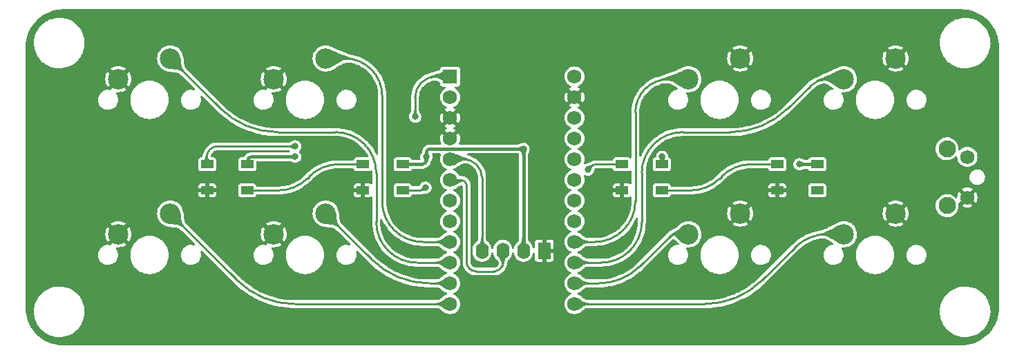
<source format=gbr>
%TF.GenerationSoftware,KiCad,Pcbnew,(6.0.4)*%
%TF.CreationDate,2022-05-04T20:00:02+02:00*%
%TF.ProjectId,TutelPad,54757465-6c50-4616-942e-6b696361645f,rev1.0*%
%TF.SameCoordinates,Original*%
%TF.FileFunction,Copper,L2,Bot*%
%TF.FilePolarity,Positive*%
%FSLAX46Y46*%
G04 Gerber Fmt 4.6, Leading zero omitted, Abs format (unit mm)*
G04 Created by KiCad (PCBNEW (6.0.4)) date 2022-05-04 20:00:02*
%MOMM*%
%LPD*%
G01*
G04 APERTURE LIST*
%TA.AperFunction,ComponentPad*%
%ADD10C,2.500000*%
%TD*%
%TA.AperFunction,ComponentPad*%
%ADD11C,2.100000*%
%TD*%
%TA.AperFunction,ComponentPad*%
%ADD12C,1.750000*%
%TD*%
%TA.AperFunction,ComponentPad*%
%ADD13R,1.600000X2.000000*%
%TD*%
%TA.AperFunction,ComponentPad*%
%ADD14O,1.600000X2.000000*%
%TD*%
%TA.AperFunction,ComponentPad*%
%ADD15R,1.752600X1.752600*%
%TD*%
%TA.AperFunction,ComponentPad*%
%ADD16C,1.752600*%
%TD*%
%TA.AperFunction,SMDPad,CuDef*%
%ADD17R,1.500000X1.000000*%
%TD*%
%TA.AperFunction,ViaPad*%
%ADD18C,0.800000*%
%TD*%
%TA.AperFunction,Conductor*%
%ADD19C,0.381000*%
%TD*%
%TA.AperFunction,Conductor*%
%ADD20C,0.254000*%
%TD*%
G04 APERTURE END LIST*
D10*
%TO.P,MX8,1,COL*%
%TO.N,MX8*%
X194242811Y-107223439D03*
%TO.P,MX8,2,ROW*%
%TO.N,GND*%
X200592811Y-104683439D03*
%TD*%
%TO.P,MX5,1,COL*%
%TO.N,GND*%
X105342811Y-107223439D03*
%TO.P,MX5,2,ROW*%
%TO.N,MX5*%
X111692811Y-104683439D03*
%TD*%
%TO.P,MX6,1,COL*%
%TO.N,GND*%
X124392811Y-107223439D03*
%TO.P,MX6,2,ROW*%
%TO.N,MX6*%
X130742811Y-104683439D03*
%TD*%
D11*
%TO.P,SW1,*%
%TO.N,*%
X206876250Y-103728439D03*
X206876250Y-96718439D03*
D12*
%TO.P,SW1,1,1*%
%TO.N,reset*%
X209366250Y-97718439D03*
%TO.P,SW1,2,2*%
%TO.N,GND*%
X209366250Y-102718439D03*
%TD*%
D10*
%TO.P,MX3,1,COL*%
%TO.N,MX3*%
X175192811Y-88173439D03*
%TO.P,MX3,2,ROW*%
%TO.N,GND*%
X181542811Y-85633439D03*
%TD*%
%TO.P,MX7,1,COL*%
%TO.N,MX7*%
X175192811Y-107223439D03*
%TO.P,MX7,2,ROW*%
%TO.N,GND*%
X181542811Y-104683439D03*
%TD*%
D13*
%TO.P,OL1,1,GND*%
%TO.N,GND*%
X157518750Y-109243439D03*
D14*
%TO.P,OL1,2,VCC*%
%TO.N,VCC*%
X154978750Y-109243439D03*
%TO.P,OL1,3,SCL*%
%TO.N,SCL*%
X152438750Y-109243439D03*
%TO.P,OL1,4,SDA*%
%TO.N,SDA*%
X149898750Y-109243439D03*
%TD*%
D10*
%TO.P,MX2,1,COL*%
%TO.N,GND*%
X124392811Y-88173439D03*
%TO.P,MX2,2,ROW*%
%TO.N,MX2*%
X130742811Y-85633439D03*
%TD*%
%TO.P,MX1,1,COL*%
%TO.N,GND*%
X105342811Y-88173439D03*
%TO.P,MX1,2,ROW*%
%TO.N,MX1*%
X111692811Y-85633439D03*
%TD*%
D15*
%TO.P,U1,1,TX0/PD3*%
%TO.N,LED*%
X145982811Y-87855939D03*
D16*
%TO.P,U1,2,RX1/PD2*%
%TO.N,unconnected-(U1-Pad2)*%
X145982811Y-90395939D03*
%TO.P,U1,3,GND*%
%TO.N,GND*%
X145982811Y-92935939D03*
%TO.P,U1,4,GND*%
X145982811Y-95475939D03*
%TO.P,U1,5,2/PD1*%
%TO.N,SDA*%
X145982811Y-98015939D03*
%TO.P,U1,6,3/PD0*%
%TO.N,SCL*%
X145982811Y-100555939D03*
%TO.P,U1,7,4/PD4*%
%TO.N,unconnected-(U1-Pad7)*%
X145982811Y-103095939D03*
%TO.P,U1,8,5/PC6*%
%TO.N,unconnected-(U1-Pad8)*%
X145982811Y-105635939D03*
%TO.P,U1,9,6/PD7*%
%TO.N,MX2*%
X145982811Y-108175939D03*
%TO.P,U1,10,7/PE6*%
%TO.N,MX1*%
X145982811Y-110715939D03*
%TO.P,U1,11,8/PB4*%
%TO.N,MX6*%
X145982811Y-113255939D03*
%TO.P,U1,12,9/PB5*%
%TO.N,MX5*%
X145982811Y-115795939D03*
%TO.P,U1,13,10/PB6*%
%TO.N,MX8*%
X161222811Y-115795939D03*
%TO.P,U1,14,16/PB2*%
%TO.N,MX7*%
X161222811Y-113255939D03*
%TO.P,U1,15,14/PB3*%
%TO.N,MX4*%
X161222811Y-110715939D03*
%TO.P,U1,16,15/PB1*%
%TO.N,MX3*%
X161222811Y-108175939D03*
%TO.P,U1,17,A0/PF7*%
%TO.N,unconnected-(U1-Pad17)*%
X161222811Y-105635939D03*
%TO.P,U1,18,A1/PF6*%
%TO.N,unconnected-(U1-Pad18)*%
X161222811Y-103095939D03*
%TO.P,U1,19,A2/PF5*%
%TO.N,unconnected-(U1-Pad19)*%
X161222811Y-100555939D03*
%TO.P,U1,20,A3/PF4*%
%TO.N,unconnected-(U1-Pad20)*%
X161222811Y-98015939D03*
%TO.P,U1,21,VCC*%
%TO.N,VCC*%
X161222811Y-95475939D03*
%TO.P,U1,22,RST*%
%TO.N,reset*%
X161222811Y-92935939D03*
%TO.P,U1,23,GND*%
%TO.N,GND*%
X161222811Y-90395939D03*
%TO.P,U1,24,RAW*%
%TO.N,unconnected-(U1-Pad24)*%
X161222811Y-87855939D03*
%TD*%
D10*
%TO.P,MX4,1,COL*%
%TO.N,MX4*%
X194242811Y-88173439D03*
%TO.P,MX4,2,ROW*%
%TO.N,GND*%
X200592811Y-85633439D03*
%TD*%
D17*
%TO.P,RGB4,1,VDD*%
%TO.N,VCC*%
X190977811Y-98638439D03*
%TO.P,RGB4,2,DOUT*%
%TO.N,unconnected-(RGB4-Pad2)*%
X190977811Y-101838439D03*
%TO.P,RGB4,3,VSS*%
%TO.N,GND*%
X186077811Y-101838439D03*
%TO.P,RGB4,4,DIN*%
%TO.N,Net-(RGB3-Pad2)*%
X186077811Y-98638439D03*
%TD*%
%TO.P,RGB3,1,VDD*%
%TO.N,VCC*%
X171927811Y-98638439D03*
%TO.P,RGB3,2,DOUT*%
%TO.N,Net-(RGB3-Pad2)*%
X171927811Y-101838439D03*
%TO.P,RGB3,3,VSS*%
%TO.N,GND*%
X167027811Y-101838439D03*
%TO.P,RGB3,4,DIN*%
%TO.N,Net-(RGB2-Pad2)*%
X167027811Y-98638439D03*
%TD*%
%TO.P,RGB2,1,VDD*%
%TO.N,VCC*%
X140177811Y-98638439D03*
%TO.P,RGB2,2,DOUT*%
%TO.N,Net-(RGB2-Pad2)*%
X140177811Y-101838439D03*
%TO.P,RGB2,3,VSS*%
%TO.N,GND*%
X135277811Y-101838439D03*
%TO.P,RGB2,4,DIN*%
%TO.N,Net-(RGB1-Pad2)*%
X135277811Y-98638439D03*
%TD*%
%TO.P,RGB1,1,VDD*%
%TO.N,VCC*%
X121127811Y-98638439D03*
%TO.P,RGB1,2,DOUT*%
%TO.N,Net-(RGB1-Pad2)*%
X121127811Y-101838439D03*
%TO.P,RGB1,3,VSS*%
%TO.N,GND*%
X116227811Y-101838439D03*
%TO.P,RGB1,4,DIN*%
%TO.N,LED*%
X116227811Y-98638439D03*
%TD*%
D18*
%TO.N,GND*%
X142158750Y-109303439D03*
X152358750Y-103153439D03*
X162568750Y-109413439D03*
X148958750Y-104573439D03*
X164306250Y-104063439D03*
X162888750Y-91723439D03*
X151028750Y-110903439D03*
X144208750Y-91723439D03*
%TO.N,VCC*%
X171978750Y-97703439D03*
X127018750Y-97703439D03*
X154978750Y-96753439D03*
X143068750Y-97713439D03*
X188788750Y-98633439D03*
%TO.N,LED*%
X127018750Y-96423439D03*
X141696561Y-92803439D03*
%TO.N,Net-(RGB2-Pad2)*%
X142966561Y-101508439D03*
X162878750Y-99283439D03*
%TD*%
D19*
%TO.N,VCC*%
X154982811Y-109250939D02*
X154982811Y-96742250D01*
X171978750Y-98636660D02*
X171977171Y-98638239D01*
X143068750Y-97242250D02*
X143068750Y-97713439D01*
X142568750Y-98638239D02*
X140227171Y-98638239D01*
X154982811Y-96742250D02*
X154982811Y-96749378D01*
X143068750Y-97713439D02*
X143068750Y-98138239D01*
X171978750Y-97703439D02*
X171978750Y-98636660D01*
X121177171Y-98203439D02*
X121177171Y-98638239D01*
X127018750Y-97703439D02*
X121677171Y-97703439D01*
X154982811Y-96749378D02*
X154978750Y-96753439D01*
X188788750Y-98633439D02*
X191022371Y-98633439D01*
X154982811Y-96742250D02*
X143568750Y-96742250D01*
X143068739Y-98138239D02*
G75*
G02*
X142568750Y-98638239I-500039J39D01*
G01*
X121177239Y-98203439D02*
G75*
G02*
X121677171Y-97703439I499961J39D01*
G01*
X143568750Y-96742250D02*
G75*
G03*
X143068750Y-97242250I50J-500050D01*
G01*
D20*
%TO.N,Net-(RGB1-Pad2)*%
X135228451Y-98638239D02*
X132305018Y-98638239D01*
X128769484Y-100102705D02*
X128498016Y-100374173D01*
X124962482Y-101838639D02*
X121177171Y-101838639D01*
X124962482Y-101838614D02*
G75*
G03*
X128498015Y-100374172I18J5000014D01*
G01*
X132305018Y-98638241D02*
G75*
G03*
X128769485Y-100102706I-18J-4999959D01*
G01*
%TO.N,LED*%
X116178451Y-97728160D02*
X116178451Y-98638239D01*
X144272296Y-87855939D02*
X145982811Y-87855939D01*
X141696561Y-92803439D02*
X141696561Y-90431674D01*
X127018750Y-96423439D02*
X117483172Y-96423439D01*
X116178439Y-97728160D02*
G75*
G02*
X117483172Y-96423439I1304761J-40D01*
G01*
X144272296Y-87855961D02*
G75*
G03*
X141696561Y-90431674I4J-2575739D01*
G01*
%TO.N,Net-(RGB2-Pad2)*%
X163938164Y-98638239D02*
X166978451Y-98638239D01*
X140227171Y-101838639D02*
X140232371Y-101833439D01*
X162878750Y-99283439D02*
X163231057Y-98931132D01*
X142788008Y-101686992D02*
X142966561Y-101508439D01*
X140232371Y-101833439D02*
X142434454Y-101833439D01*
X142788039Y-101687023D02*
G75*
G02*
X142434454Y-101833439I-353539J353623D01*
G01*
X163231083Y-98931158D02*
G75*
G02*
X163938164Y-98638239I707117J-707042D01*
G01*
%TO.N,Net-(RGB3-Pad2)*%
X179028016Y-100374173D02*
X179299484Y-100102705D01*
X182835018Y-98638239D02*
X186028451Y-98638239D01*
X171977171Y-101838639D02*
X175492482Y-101838639D01*
X182835018Y-98638241D02*
G75*
G03*
X179299485Y-100102706I-18J-4999959D01*
G01*
X175492482Y-101838614D02*
G75*
G03*
X179028015Y-100374172I18J5000014D01*
G01*
%TO.N,SCL*%
X151392438Y-111783439D02*
X149155042Y-111783439D01*
X145998750Y-100555939D02*
X147338974Y-100555938D01*
X147998750Y-110627147D02*
X147998750Y-101215713D01*
X152442811Y-109250939D02*
X152442811Y-110733066D01*
X145998750Y-100555939D02*
X145982811Y-100555939D01*
X147338974Y-100555950D02*
G75*
G02*
X147998750Y-101215713I26J-659750D01*
G01*
X149155042Y-111783350D02*
G75*
G02*
X147998750Y-110627147I-42J1156250D01*
G01*
X151392438Y-111783511D02*
G75*
G03*
X152442811Y-110733066I-38J1050411D01*
G01*
%TO.N,SDA*%
X149902811Y-100288809D02*
X149902811Y-109250939D01*
X145982811Y-98015939D02*
X147629941Y-98015939D01*
X149902761Y-100288809D02*
G75*
G03*
X147629941Y-98015939I-2272861J9D01*
G01*
%TO.N,MX1*%
X124883697Y-94682189D02*
X131934061Y-94682189D01*
X111692811Y-85633439D02*
X117812629Y-91753257D01*
X141934061Y-110715939D02*
X145982811Y-110715939D01*
X136934061Y-99682189D02*
X136934061Y-105715939D01*
X136934111Y-99682189D02*
G75*
G03*
X131934061Y-94682189I-5000011J-11D01*
G01*
X136934061Y-105715939D02*
G75*
G03*
X141934061Y-110715939I5000039J39D01*
G01*
X124883697Y-94682194D02*
G75*
G02*
X117812629Y-91753257I3J9999994D01*
G01*
%TO.N,MX2*%
X137660572Y-90204367D02*
X137660572Y-103175939D01*
X142660572Y-108175939D02*
X145982811Y-108175939D01*
X130742811Y-85633439D02*
X133089644Y-85633439D01*
X137660561Y-103175939D02*
G75*
G03*
X142660572Y-108175939I5000039J39D01*
G01*
X133089644Y-85633428D02*
G75*
G02*
X137660572Y-90204367I-44J-4570972D01*
G01*
%TO.N,MX3*%
X175192811Y-88173439D02*
X172777404Y-88173439D01*
X163684061Y-108175939D02*
X161222811Y-108175939D01*
X168684061Y-92266782D02*
X168684061Y-103175939D01*
X163684061Y-108175861D02*
G75*
G03*
X168684061Y-103175939I39J4999961D01*
G01*
X172777404Y-88173461D02*
G75*
G03*
X168684061Y-92266782I-4J-4093339D01*
G01*
%TO.N,MX4*%
X192189623Y-88173439D02*
X194242811Y-88173439D01*
X174477811Y-94683439D02*
X180316614Y-94683439D01*
X169477811Y-105715939D02*
X169477811Y-99683439D01*
X187387682Y-91754507D02*
X190105463Y-89036726D01*
X161222811Y-110715939D02*
X164477811Y-110715939D01*
X174477811Y-94683411D02*
G75*
G03*
X169477811Y-99683439I-11J-4999989D01*
G01*
X169477839Y-105715939D02*
G75*
G02*
X164477811Y-110715939I-5000039J39D01*
G01*
X192189623Y-88173460D02*
G75*
G03*
X190105464Y-89036727I-23J-2947440D01*
G01*
X187387683Y-91754508D02*
G75*
G02*
X180316614Y-94683439I-7071083J7071108D01*
G01*
%TO.N,MX5*%
X119876379Y-112867007D02*
X111692811Y-104683439D01*
X145982811Y-115795939D02*
X126947447Y-115795939D01*
X119876348Y-112867038D02*
G75*
G03*
X126947447Y-115795939I7071052J7071138D01*
G01*
%TO.N,MX6*%
X136386379Y-110327007D02*
X130742811Y-104683439D01*
X145982811Y-113255939D02*
X143457447Y-113255939D01*
X143457447Y-113255894D02*
G75*
G02*
X136386379Y-110327007I-47J9999994D01*
G01*
%TO.N,MX7*%
X175192811Y-107223439D02*
X173178750Y-107223439D01*
X164196135Y-113255939D02*
X161222811Y-113255939D01*
X173178750Y-107223439D02*
X169232296Y-111169893D01*
X169232285Y-111169882D02*
G75*
G02*
X164196135Y-113255939I-5036185J5036182D01*
G01*
%TO.N,MX8*%
X177164114Y-115795939D02*
X161222811Y-115795939D01*
X194242811Y-107223439D02*
X192153448Y-107223439D01*
X188270296Y-108831893D02*
X184235182Y-112867007D01*
X188270281Y-108831878D02*
G75*
G02*
X192153448Y-107223439I3883119J-3883122D01*
G01*
X184235183Y-112867008D02*
G75*
G02*
X177164114Y-115795939I-7071083J7071108D01*
G01*
%TD*%
%TA.AperFunction,Conductor*%
%TO.N,GND*%
G36*
X208580961Y-79595490D02*
G01*
X208598754Y-79598308D01*
X208608546Y-79596757D01*
X208609798Y-79596757D01*
X208633051Y-79595436D01*
X208998493Y-79611388D01*
X209009437Y-79612346D01*
X209400684Y-79663851D01*
X209411504Y-79665759D01*
X209411543Y-79665767D01*
X209796759Y-79751165D01*
X209807376Y-79754009D01*
X210183743Y-79872674D01*
X210194072Y-79876434D01*
X210558636Y-80027439D01*
X210568599Y-80032084D01*
X210918637Y-80214300D01*
X210928156Y-80219796D01*
X211260967Y-80431818D01*
X211269971Y-80438122D01*
X211559792Y-80660509D01*
X211583049Y-80678355D01*
X211591466Y-80685419D01*
X211881268Y-80950971D01*
X211882406Y-80952014D01*
X211890175Y-80959783D01*
X212038339Y-81121476D01*
X212156778Y-81250730D01*
X212163843Y-81259150D01*
X212404067Y-81572215D01*
X212410372Y-81581219D01*
X212622396Y-81914031D01*
X212627893Y-81923551D01*
X212810109Y-82273588D01*
X212814754Y-82283550D01*
X212940642Y-82587471D01*
X212965764Y-82648122D01*
X212969524Y-82658452D01*
X213088188Y-83034815D01*
X213091032Y-83045432D01*
X213176439Y-83430683D01*
X213178348Y-83441509D01*
X213229853Y-83832749D01*
X213230811Y-83843696D01*
X213246628Y-84206006D01*
X213246762Y-84209082D01*
X213245433Y-84232485D01*
X213245433Y-84233639D01*
X213243881Y-84243436D01*
X213245432Y-84253229D01*
X213245432Y-84253231D01*
X213246699Y-84261229D01*
X213248250Y-84280939D01*
X213248250Y-116205933D01*
X213246699Y-116225645D01*
X213243881Y-116243436D01*
X213245432Y-116253228D01*
X213245432Y-116254490D01*
X213246752Y-116277738D01*
X213230794Y-116643166D01*
X213229836Y-116654116D01*
X213224247Y-116696565D01*
X213183087Y-117009195D01*
X213178326Y-117045353D01*
X213176417Y-117056179D01*
X213091005Y-117441431D01*
X213088160Y-117452048D01*
X213054739Y-117558045D01*
X213001493Y-117726916D01*
X212969494Y-117828400D01*
X212965735Y-117838726D01*
X212906298Y-117982215D01*
X212814723Y-118203291D01*
X212810078Y-118213253D01*
X212679154Y-118464752D01*
X212627865Y-118563275D01*
X212622374Y-118572786D01*
X212410338Y-118905610D01*
X212404033Y-118914614D01*
X212163804Y-119227680D01*
X212156738Y-119236100D01*
X211890151Y-119527024D01*
X211882379Y-119534797D01*
X211591427Y-119801401D01*
X211583006Y-119808466D01*
X211269948Y-120048679D01*
X211260944Y-120054984D01*
X210928126Y-120267008D01*
X210918606Y-120272504D01*
X210568580Y-120454712D01*
X210558618Y-120459357D01*
X210194053Y-120610361D01*
X210183724Y-120614121D01*
X209807363Y-120732783D01*
X209796759Y-120735624D01*
X209411485Y-120821033D01*
X209400665Y-120822941D01*
X209009434Y-120874443D01*
X208998489Y-120875401D01*
X208632610Y-120891372D01*
X208610589Y-120890121D01*
X208608547Y-120890121D01*
X208598754Y-120888570D01*
X208588961Y-120890121D01*
X208580961Y-120891388D01*
X208561251Y-120892939D01*
X98636249Y-120892939D01*
X98616539Y-120891388D01*
X98608539Y-120890121D01*
X98598746Y-120888570D01*
X98588954Y-120890121D01*
X98587702Y-120890121D01*
X98564448Y-120891442D01*
X98199004Y-120875490D01*
X98188059Y-120874532D01*
X97796820Y-120823029D01*
X97786000Y-120821121D01*
X97400718Y-120735710D01*
X97390114Y-120732869D01*
X97013746Y-120614205D01*
X97003417Y-120610445D01*
X96638849Y-120459440D01*
X96628887Y-120454795D01*
X96278846Y-120272579D01*
X96269326Y-120267083D01*
X96269209Y-120267008D01*
X96137735Y-120183252D01*
X95936505Y-120055057D01*
X95927501Y-120048752D01*
X95614431Y-119808529D01*
X95606011Y-119801464D01*
X95356391Y-119572734D01*
X95315060Y-119534862D01*
X95307291Y-119527093D01*
X95040694Y-119236157D01*
X95033628Y-119227737D01*
X94793394Y-118914665D01*
X94787089Y-118905661D01*
X94783878Y-118900621D01*
X94575049Y-118572831D01*
X94569558Y-118563320D01*
X94516779Y-118461933D01*
X94387341Y-118213291D01*
X94382696Y-118203329D01*
X94231683Y-117838759D01*
X94227923Y-117828430D01*
X94109255Y-117452073D01*
X94106410Y-117441456D01*
X94020995Y-117056192D01*
X94019086Y-117045366D01*
X93973626Y-116700081D01*
X94993668Y-116700081D01*
X94993815Y-116703591D01*
X94993815Y-116703597D01*
X94995485Y-116743439D01*
X95007368Y-117026946D01*
X95008186Y-117046471D01*
X95028180Y-117175625D01*
X95053653Y-117340170D01*
X95061225Y-117389085D01*
X95062147Y-117392477D01*
X95062147Y-117392479D01*
X95088475Y-117489383D01*
X95152125Y-117723651D01*
X95279751Y-118045999D01*
X95442515Y-118352112D01*
X95444500Y-118355011D01*
X95636395Y-118635268D01*
X95636400Y-118635274D01*
X95638386Y-118638175D01*
X95864923Y-118900621D01*
X95867493Y-118903001D01*
X95867497Y-118903005D01*
X95880034Y-118914614D01*
X96119303Y-119136179D01*
X96398355Y-119341914D01*
X96698602Y-119515262D01*
X97016300Y-119654060D01*
X97019656Y-119655099D01*
X97019659Y-119655100D01*
X97157380Y-119697732D01*
X97347489Y-119756581D01*
X97350941Y-119757239D01*
X97350947Y-119757241D01*
X97684592Y-119820887D01*
X97684597Y-119820888D01*
X97688043Y-119821545D01*
X97916530Y-119839126D01*
X98030219Y-119847874D01*
X98030220Y-119847874D01*
X98033716Y-119848143D01*
X98262909Y-119840139D01*
X98376683Y-119836166D01*
X98376687Y-119836166D01*
X98380199Y-119836043D01*
X98383678Y-119835529D01*
X98383681Y-119835529D01*
X98719682Y-119785913D01*
X98719688Y-119785912D01*
X98723174Y-119785397D01*
X98726578Y-119784498D01*
X98726581Y-119784497D01*
X99054976Y-119697732D01*
X99054977Y-119697732D01*
X99058367Y-119696836D01*
X99381598Y-119571462D01*
X99688840Y-119410840D01*
X99976263Y-119216971D01*
X100240284Y-118992271D01*
X100313209Y-118914614D01*
X100475202Y-118742110D01*
X100475206Y-118742105D01*
X100477613Y-118739542D01*
X100479718Y-118736728D01*
X100479724Y-118736721D01*
X100683182Y-118464752D01*
X100685291Y-118461933D01*
X100749723Y-118352112D01*
X100834028Y-118208416D01*
X100860730Y-118162904D01*
X100941165Y-117982245D01*
X101000312Y-117849400D01*
X101000314Y-117849395D01*
X101001744Y-117846183D01*
X101106574Y-117515717D01*
X101173914Y-117175625D01*
X101196689Y-116904398D01*
X101202741Y-116832330D01*
X101202742Y-116832319D01*
X101202924Y-116830146D01*
X101203235Y-116807925D01*
X101204105Y-116745617D01*
X101204105Y-116745605D01*
X101204135Y-116743439D01*
X101203905Y-116739312D01*
X101194808Y-116576615D01*
X101184782Y-116397285D01*
X101180906Y-116374365D01*
X101127553Y-116058927D01*
X101127552Y-116058923D01*
X101126964Y-116055446D01*
X101115854Y-116016699D01*
X101032371Y-115725561D01*
X101031402Y-115722181D01*
X100931722Y-115480339D01*
X100900625Y-115404891D01*
X100900621Y-115404883D01*
X100899287Y-115401646D01*
X100732266Y-115097836D01*
X100532420Y-114814536D01*
X100302240Y-114555278D01*
X100218083Y-114479503D01*
X100047214Y-114325652D01*
X100047211Y-114325650D01*
X100044596Y-114323295D01*
X99762698Y-114121476D01*
X99759635Y-114119764D01*
X99759630Y-114119761D01*
X99604628Y-114033133D01*
X99460061Y-113952337D01*
X99456816Y-113950973D01*
X99456812Y-113950971D01*
X99278916Y-113876191D01*
X99140456Y-113817988D01*
X99137093Y-113816998D01*
X99137084Y-113816995D01*
X98931972Y-113756628D01*
X98807867Y-113720102D01*
X98531506Y-113671372D01*
X98469900Y-113660509D01*
X98469898Y-113660509D01*
X98466440Y-113659899D01*
X98462931Y-113659678D01*
X98462929Y-113659678D01*
X98123948Y-113638351D01*
X98123942Y-113638351D01*
X98120430Y-113638130D01*
X98022249Y-113642932D01*
X97777656Y-113654894D01*
X97777647Y-113654895D01*
X97774149Y-113655066D01*
X97770681Y-113655628D01*
X97770678Y-113655628D01*
X97435389Y-113709933D01*
X97435386Y-113709934D01*
X97431914Y-113710496D01*
X97428527Y-113711442D01*
X97428521Y-113711443D01*
X97152607Y-113788480D01*
X97097991Y-113803729D01*
X97022179Y-113834359D01*
X96779805Y-113932284D01*
X96779801Y-113932286D01*
X96776541Y-113933603D01*
X96773454Y-113935272D01*
X96773450Y-113935274D01*
X96672860Y-113989663D01*
X96471572Y-114098499D01*
X96186884Y-114296362D01*
X96184242Y-114298675D01*
X96184238Y-114298678D01*
X96001491Y-114458661D01*
X95926026Y-114524726D01*
X95692249Y-114780745D01*
X95488467Y-115061226D01*
X95317220Y-115362676D01*
X95180643Y-115681335D01*
X95168311Y-115722181D01*
X95083133Y-116004304D01*
X95080437Y-116013232D01*
X95055940Y-116146708D01*
X95019812Y-116343554D01*
X95017852Y-116354231D01*
X94993668Y-116700081D01*
X93973626Y-116700081D01*
X93967575Y-116654124D01*
X93966617Y-116643174D01*
X93957455Y-116433358D01*
X93950678Y-116278169D01*
X93952068Y-116253703D01*
X93952068Y-116253230D01*
X93953619Y-116243436D01*
X93950801Y-116225645D01*
X93949250Y-116205933D01*
X93949250Y-109802088D01*
X102842965Y-109802088D01*
X102869246Y-110019265D01*
X102870893Y-110024619D01*
X102870894Y-110024623D01*
X102916436Y-110172656D01*
X102933571Y-110228354D01*
X103033905Y-110422749D01*
X103167078Y-110596303D01*
X103171223Y-110600074D01*
X103171226Y-110600078D01*
X103270955Y-110690824D01*
X103328880Y-110743532D01*
X103333636Y-110746515D01*
X103333638Y-110746517D01*
X103509441Y-110856798D01*
X103509445Y-110856800D01*
X103514197Y-110859781D01*
X103717171Y-110941376D01*
X103804375Y-110959435D01*
X103926860Y-110984800D01*
X103926864Y-110984800D01*
X103931386Y-110985737D01*
X103935999Y-110986003D01*
X103985093Y-110988834D01*
X103985095Y-110988834D01*
X103986915Y-110988939D01*
X104128307Y-110988939D01*
X104131094Y-110988690D01*
X104131100Y-110988690D01*
X104190132Y-110983421D01*
X104290705Y-110974445D01*
X104501713Y-110916720D01*
X104506771Y-110914308D01*
X104506775Y-110914306D01*
X104694096Y-110824959D01*
X104694098Y-110824958D01*
X104699163Y-110822542D01*
X104703725Y-110819264D01*
X104872254Y-110698163D01*
X104872256Y-110698161D01*
X104876814Y-110694886D01*
X104968690Y-110600078D01*
X105025150Y-110541816D01*
X105025152Y-110541813D01*
X105029053Y-110537788D01*
X105083429Y-110456867D01*
X105147939Y-110360867D01*
X105147942Y-110360862D01*
X105151065Y-110356214D01*
X105238995Y-110155903D01*
X105243410Y-110137516D01*
X105288754Y-109948644D01*
X105288754Y-109948643D01*
X105290064Y-109943187D01*
X105297590Y-109812663D01*
X105300429Y-109763439D01*
X106797268Y-109763439D01*
X106797538Y-109767558D01*
X106816167Y-110051777D01*
X106817420Y-110070899D01*
X106818224Y-110074939D01*
X106818224Y-110074942D01*
X106875559Y-110363183D01*
X106877531Y-110373098D01*
X106878856Y-110377002D01*
X106878857Y-110377005D01*
X106953114Y-110595759D01*
X106976573Y-110664866D01*
X107013503Y-110739753D01*
X107109120Y-110933644D01*
X107112851Y-110941210D01*
X107284033Y-111197403D01*
X107286747Y-111200497D01*
X107286751Y-111200503D01*
X107464372Y-111403039D01*
X107487191Y-111429059D01*
X107490280Y-111431768D01*
X107715747Y-111629499D01*
X107715753Y-111629503D01*
X107718847Y-111632217D01*
X107975040Y-111803399D01*
X107978739Y-111805223D01*
X107978744Y-111805226D01*
X108093494Y-111861814D01*
X108251384Y-111939677D01*
X108255289Y-111941003D01*
X108255290Y-111941003D01*
X108539245Y-112037393D01*
X108539248Y-112037394D01*
X108543152Y-112038719D01*
X108547191Y-112039522D01*
X108547197Y-112039524D01*
X108841308Y-112098026D01*
X108841311Y-112098026D01*
X108845351Y-112098830D01*
X108849462Y-112099099D01*
X108849466Y-112099100D01*
X109073821Y-112113805D01*
X109073830Y-112113805D01*
X109075870Y-112113939D01*
X109229752Y-112113939D01*
X109231792Y-112113805D01*
X109231801Y-112113805D01*
X109456156Y-112099100D01*
X109456160Y-112099099D01*
X109460271Y-112098830D01*
X109464311Y-112098026D01*
X109464314Y-112098026D01*
X109758425Y-112039524D01*
X109758431Y-112039522D01*
X109762470Y-112038719D01*
X109766374Y-112037394D01*
X109766377Y-112037393D01*
X110050332Y-111941003D01*
X110050333Y-111941003D01*
X110054238Y-111939677D01*
X110212128Y-111861814D01*
X110326878Y-111805226D01*
X110326883Y-111805223D01*
X110330582Y-111803399D01*
X110586775Y-111632217D01*
X110589869Y-111629503D01*
X110589875Y-111629499D01*
X110815342Y-111431768D01*
X110818431Y-111429059D01*
X110841250Y-111403039D01*
X111018871Y-111200503D01*
X111018875Y-111200497D01*
X111021589Y-111197403D01*
X111033549Y-111179505D01*
X111163646Y-110984800D01*
X111192771Y-110941211D01*
X111198407Y-110929784D01*
X111284498Y-110755206D01*
X111329049Y-110664866D01*
X111352508Y-110595759D01*
X111426765Y-110377005D01*
X111426766Y-110377002D01*
X111428091Y-110373098D01*
X111430064Y-110363183D01*
X111487398Y-110074942D01*
X111487398Y-110074939D01*
X111488202Y-110070899D01*
X111489456Y-110051777D01*
X111508084Y-109767558D01*
X111508354Y-109763439D01*
X111499282Y-109625024D01*
X111488472Y-109460094D01*
X111488471Y-109460090D01*
X111488202Y-109455979D01*
X111486006Y-109444940D01*
X111428896Y-109157825D01*
X111428894Y-109157819D01*
X111428091Y-109153780D01*
X111404118Y-109083156D01*
X111330375Y-108865918D01*
X111330375Y-108865917D01*
X111329049Y-108862012D01*
X111256255Y-108714401D01*
X111194598Y-108589372D01*
X111194595Y-108589367D01*
X111192771Y-108585668D01*
X111021589Y-108329475D01*
X111018875Y-108326381D01*
X111018871Y-108326375D01*
X110821140Y-108100908D01*
X110818431Y-108097819D01*
X110749912Y-108037729D01*
X110589875Y-107897379D01*
X110589869Y-107897375D01*
X110586775Y-107894661D01*
X110330582Y-107723479D01*
X110326883Y-107721655D01*
X110326878Y-107721652D01*
X110146409Y-107632655D01*
X110054238Y-107587201D01*
X110050332Y-107585875D01*
X109766377Y-107489485D01*
X109766374Y-107489484D01*
X109762470Y-107488159D01*
X109758431Y-107487356D01*
X109758425Y-107487354D01*
X109464314Y-107428852D01*
X109464311Y-107428852D01*
X109460271Y-107428048D01*
X109456160Y-107427779D01*
X109456156Y-107427778D01*
X109231801Y-107413073D01*
X109231792Y-107413073D01*
X109229752Y-107412939D01*
X109075870Y-107412939D01*
X109073830Y-107413073D01*
X109073821Y-107413073D01*
X108849466Y-107427778D01*
X108849462Y-107427779D01*
X108845351Y-107428048D01*
X108841311Y-107428852D01*
X108841308Y-107428852D01*
X108547197Y-107487354D01*
X108547191Y-107487356D01*
X108543152Y-107488159D01*
X108539248Y-107489484D01*
X108539245Y-107489485D01*
X108255290Y-107585875D01*
X108251384Y-107587201D01*
X108159213Y-107632655D01*
X107978744Y-107721652D01*
X107978739Y-107721655D01*
X107975040Y-107723479D01*
X107718847Y-107894661D01*
X107715753Y-107897375D01*
X107715747Y-107897379D01*
X107555710Y-108037729D01*
X107487191Y-108097819D01*
X107484482Y-108100908D01*
X107286751Y-108326375D01*
X107286747Y-108326381D01*
X107284033Y-108329475D01*
X107281744Y-108332901D01*
X107281740Y-108332906D01*
X107158544Y-108517282D01*
X107112851Y-108585667D01*
X107111027Y-108589366D01*
X107111024Y-108589371D01*
X107049362Y-108714410D01*
X106976573Y-108862012D01*
X106975247Y-108865917D01*
X106975247Y-108865918D01*
X106901505Y-109083156D01*
X106877531Y-109153780D01*
X106876728Y-109157819D01*
X106876726Y-109157825D01*
X106819616Y-109444940D01*
X106817420Y-109455979D01*
X106817151Y-109460090D01*
X106817150Y-109460094D01*
X106806340Y-109625024D01*
X106797268Y-109763439D01*
X105300429Y-109763439D01*
X105302334Y-109730397D01*
X105302334Y-109730394D01*
X105302657Y-109724790D01*
X105282561Y-109558721D01*
X105277050Y-109513182D01*
X105277050Y-109513181D01*
X105276376Y-109507613D01*
X105259248Y-109451936D01*
X105213699Y-109303881D01*
X105212051Y-109298524D01*
X105159052Y-109195840D01*
X105114288Y-109109110D01*
X105114287Y-109109109D01*
X105111717Y-109104129D01*
X105043961Y-109015828D01*
X105018360Y-108949608D01*
X105032625Y-108880059D01*
X105082226Y-108829263D01*
X105153809Y-108813512D01*
X105337881Y-108827999D01*
X105347741Y-108827999D01*
X105588946Y-108809015D01*
X105598693Y-108807472D01*
X105833955Y-108750990D01*
X105843340Y-108747941D01*
X106066868Y-108655353D01*
X106075662Y-108650872D01*
X106268161Y-108532909D01*
X106277621Y-108522453D01*
X106273837Y-108513675D01*
X105355623Y-107595461D01*
X105341679Y-107587847D01*
X105339846Y-107587978D01*
X105333231Y-107592229D01*
X104403213Y-108522247D01*
X104340901Y-108556273D01*
X104288567Y-108556534D01*
X104218762Y-108542078D01*
X104218758Y-108542078D01*
X104214236Y-108541141D01*
X104176084Y-108538941D01*
X104160529Y-108538044D01*
X104160527Y-108538044D01*
X104158707Y-108537939D01*
X104017315Y-108537939D01*
X104014528Y-108538188D01*
X104014522Y-108538188D01*
X103955490Y-108543457D01*
X103854917Y-108552433D01*
X103643909Y-108610158D01*
X103638851Y-108612570D01*
X103638847Y-108612572D01*
X103451526Y-108701919D01*
X103446459Y-108704336D01*
X103441898Y-108707613D01*
X103441897Y-108707614D01*
X103273668Y-108828500D01*
X103268808Y-108831992D01*
X103222228Y-108880059D01*
X103126725Y-108978610D01*
X103116569Y-108989090D01*
X103113442Y-108993744D01*
X102997683Y-109166011D01*
X102997680Y-109166016D01*
X102994557Y-109170664D01*
X102906627Y-109370975D01*
X102905318Y-109376426D01*
X102905317Y-109376430D01*
X102860650Y-109562481D01*
X102855558Y-109583691D01*
X102853406Y-109621009D01*
X102844443Y-109776463D01*
X102842965Y-109802088D01*
X93949250Y-109802088D01*
X93949250Y-107228369D01*
X103738251Y-107228369D01*
X103757235Y-107469574D01*
X103758778Y-107479321D01*
X103815260Y-107714583D01*
X103818309Y-107723968D01*
X103910897Y-107947496D01*
X103915378Y-107956290D01*
X104033341Y-108148789D01*
X104043797Y-108158249D01*
X104052575Y-108154465D01*
X104970789Y-107236251D01*
X104977167Y-107224571D01*
X105707219Y-107224571D01*
X105707350Y-107226404D01*
X105711601Y-107233019D01*
X106630004Y-108151422D01*
X106642384Y-108158182D01*
X106650034Y-108152455D01*
X106770244Y-107956290D01*
X106774725Y-107947496D01*
X106867313Y-107723968D01*
X106870362Y-107714583D01*
X106926844Y-107479321D01*
X106928387Y-107469574D01*
X106947371Y-107228369D01*
X106947371Y-107218509D01*
X106928387Y-106977304D01*
X106926844Y-106967557D01*
X106870362Y-106732295D01*
X106867313Y-106722910D01*
X106774725Y-106499382D01*
X106770244Y-106490588D01*
X106652281Y-106298089D01*
X106641825Y-106288629D01*
X106633047Y-106292413D01*
X105714833Y-107210627D01*
X105707219Y-107224571D01*
X104977167Y-107224571D01*
X104978403Y-107222307D01*
X104978272Y-107220474D01*
X104974021Y-107213859D01*
X104055618Y-106295456D01*
X104043238Y-106288696D01*
X104035588Y-106294423D01*
X103915378Y-106490588D01*
X103910897Y-106499382D01*
X103818309Y-106722910D01*
X103815260Y-106732295D01*
X103758778Y-106967557D01*
X103757235Y-106977304D01*
X103738251Y-107218509D01*
X103738251Y-107228369D01*
X93949250Y-107228369D01*
X93949250Y-105924425D01*
X104408001Y-105924425D01*
X104411785Y-105933203D01*
X105329999Y-106851417D01*
X105343943Y-106859031D01*
X105345776Y-106858900D01*
X105352391Y-106854649D01*
X106270794Y-105936246D01*
X106277554Y-105923866D01*
X106271827Y-105916216D01*
X106075662Y-105796006D01*
X106066868Y-105791525D01*
X105843340Y-105698937D01*
X105833955Y-105695888D01*
X105598693Y-105639406D01*
X105588946Y-105637863D01*
X105347741Y-105618879D01*
X105337881Y-105618879D01*
X105096676Y-105637863D01*
X105086929Y-105639406D01*
X104851667Y-105695888D01*
X104842282Y-105698937D01*
X104618754Y-105791525D01*
X104609960Y-105796006D01*
X104417461Y-105913969D01*
X104408001Y-105924425D01*
X93949250Y-105924425D01*
X93949250Y-104683439D01*
X110087362Y-104683439D01*
X110107128Y-104934587D01*
X110108282Y-104939394D01*
X110108283Y-104939400D01*
X110135371Y-105052229D01*
X110165938Y-105179550D01*
X110167831Y-105184121D01*
X110167832Y-105184123D01*
X110257181Y-105399830D01*
X110262345Y-105412298D01*
X110393975Y-105627098D01*
X110397187Y-105630858D01*
X110397190Y-105630863D01*
X110525380Y-105780953D01*
X110557587Y-105818663D01*
X110561349Y-105821876D01*
X110745387Y-105979060D01*
X110745392Y-105979063D01*
X110749152Y-105982275D01*
X110963952Y-106113905D01*
X110968522Y-106115798D01*
X110968526Y-106115800D01*
X111192127Y-106208418D01*
X111196700Y-106210312D01*
X111201507Y-106211466D01*
X111201519Y-106211470D01*
X111211577Y-106213884D01*
X111217175Y-106215365D01*
X111443584Y-106280883D01*
X111461097Y-106285471D01*
X111462259Y-106285744D01*
X111480070Y-106289450D01*
X111480817Y-106289586D01*
X111480819Y-106289586D01*
X111712608Y-106331663D01*
X111712632Y-106331667D01*
X111713243Y-106331778D01*
X111719736Y-106332822D01*
X111726853Y-106333966D01*
X111726897Y-106333973D01*
X111727472Y-106334065D01*
X111728401Y-106334195D01*
X111729064Y-106334274D01*
X111729099Y-106334279D01*
X111736183Y-106335127D01*
X111742382Y-106335870D01*
X111955167Y-106357095D01*
X111957355Y-106357292D01*
X111961653Y-106357679D01*
X111961734Y-106357686D01*
X111961925Y-106357703D01*
X111962158Y-106357722D01*
X111962168Y-106357723D01*
X111962251Y-106357729D01*
X111962397Y-106357741D01*
X111962539Y-106357751D01*
X111962620Y-106357757D01*
X111967100Y-106358069D01*
X111969995Y-106358271D01*
X111970283Y-106358288D01*
X111970345Y-106358292D01*
X112164702Y-106369755D01*
X112166420Y-106369868D01*
X112333655Y-106382027D01*
X112343016Y-106383060D01*
X112447268Y-106398533D01*
X112478528Y-106403173D01*
X112494417Y-106406591D01*
X112612624Y-106440135D01*
X112631461Y-106447148D01*
X112753673Y-106504125D01*
X112771031Y-106513960D01*
X112916230Y-106612182D01*
X112929633Y-106622632D01*
X113118445Y-106791524D01*
X113127625Y-106799458D01*
X113132585Y-106802366D01*
X113137261Y-106805715D01*
X113136742Y-106806439D01*
X113153359Y-106819274D01*
X114708846Y-108374761D01*
X114742872Y-108437073D01*
X114737807Y-108507888D01*
X114695260Y-108564724D01*
X114628740Y-108589535D01*
X114588543Y-108585058D01*
X114588451Y-108585502D01*
X114488116Y-108564724D01*
X114378762Y-108542078D01*
X114378758Y-108542078D01*
X114374236Y-108541141D01*
X114336084Y-108538941D01*
X114320529Y-108538044D01*
X114320527Y-108538044D01*
X114318707Y-108537939D01*
X114177315Y-108537939D01*
X114174528Y-108538188D01*
X114174522Y-108538188D01*
X114115490Y-108543457D01*
X114014917Y-108552433D01*
X113803909Y-108610158D01*
X113798851Y-108612570D01*
X113798847Y-108612572D01*
X113611526Y-108701919D01*
X113606459Y-108704336D01*
X113601898Y-108707613D01*
X113601897Y-108707614D01*
X113433668Y-108828500D01*
X113428808Y-108831992D01*
X113382228Y-108880059D01*
X113286725Y-108978610D01*
X113276569Y-108989090D01*
X113273442Y-108993744D01*
X113157683Y-109166011D01*
X113157680Y-109166016D01*
X113154557Y-109170664D01*
X113066627Y-109370975D01*
X113065318Y-109376426D01*
X113065317Y-109376430D01*
X113020650Y-109562481D01*
X113015558Y-109583691D01*
X113013406Y-109621009D01*
X113004443Y-109776463D01*
X113002965Y-109802088D01*
X113029246Y-110019265D01*
X113030893Y-110024619D01*
X113030894Y-110024623D01*
X113076436Y-110172656D01*
X113093571Y-110228354D01*
X113193905Y-110422749D01*
X113327078Y-110596303D01*
X113331223Y-110600074D01*
X113331226Y-110600078D01*
X113430955Y-110690824D01*
X113488880Y-110743532D01*
X113493636Y-110746515D01*
X113493638Y-110746517D01*
X113669441Y-110856798D01*
X113669445Y-110856800D01*
X113674197Y-110859781D01*
X113877171Y-110941376D01*
X113964375Y-110959435D01*
X114086860Y-110984800D01*
X114086864Y-110984800D01*
X114091386Y-110985737D01*
X114095999Y-110986003D01*
X114145093Y-110988834D01*
X114145095Y-110988834D01*
X114146915Y-110988939D01*
X114288307Y-110988939D01*
X114291094Y-110988690D01*
X114291100Y-110988690D01*
X114350132Y-110983421D01*
X114450705Y-110974445D01*
X114661713Y-110916720D01*
X114666771Y-110914308D01*
X114666775Y-110914306D01*
X114854096Y-110824959D01*
X114854098Y-110824958D01*
X114859163Y-110822542D01*
X114863725Y-110819264D01*
X115032254Y-110698163D01*
X115032256Y-110698161D01*
X115036814Y-110694886D01*
X115128690Y-110600078D01*
X115185150Y-110541816D01*
X115185152Y-110541813D01*
X115189053Y-110537788D01*
X115243429Y-110456867D01*
X115307939Y-110360867D01*
X115307942Y-110360862D01*
X115311065Y-110356214D01*
X115398995Y-110155903D01*
X115403410Y-110137516D01*
X115448754Y-109948644D01*
X115448754Y-109948643D01*
X115450064Y-109943187D01*
X115457590Y-109812663D01*
X115462334Y-109730397D01*
X115462334Y-109730394D01*
X115462657Y-109724790D01*
X115442561Y-109558721D01*
X115437050Y-109513182D01*
X115437050Y-109513181D01*
X115436376Y-109507613D01*
X115421757Y-109460094D01*
X115405427Y-109407011D01*
X115404515Y-109336020D01*
X115442127Y-109275806D01*
X115506324Y-109245485D01*
X115576722Y-109254685D01*
X115614952Y-109280867D01*
X119502929Y-113168844D01*
X119516476Y-113184860D01*
X119518416Y-113187584D01*
X119527034Y-113199689D01*
X119535266Y-113208124D01*
X119539161Y-113211043D01*
X119541221Y-113212851D01*
X119544658Y-113215982D01*
X119963027Y-113611511D01*
X120412239Y-113990832D01*
X120557976Y-114100509D01*
X120857589Y-114325987D01*
X120882013Y-114344368D01*
X120883474Y-114345344D01*
X120883485Y-114345352D01*
X121084288Y-114479523D01*
X121370870Y-114671009D01*
X121739222Y-114888291D01*
X121875707Y-114968800D01*
X121877273Y-114969724D01*
X121878862Y-114970545D01*
X121878864Y-114970546D01*
X121947162Y-115005829D01*
X122399629Y-115239576D01*
X122435605Y-115255674D01*
X122934686Y-115478996D01*
X122934702Y-115479002D01*
X122936294Y-115479715D01*
X123485579Y-115689384D01*
X123487253Y-115689917D01*
X123487260Y-115689920D01*
X123795782Y-115788253D01*
X124045756Y-115867926D01*
X124047470Y-115868368D01*
X124047473Y-115868369D01*
X124613356Y-116014337D01*
X124613367Y-116014339D01*
X124615063Y-116014777D01*
X125191708Y-116129476D01*
X125504795Y-116173675D01*
X125772141Y-116211416D01*
X125772144Y-116211416D01*
X125773877Y-116211661D01*
X125775621Y-116211808D01*
X125775629Y-116211809D01*
X126256544Y-116252371D01*
X126359739Y-116261075D01*
X126361511Y-116261125D01*
X126361516Y-116261125D01*
X126922108Y-116276852D01*
X126929826Y-116277305D01*
X126930865Y-116277398D01*
X126935663Y-116278205D01*
X126941653Y-116278278D01*
X126942590Y-116278290D01*
X126942595Y-116278290D01*
X126947449Y-116278349D01*
X126972845Y-116274712D01*
X126990707Y-116273439D01*
X144192416Y-116273439D01*
X144219536Y-116276393D01*
X144229273Y-116278539D01*
X144394256Y-116287059D01*
X144409883Y-116288849D01*
X144470756Y-116299708D01*
X144514309Y-116307478D01*
X144532259Y-116312064D01*
X144604203Y-116336202D01*
X144621644Y-116343554D01*
X144681693Y-116374365D01*
X144695201Y-116382397D01*
X144761533Y-116427668D01*
X144769217Y-116433351D01*
X144852968Y-116500352D01*
X144854812Y-116501855D01*
X144956290Y-116586229D01*
X144960809Y-116589923D01*
X144960883Y-116589983D01*
X144960939Y-116590028D01*
X144961013Y-116590087D01*
X144961175Y-116590217D01*
X144962696Y-116591420D01*
X144965581Y-116593702D01*
X145081747Y-116684074D01*
X145091813Y-116691622D01*
X145092480Y-116692104D01*
X145102689Y-116699214D01*
X145238233Y-116790118D01*
X145251981Y-116798887D01*
X145252900Y-116799444D01*
X145267073Y-116807594D01*
X145267742Y-116807959D01*
X145267750Y-116807963D01*
X145364759Y-116860820D01*
X145364528Y-116861244D01*
X145366013Y-116861698D01*
X145367068Y-116862437D01*
X145371633Y-116864566D01*
X145373040Y-116865333D01*
X145374168Y-116865984D01*
X145375074Y-116866441D01*
X145423222Y-116892675D01*
X145426731Y-116894073D01*
X145426740Y-116894077D01*
X145479505Y-116915095D01*
X145486117Y-116917950D01*
X145561618Y-116953157D01*
X145566926Y-116954579D01*
X145566928Y-116954580D01*
X145763651Y-117007292D01*
X145763653Y-117007292D01*
X145768966Y-117008716D01*
X145982811Y-117027425D01*
X146196656Y-117008716D01*
X146201969Y-117007292D01*
X146201971Y-117007292D01*
X146398694Y-116954580D01*
X146398696Y-116954579D01*
X146404004Y-116953157D01*
X146408986Y-116950834D01*
X146593567Y-116864763D01*
X146593572Y-116864760D01*
X146598554Y-116862437D01*
X146603063Y-116859280D01*
X146769884Y-116742471D01*
X146769887Y-116742469D01*
X146774395Y-116739312D01*
X146926184Y-116587523D01*
X146986130Y-116501912D01*
X147046152Y-116416191D01*
X147046153Y-116416189D01*
X147049309Y-116411682D01*
X147051632Y-116406700D01*
X147051635Y-116406695D01*
X147137706Y-116222114D01*
X147137707Y-116222113D01*
X147140029Y-116217132D01*
X147141458Y-116211801D01*
X147194164Y-116015099D01*
X147194164Y-116015097D01*
X147195588Y-116009784D01*
X147214297Y-115795939D01*
X159991325Y-115795939D01*
X160010034Y-116009784D01*
X160011458Y-116015097D01*
X160011458Y-116015099D01*
X160064165Y-116211801D01*
X160065593Y-116217132D01*
X160067915Y-116222113D01*
X160067916Y-116222114D01*
X160153987Y-116406695D01*
X160153990Y-116406700D01*
X160156313Y-116411682D01*
X160159469Y-116416189D01*
X160159470Y-116416191D01*
X160219493Y-116501912D01*
X160279438Y-116587523D01*
X160431227Y-116739312D01*
X160435735Y-116742469D01*
X160435738Y-116742471D01*
X160602559Y-116859280D01*
X160607068Y-116862437D01*
X160612050Y-116864760D01*
X160612055Y-116864763D01*
X160796636Y-116950834D01*
X160801618Y-116953157D01*
X160806926Y-116954579D01*
X160806928Y-116954580D01*
X161003651Y-117007292D01*
X161003653Y-117007292D01*
X161008966Y-117008716D01*
X161222811Y-117027425D01*
X161436656Y-117008716D01*
X161441969Y-117007292D01*
X161441971Y-117007292D01*
X161638694Y-116954580D01*
X161638696Y-116954579D01*
X161644004Y-116953157D01*
X161648986Y-116950834D01*
X161742696Y-116907136D01*
X161754694Y-116902275D01*
X161782401Y-116892675D01*
X161830539Y-116866446D01*
X161831448Y-116865987D01*
X161832563Y-116865343D01*
X161833993Y-116864564D01*
X161838554Y-116862437D01*
X161839393Y-116861850D01*
X161841184Y-116861415D01*
X161840861Y-116860822D01*
X161937942Y-116807925D01*
X161937959Y-116807915D01*
X161938549Y-116807594D01*
X161952721Y-116799444D01*
X161953640Y-116798887D01*
X161967388Y-116790118D01*
X162101639Y-116700081D01*
X205993668Y-116700081D01*
X205993815Y-116703591D01*
X205993815Y-116703597D01*
X205995485Y-116743439D01*
X206007368Y-117026946D01*
X206008186Y-117046471D01*
X206028180Y-117175625D01*
X206053653Y-117340170D01*
X206061225Y-117389085D01*
X206062147Y-117392477D01*
X206062147Y-117392479D01*
X206088475Y-117489383D01*
X206152125Y-117723651D01*
X206279751Y-118045999D01*
X206442515Y-118352112D01*
X206444500Y-118355011D01*
X206636395Y-118635268D01*
X206636400Y-118635274D01*
X206638386Y-118638175D01*
X206864923Y-118900621D01*
X206867493Y-118903001D01*
X206867497Y-118903005D01*
X206880034Y-118914614D01*
X207119303Y-119136179D01*
X207398355Y-119341914D01*
X207698602Y-119515262D01*
X208016300Y-119654060D01*
X208019656Y-119655099D01*
X208019659Y-119655100D01*
X208157380Y-119697732D01*
X208347489Y-119756581D01*
X208350941Y-119757239D01*
X208350947Y-119757241D01*
X208684592Y-119820887D01*
X208684597Y-119820888D01*
X208688043Y-119821545D01*
X208916530Y-119839126D01*
X209030219Y-119847874D01*
X209030220Y-119847874D01*
X209033716Y-119848143D01*
X209262909Y-119840139D01*
X209376683Y-119836166D01*
X209376687Y-119836166D01*
X209380199Y-119836043D01*
X209383678Y-119835529D01*
X209383681Y-119835529D01*
X209719682Y-119785913D01*
X209719688Y-119785912D01*
X209723174Y-119785397D01*
X209726578Y-119784498D01*
X209726581Y-119784497D01*
X210054976Y-119697732D01*
X210054977Y-119697732D01*
X210058367Y-119696836D01*
X210381598Y-119571462D01*
X210688840Y-119410840D01*
X210976263Y-119216971D01*
X211240284Y-118992271D01*
X211313209Y-118914614D01*
X211475202Y-118742110D01*
X211475206Y-118742105D01*
X211477613Y-118739542D01*
X211479718Y-118736728D01*
X211479724Y-118736721D01*
X211683182Y-118464752D01*
X211685291Y-118461933D01*
X211749723Y-118352112D01*
X211834028Y-118208416D01*
X211860730Y-118162904D01*
X211941165Y-117982245D01*
X212000312Y-117849400D01*
X212000314Y-117849395D01*
X212001744Y-117846183D01*
X212106574Y-117515717D01*
X212173914Y-117175625D01*
X212196689Y-116904398D01*
X212202741Y-116832330D01*
X212202742Y-116832319D01*
X212202924Y-116830146D01*
X212203235Y-116807925D01*
X212204105Y-116745617D01*
X212204105Y-116745605D01*
X212204135Y-116743439D01*
X212203905Y-116739312D01*
X212194808Y-116576615D01*
X212184782Y-116397285D01*
X212180906Y-116374365D01*
X212127553Y-116058927D01*
X212127552Y-116058923D01*
X212126964Y-116055446D01*
X212115854Y-116016699D01*
X212032371Y-115725561D01*
X212031402Y-115722181D01*
X211931722Y-115480339D01*
X211900625Y-115404891D01*
X211900621Y-115404883D01*
X211899287Y-115401646D01*
X211732266Y-115097836D01*
X211532420Y-114814536D01*
X211302240Y-114555278D01*
X211218083Y-114479503D01*
X211047214Y-114325652D01*
X211047211Y-114325650D01*
X211044596Y-114323295D01*
X210762698Y-114121476D01*
X210759635Y-114119764D01*
X210759630Y-114119761D01*
X210604628Y-114033133D01*
X210460061Y-113952337D01*
X210456816Y-113950973D01*
X210456812Y-113950971D01*
X210278916Y-113876191D01*
X210140456Y-113817988D01*
X210137093Y-113816998D01*
X210137084Y-113816995D01*
X209931972Y-113756628D01*
X209807867Y-113720102D01*
X209531506Y-113671372D01*
X209469900Y-113660509D01*
X209469898Y-113660509D01*
X209466440Y-113659899D01*
X209462931Y-113659678D01*
X209462929Y-113659678D01*
X209123948Y-113638351D01*
X209123942Y-113638351D01*
X209120430Y-113638130D01*
X209022249Y-113642932D01*
X208777656Y-113654894D01*
X208777647Y-113654895D01*
X208774149Y-113655066D01*
X208770681Y-113655628D01*
X208770678Y-113655628D01*
X208435389Y-113709933D01*
X208435386Y-113709934D01*
X208431914Y-113710496D01*
X208428527Y-113711442D01*
X208428521Y-113711443D01*
X208152607Y-113788480D01*
X208097991Y-113803729D01*
X208022179Y-113834359D01*
X207779805Y-113932284D01*
X207779801Y-113932286D01*
X207776541Y-113933603D01*
X207773454Y-113935272D01*
X207773450Y-113935274D01*
X207672860Y-113989663D01*
X207471572Y-114098499D01*
X207186884Y-114296362D01*
X207184242Y-114298675D01*
X207184238Y-114298678D01*
X207001491Y-114458661D01*
X206926026Y-114524726D01*
X206692249Y-114780745D01*
X206488467Y-115061226D01*
X206317220Y-115362676D01*
X206180643Y-115681335D01*
X206168311Y-115722181D01*
X206083133Y-116004304D01*
X206080437Y-116013232D01*
X206055940Y-116146708D01*
X206019812Y-116343554D01*
X206017852Y-116354231D01*
X205993668Y-116700081D01*
X162101639Y-116700081D01*
X162102932Y-116699214D01*
X162113141Y-116692104D01*
X162113808Y-116691622D01*
X162123874Y-116684074D01*
X162240040Y-116593702D01*
X162242925Y-116591420D01*
X162244446Y-116590217D01*
X162244516Y-116590161D01*
X162244812Y-116589923D01*
X162244970Y-116589794D01*
X162244996Y-116589773D01*
X162249205Y-116586331D01*
X162249330Y-116586229D01*
X162350740Y-116501912D01*
X162352545Y-116500439D01*
X162436411Y-116433345D01*
X162444078Y-116427675D01*
X162444089Y-116427668D01*
X162510430Y-116382390D01*
X162523928Y-116374364D01*
X162583977Y-116343553D01*
X162601416Y-116336203D01*
X162673352Y-116312067D01*
X162691303Y-116307481D01*
X162795735Y-116288850D01*
X162811363Y-116287059D01*
X162976349Y-116278539D01*
X162989173Y-116277644D01*
X162994773Y-116276196D01*
X163000477Y-116275267D01*
X163000611Y-116276090D01*
X163021460Y-116273439D01*
X177113474Y-116273439D01*
X177134379Y-116275185D01*
X177152329Y-116278205D01*
X177158087Y-116278275D01*
X177159246Y-116278290D01*
X177159252Y-116278290D01*
X177164115Y-116278349D01*
X177168933Y-116277659D01*
X177172889Y-116277401D01*
X177177544Y-116277185D01*
X177750049Y-116261122D01*
X177750056Y-116261122D01*
X177751824Y-116261072D01*
X178337684Y-116211654D01*
X178918052Y-116129720D01*
X178918109Y-116129712D01*
X178918111Y-116129712D01*
X178919851Y-116129466D01*
X178921577Y-116129123D01*
X178921581Y-116129122D01*
X179078363Y-116097936D01*
X179496494Y-116014764D01*
X180065799Y-115867910D01*
X180625974Y-115689366D01*
X180627630Y-115688734D01*
X181173592Y-115480330D01*
X181173606Y-115480324D01*
X181175257Y-115479694D01*
X181176852Y-115478980D01*
X181176872Y-115478972D01*
X181710308Y-115240274D01*
X181710312Y-115240272D01*
X181711919Y-115239553D01*
X181713474Y-115238750D01*
X181713492Y-115238741D01*
X182158457Y-115008866D01*
X182234272Y-114969699D01*
X182338615Y-114908149D01*
X182739160Y-114671875D01*
X182739173Y-114671867D01*
X182740673Y-114670982D01*
X182742125Y-114670012D01*
X182742139Y-114670003D01*
X183166519Y-114386441D01*
X183229528Y-114344340D01*
X183384497Y-114227714D01*
X183697879Y-113991871D01*
X183697887Y-113991865D01*
X183699299Y-113990802D01*
X184148508Y-113611480D01*
X184448480Y-113327882D01*
X184557339Y-113224965D01*
X184563119Y-113219828D01*
X184563903Y-113219173D01*
X184567861Y-113216355D01*
X184576297Y-113208123D01*
X184579214Y-113204230D01*
X184579220Y-113204224D01*
X184591691Y-113187584D01*
X184603422Y-113174054D01*
X188574737Y-109202739D01*
X188589504Y-109190092D01*
X188599970Y-109182446D01*
X188607218Y-109177151D01*
X188612961Y-109169681D01*
X188619228Y-109161528D01*
X188633592Y-109145796D01*
X188753869Y-109034613D01*
X188893400Y-108905633D01*
X188900923Y-108899208D01*
X189202328Y-108661599D01*
X189210333Y-108655783D01*
X189529456Y-108442554D01*
X189537891Y-108437386D01*
X189872766Y-108249847D01*
X189881571Y-108245360D01*
X190230136Y-108084672D01*
X190239265Y-108080891D01*
X190599348Y-107948051D01*
X190608744Y-107944997D01*
X190975824Y-107841473D01*
X191008297Y-107836755D01*
X191017150Y-107836634D01*
X191365148Y-107773649D01*
X191380242Y-107771849D01*
X191516954Y-107763866D01*
X191643151Y-107756497D01*
X191661972Y-107756807D01*
X191868133Y-107775662D01*
X191888399Y-107779202D01*
X192063135Y-107824689D01*
X192080929Y-107830771D01*
X192105957Y-107841473D01*
X192250893Y-107903448D01*
X192263179Y-107909512D01*
X192448138Y-108013667D01*
X192454245Y-108017337D01*
X192666404Y-108153151D01*
X192667158Y-108153638D01*
X192909191Y-108311032D01*
X192909402Y-108311167D01*
X192910704Y-108312001D01*
X192957273Y-108365591D01*
X192967476Y-108435850D01*
X192938074Y-108500473D01*
X192878402Y-108538941D01*
X192853937Y-108543596D01*
X192754917Y-108552433D01*
X192543909Y-108610158D01*
X192538851Y-108612570D01*
X192538847Y-108612572D01*
X192351526Y-108701919D01*
X192346459Y-108704336D01*
X192341898Y-108707613D01*
X192341897Y-108707614D01*
X192173668Y-108828500D01*
X192168808Y-108831992D01*
X192122228Y-108880059D01*
X192026725Y-108978610D01*
X192016569Y-108989090D01*
X192013442Y-108993744D01*
X191897683Y-109166011D01*
X191897680Y-109166016D01*
X191894557Y-109170664D01*
X191806627Y-109370975D01*
X191805318Y-109376426D01*
X191805317Y-109376430D01*
X191760650Y-109562481D01*
X191755558Y-109583691D01*
X191753406Y-109621009D01*
X191744443Y-109776463D01*
X191742965Y-109802088D01*
X191769246Y-110019265D01*
X191770893Y-110024619D01*
X191770894Y-110024623D01*
X191816436Y-110172656D01*
X191833571Y-110228354D01*
X191933905Y-110422749D01*
X192067078Y-110596303D01*
X192071223Y-110600074D01*
X192071226Y-110600078D01*
X192170955Y-110690824D01*
X192228880Y-110743532D01*
X192233636Y-110746515D01*
X192233638Y-110746517D01*
X192409441Y-110856798D01*
X192409445Y-110856800D01*
X192414197Y-110859781D01*
X192617171Y-110941376D01*
X192704375Y-110959435D01*
X192826860Y-110984800D01*
X192826864Y-110984800D01*
X192831386Y-110985737D01*
X192835999Y-110986003D01*
X192885093Y-110988834D01*
X192885095Y-110988834D01*
X192886915Y-110988939D01*
X193028307Y-110988939D01*
X193031094Y-110988690D01*
X193031100Y-110988690D01*
X193090132Y-110983421D01*
X193190705Y-110974445D01*
X193401713Y-110916720D01*
X193406771Y-110914308D01*
X193406775Y-110914306D01*
X193594096Y-110824959D01*
X193594098Y-110824958D01*
X193599163Y-110822542D01*
X193603725Y-110819264D01*
X193772254Y-110698163D01*
X193772256Y-110698161D01*
X193776814Y-110694886D01*
X193868690Y-110600078D01*
X193925150Y-110541816D01*
X193925152Y-110541813D01*
X193929053Y-110537788D01*
X193983429Y-110456867D01*
X194047939Y-110360867D01*
X194047942Y-110360862D01*
X194051065Y-110356214D01*
X194138995Y-110155903D01*
X194143410Y-110137516D01*
X194188754Y-109948644D01*
X194188754Y-109948643D01*
X194190064Y-109943187D01*
X194197590Y-109812663D01*
X194200429Y-109763439D01*
X195697268Y-109763439D01*
X195697538Y-109767558D01*
X195716167Y-110051777D01*
X195717420Y-110070899D01*
X195718224Y-110074939D01*
X195718224Y-110074942D01*
X195775559Y-110363183D01*
X195777531Y-110373098D01*
X195778856Y-110377002D01*
X195778857Y-110377005D01*
X195853114Y-110595759D01*
X195876573Y-110664866D01*
X195913503Y-110739753D01*
X196009120Y-110933644D01*
X196012851Y-110941210D01*
X196184033Y-111197403D01*
X196186747Y-111200497D01*
X196186751Y-111200503D01*
X196364372Y-111403039D01*
X196387191Y-111429059D01*
X196390280Y-111431768D01*
X196615747Y-111629499D01*
X196615753Y-111629503D01*
X196618847Y-111632217D01*
X196875040Y-111803399D01*
X196878739Y-111805223D01*
X196878744Y-111805226D01*
X196993494Y-111861814D01*
X197151384Y-111939677D01*
X197155289Y-111941003D01*
X197155290Y-111941003D01*
X197439245Y-112037393D01*
X197439248Y-112037394D01*
X197443152Y-112038719D01*
X197447191Y-112039522D01*
X197447197Y-112039524D01*
X197741308Y-112098026D01*
X197741311Y-112098026D01*
X197745351Y-112098830D01*
X197749462Y-112099099D01*
X197749466Y-112099100D01*
X197973821Y-112113805D01*
X197973830Y-112113805D01*
X197975870Y-112113939D01*
X198129752Y-112113939D01*
X198131792Y-112113805D01*
X198131801Y-112113805D01*
X198356156Y-112099100D01*
X198356160Y-112099099D01*
X198360271Y-112098830D01*
X198364311Y-112098026D01*
X198364314Y-112098026D01*
X198658425Y-112039524D01*
X198658431Y-112039522D01*
X198662470Y-112038719D01*
X198666374Y-112037394D01*
X198666377Y-112037393D01*
X198950332Y-111941003D01*
X198950333Y-111941003D01*
X198954238Y-111939677D01*
X199112128Y-111861814D01*
X199226878Y-111805226D01*
X199226883Y-111805223D01*
X199230582Y-111803399D01*
X199486775Y-111632217D01*
X199489869Y-111629503D01*
X199489875Y-111629499D01*
X199715342Y-111431768D01*
X199718431Y-111429059D01*
X199741250Y-111403039D01*
X199918871Y-111200503D01*
X199918875Y-111200497D01*
X199921589Y-111197403D01*
X199933549Y-111179505D01*
X200063646Y-110984800D01*
X200092771Y-110941211D01*
X200098407Y-110929784D01*
X200184498Y-110755206D01*
X200229049Y-110664866D01*
X200252508Y-110595759D01*
X200326765Y-110377005D01*
X200326766Y-110377002D01*
X200328091Y-110373098D01*
X200330064Y-110363183D01*
X200387398Y-110074942D01*
X200387398Y-110074939D01*
X200388202Y-110070899D01*
X200389456Y-110051777D01*
X200405821Y-109802088D01*
X201902965Y-109802088D01*
X201929246Y-110019265D01*
X201930893Y-110024619D01*
X201930894Y-110024623D01*
X201976436Y-110172656D01*
X201993571Y-110228354D01*
X202093905Y-110422749D01*
X202227078Y-110596303D01*
X202231223Y-110600074D01*
X202231226Y-110600078D01*
X202330955Y-110690824D01*
X202388880Y-110743532D01*
X202393636Y-110746515D01*
X202393638Y-110746517D01*
X202569441Y-110856798D01*
X202569445Y-110856800D01*
X202574197Y-110859781D01*
X202777171Y-110941376D01*
X202864375Y-110959435D01*
X202986860Y-110984800D01*
X202986864Y-110984800D01*
X202991386Y-110985737D01*
X202995999Y-110986003D01*
X203045093Y-110988834D01*
X203045095Y-110988834D01*
X203046915Y-110988939D01*
X203188307Y-110988939D01*
X203191094Y-110988690D01*
X203191100Y-110988690D01*
X203250132Y-110983421D01*
X203350705Y-110974445D01*
X203561713Y-110916720D01*
X203566771Y-110914308D01*
X203566775Y-110914306D01*
X203754096Y-110824959D01*
X203754098Y-110824958D01*
X203759163Y-110822542D01*
X203763725Y-110819264D01*
X203932254Y-110698163D01*
X203932256Y-110698161D01*
X203936814Y-110694886D01*
X204028690Y-110600078D01*
X204085150Y-110541816D01*
X204085152Y-110541813D01*
X204089053Y-110537788D01*
X204143429Y-110456867D01*
X204207939Y-110360867D01*
X204207942Y-110360862D01*
X204211065Y-110356214D01*
X204298995Y-110155903D01*
X204303410Y-110137516D01*
X204348754Y-109948644D01*
X204348754Y-109948643D01*
X204350064Y-109943187D01*
X204357590Y-109812663D01*
X204362334Y-109730397D01*
X204362334Y-109730394D01*
X204362657Y-109724790D01*
X204342561Y-109558721D01*
X204337050Y-109513182D01*
X204337050Y-109513181D01*
X204336376Y-109507613D01*
X204319248Y-109451936D01*
X204273699Y-109303881D01*
X204272051Y-109298524D01*
X204219052Y-109195840D01*
X204174288Y-109109110D01*
X204174287Y-109109109D01*
X204171717Y-109104129D01*
X204038544Y-108930575D01*
X204034399Y-108926804D01*
X204034396Y-108926800D01*
X203880895Y-108787125D01*
X203876742Y-108783346D01*
X203871986Y-108780363D01*
X203871984Y-108780361D01*
X203696181Y-108670080D01*
X203696177Y-108670078D01*
X203691425Y-108667097D01*
X203488451Y-108585502D01*
X203388116Y-108564724D01*
X203278762Y-108542078D01*
X203278758Y-108542078D01*
X203274236Y-108541141D01*
X203236084Y-108538941D01*
X203220529Y-108538044D01*
X203220527Y-108538044D01*
X203218707Y-108537939D01*
X203077315Y-108537939D01*
X203074528Y-108538188D01*
X203074522Y-108538188D01*
X203015490Y-108543457D01*
X202914917Y-108552433D01*
X202703909Y-108610158D01*
X202698851Y-108612570D01*
X202698847Y-108612572D01*
X202511526Y-108701919D01*
X202506459Y-108704336D01*
X202501898Y-108707613D01*
X202501897Y-108707614D01*
X202333668Y-108828500D01*
X202328808Y-108831992D01*
X202282228Y-108880059D01*
X202186725Y-108978610D01*
X202176569Y-108989090D01*
X202173442Y-108993744D01*
X202057683Y-109166011D01*
X202057680Y-109166016D01*
X202054557Y-109170664D01*
X201966627Y-109370975D01*
X201965318Y-109376426D01*
X201965317Y-109376430D01*
X201920650Y-109562481D01*
X201915558Y-109583691D01*
X201913406Y-109621009D01*
X201904443Y-109776463D01*
X201902965Y-109802088D01*
X200405821Y-109802088D01*
X200408084Y-109767558D01*
X200408354Y-109763439D01*
X200399282Y-109625024D01*
X200388472Y-109460094D01*
X200388471Y-109460090D01*
X200388202Y-109455979D01*
X200386006Y-109444940D01*
X200328896Y-109157825D01*
X200328894Y-109157819D01*
X200328091Y-109153780D01*
X200304118Y-109083156D01*
X200230375Y-108865918D01*
X200230375Y-108865917D01*
X200229049Y-108862012D01*
X200156255Y-108714401D01*
X200094598Y-108589372D01*
X200094595Y-108589367D01*
X200092771Y-108585668D01*
X199921589Y-108329475D01*
X199918875Y-108326381D01*
X199918871Y-108326375D01*
X199721140Y-108100908D01*
X199718431Y-108097819D01*
X199649912Y-108037729D01*
X199489875Y-107897379D01*
X199489869Y-107897375D01*
X199486775Y-107894661D01*
X199230582Y-107723479D01*
X199226883Y-107721655D01*
X199226878Y-107721652D01*
X199046409Y-107632655D01*
X198954238Y-107587201D01*
X198950332Y-107585875D01*
X198666377Y-107489485D01*
X198666374Y-107489484D01*
X198662470Y-107488159D01*
X198658431Y-107487356D01*
X198658425Y-107487354D01*
X198364314Y-107428852D01*
X198364311Y-107428852D01*
X198360271Y-107428048D01*
X198356160Y-107427779D01*
X198356156Y-107427778D01*
X198131801Y-107413073D01*
X198131792Y-107413073D01*
X198129752Y-107412939D01*
X197975870Y-107412939D01*
X197973830Y-107413073D01*
X197973821Y-107413073D01*
X197749466Y-107427778D01*
X197749462Y-107427779D01*
X197745351Y-107428048D01*
X197741311Y-107428852D01*
X197741308Y-107428852D01*
X197447197Y-107487354D01*
X197447191Y-107487356D01*
X197443152Y-107488159D01*
X197439248Y-107489484D01*
X197439245Y-107489485D01*
X197155290Y-107585875D01*
X197151384Y-107587201D01*
X197059213Y-107632655D01*
X196878744Y-107721652D01*
X196878739Y-107721655D01*
X196875040Y-107723479D01*
X196618847Y-107894661D01*
X196615753Y-107897375D01*
X196615747Y-107897379D01*
X196455710Y-108037729D01*
X196387191Y-108097819D01*
X196384482Y-108100908D01*
X196186751Y-108326375D01*
X196186747Y-108326381D01*
X196184033Y-108329475D01*
X196181744Y-108332901D01*
X196181740Y-108332906D01*
X196058544Y-108517282D01*
X196012851Y-108585667D01*
X196011027Y-108589366D01*
X196011024Y-108589371D01*
X195949362Y-108714410D01*
X195876573Y-108862012D01*
X195875247Y-108865917D01*
X195875247Y-108865918D01*
X195801505Y-109083156D01*
X195777531Y-109153780D01*
X195776728Y-109157819D01*
X195776726Y-109157825D01*
X195719616Y-109444940D01*
X195717420Y-109455979D01*
X195717151Y-109460090D01*
X195717150Y-109460094D01*
X195706340Y-109625024D01*
X195697268Y-109763439D01*
X194200429Y-109763439D01*
X194202334Y-109730397D01*
X194202334Y-109730394D01*
X194202657Y-109724790D01*
X194182561Y-109558721D01*
X194177050Y-109513182D01*
X194177050Y-109513181D01*
X194176376Y-109507613D01*
X194159248Y-109451936D01*
X194113699Y-109303881D01*
X194112051Y-109298524D01*
X194059052Y-109195840D01*
X194014288Y-109109110D01*
X194014287Y-109109109D01*
X194011717Y-109104129D01*
X193944370Y-109016361D01*
X193918769Y-108950141D01*
X193933034Y-108880592D01*
X193982635Y-108829796D01*
X194054217Y-108814045D01*
X194242811Y-108828888D01*
X194493959Y-108809122D01*
X194498766Y-108807968D01*
X194498772Y-108807967D01*
X194688584Y-108762397D01*
X194738922Y-108750312D01*
X194743495Y-108748418D01*
X194967096Y-108655800D01*
X194967100Y-108655798D01*
X194971670Y-108653905D01*
X195186470Y-108522275D01*
X195190230Y-108519063D01*
X195190235Y-108519060D01*
X195374273Y-108361876D01*
X195378035Y-108358663D01*
X195415929Y-108314295D01*
X195538432Y-108170863D01*
X195538435Y-108170858D01*
X195541647Y-108167098D01*
X195661014Y-107972309D01*
X195670691Y-107956518D01*
X195673277Y-107952298D01*
X195680198Y-107935591D01*
X195767790Y-107724123D01*
X195767791Y-107724121D01*
X195769684Y-107719550D01*
X195790545Y-107632656D01*
X195827339Y-107479400D01*
X195827340Y-107479394D01*
X195828494Y-107474587D01*
X195848260Y-107223439D01*
X195828494Y-106972291D01*
X195826303Y-106963162D01*
X195774344Y-106746738D01*
X195769684Y-106727328D01*
X195760930Y-106706193D01*
X195675172Y-106499154D01*
X195675170Y-106499150D01*
X195673277Y-106494580D01*
X195541647Y-106279780D01*
X195538435Y-106276020D01*
X195538432Y-106276015D01*
X195381248Y-106091977D01*
X195378035Y-106088215D01*
X195347475Y-106062114D01*
X195254859Y-105983012D01*
X199658068Y-105983012D01*
X199663795Y-105990662D01*
X199859960Y-106110872D01*
X199868754Y-106115353D01*
X200092282Y-106207941D01*
X200101667Y-106210990D01*
X200336929Y-106267472D01*
X200346676Y-106269015D01*
X200587881Y-106287999D01*
X200597741Y-106287999D01*
X200838946Y-106269015D01*
X200848693Y-106267472D01*
X201083955Y-106210990D01*
X201093340Y-106207941D01*
X201316868Y-106115353D01*
X201325662Y-106110872D01*
X201518161Y-105992909D01*
X201527621Y-105982453D01*
X201523837Y-105973675D01*
X200605623Y-105055461D01*
X200591679Y-105047847D01*
X200589846Y-105047978D01*
X200583231Y-105052229D01*
X199664828Y-105970632D01*
X199658068Y-105983012D01*
X195254859Y-105983012D01*
X195190235Y-105927818D01*
X195190230Y-105927815D01*
X195186470Y-105924603D01*
X194971670Y-105792973D01*
X194967100Y-105791080D01*
X194967096Y-105791078D01*
X194743495Y-105698460D01*
X194743493Y-105698459D01*
X194738922Y-105696566D01*
X194652541Y-105675828D01*
X194498772Y-105638911D01*
X194498766Y-105638910D01*
X194493959Y-105637756D01*
X194242811Y-105617990D01*
X193991663Y-105637756D01*
X193986856Y-105638910D01*
X193986850Y-105638911D01*
X193833081Y-105675828D01*
X193746700Y-105696566D01*
X193742129Y-105698459D01*
X193742127Y-105698460D01*
X193552963Y-105776814D01*
X193541407Y-105780953D01*
X193537556Y-105782124D01*
X193537551Y-105782126D01*
X193532569Y-105783641D01*
X193527906Y-105785955D01*
X193527905Y-105785955D01*
X193206331Y-105945506D01*
X193206201Y-105945571D01*
X193203731Y-105946809D01*
X193203561Y-105946895D01*
X193200876Y-105948267D01*
X193200807Y-105948303D01*
X193200720Y-105948347D01*
X192980489Y-106062114D01*
X192918069Y-106094359D01*
X192915813Y-106095535D01*
X192834107Y-106138486D01*
X192670836Y-106224314D01*
X192670005Y-106224747D01*
X192451724Y-106337429D01*
X192448879Y-106338853D01*
X192244824Y-106437747D01*
X192240142Y-106439899D01*
X192033633Y-106529749D01*
X192027970Y-106532050D01*
X191873290Y-106590536D01*
X191800774Y-106617954D01*
X191795073Y-106619955D01*
X191529089Y-106706193D01*
X191524139Y-106707686D01*
X191202582Y-106797544D01*
X191198671Y-106798569D01*
X190812994Y-106893116D01*
X190812965Y-106893124D01*
X190812131Y-106893328D01*
X190811280Y-106893562D01*
X190798940Y-106896953D01*
X190798937Y-106896954D01*
X190793061Y-106898569D01*
X190787604Y-106901282D01*
X190781915Y-106903455D01*
X190781721Y-106902947D01*
X190766801Y-106908489D01*
X190470682Y-106984066D01*
X190362314Y-107020134D01*
X190068272Y-107117999D01*
X190068262Y-107118003D01*
X190066125Y-107118714D01*
X189672204Y-107281879D01*
X189290927Y-107472730D01*
X189289005Y-107473870D01*
X189288991Y-107473878D01*
X188972107Y-107661894D01*
X188924238Y-107690296D01*
X188574003Y-107933467D01*
X188572257Y-107934874D01*
X188572249Y-107934880D01*
X188243752Y-108199599D01*
X188243745Y-108199605D01*
X188242009Y-108201004D01*
X187952143Y-108470879D01*
X187945240Y-108476509D01*
X187945318Y-108476602D01*
X187941588Y-108479717D01*
X187937617Y-108482545D01*
X187934130Y-108485948D01*
X187934126Y-108485951D01*
X187933413Y-108486647D01*
X187929181Y-108490777D01*
X187926259Y-108494675D01*
X187926257Y-108494678D01*
X187913790Y-108511313D01*
X187902059Y-108524843D01*
X183930738Y-112496164D01*
X183915970Y-112508811D01*
X183898260Y-112521749D01*
X183892789Y-112528866D01*
X183892788Y-112528867D01*
X183885131Y-112538828D01*
X183871600Y-112553782D01*
X183481472Y-112921023D01*
X183475775Y-112926070D01*
X183342934Y-113036779D01*
X183131664Y-113212851D01*
X183039741Y-113289459D01*
X183033756Y-113294148D01*
X182802507Y-113464304D01*
X182576581Y-113630543D01*
X182570317Y-113634867D01*
X182396162Y-113747466D01*
X182249342Y-113842392D01*
X182093657Y-113943049D01*
X182087146Y-113946985D01*
X182011476Y-113989663D01*
X181592757Y-114225821D01*
X181586018Y-114229358D01*
X181075694Y-114477835D01*
X181068753Y-114480959D01*
X180848223Y-114572306D01*
X180544346Y-114698176D01*
X180537256Y-114700865D01*
X180000662Y-114886032D01*
X179993427Y-114888286D01*
X179618924Y-114992687D01*
X179446673Y-115040705D01*
X179439283Y-115042527D01*
X179222583Y-115089045D01*
X178884303Y-115161661D01*
X178876838Y-115163029D01*
X178731280Y-115185183D01*
X178315679Y-115248436D01*
X178308124Y-115249353D01*
X177978112Y-115279342D01*
X177742860Y-115300720D01*
X177735278Y-115301180D01*
X177206923Y-115317146D01*
X177183731Y-115315702D01*
X177178880Y-115314946D01*
X177178876Y-115314946D01*
X177170007Y-115313565D01*
X177161105Y-115314729D01*
X177161102Y-115314729D01*
X177140871Y-115317375D01*
X177124534Y-115318439D01*
X163013208Y-115318439D01*
X162986088Y-115315485D01*
X162976351Y-115313339D01*
X162811362Y-115304818D01*
X162795739Y-115303029D01*
X162691313Y-115284399D01*
X162673362Y-115279813D01*
X162601418Y-115255675D01*
X162583977Y-115248323D01*
X162523928Y-115217512D01*
X162510420Y-115209480D01*
X162444088Y-115164209D01*
X162436404Y-115158526D01*
X162352653Y-115091525D01*
X162350809Y-115090022D01*
X162249331Y-115005648D01*
X162244812Y-115001954D01*
X162244738Y-115001895D01*
X162244682Y-115001849D01*
X162244608Y-115001790D01*
X162244446Y-115001660D01*
X162240132Y-114998248D01*
X162240040Y-114998175D01*
X162123874Y-114907803D01*
X162113808Y-114900255D01*
X162113141Y-114899773D01*
X162102932Y-114892663D01*
X161967388Y-114801759D01*
X161953640Y-114792990D01*
X161952721Y-114792433D01*
X161945681Y-114788384D01*
X161939194Y-114784653D01*
X161939160Y-114784634D01*
X161938548Y-114784282D01*
X161937935Y-114783948D01*
X161937910Y-114783934D01*
X161840855Y-114731052D01*
X161841084Y-114730632D01*
X161839614Y-114730183D01*
X161838554Y-114729441D01*
X161834003Y-114727319D01*
X161832515Y-114726508D01*
X161831425Y-114725879D01*
X161830549Y-114725437D01*
X161827680Y-114723874D01*
X161782400Y-114699202D01*
X161726118Y-114676783D01*
X161719495Y-114673923D01*
X161647034Y-114640134D01*
X161593749Y-114593217D01*
X161574288Y-114524940D01*
X161594830Y-114456980D01*
X161647034Y-114411744D01*
X161742696Y-114367136D01*
X161754694Y-114362275D01*
X161782401Y-114352675D01*
X161830539Y-114326446D01*
X161831448Y-114325987D01*
X161832563Y-114325343D01*
X161833993Y-114324564D01*
X161838554Y-114322437D01*
X161839393Y-114321850D01*
X161841184Y-114321415D01*
X161840861Y-114320822D01*
X161937942Y-114267925D01*
X161937959Y-114267915D01*
X161938549Y-114267594D01*
X161952721Y-114259444D01*
X161953640Y-114258887D01*
X161967388Y-114250118D01*
X162102932Y-114159214D01*
X162113141Y-114152104D01*
X162113808Y-114151622D01*
X162123874Y-114144074D01*
X162240040Y-114053702D01*
X162242925Y-114051420D01*
X162244446Y-114050217D01*
X162244516Y-114050161D01*
X162244812Y-114049923D01*
X162244970Y-114049794D01*
X162244996Y-114049773D01*
X162249205Y-114046331D01*
X162249330Y-114046229D01*
X162314692Y-113991884D01*
X162350740Y-113961912D01*
X162352545Y-113960439D01*
X162436411Y-113893345D01*
X162444078Y-113887675D01*
X162444089Y-113887668D01*
X162510430Y-113842390D01*
X162523928Y-113834364D01*
X162583977Y-113803553D01*
X162601416Y-113796203D01*
X162673352Y-113772067D01*
X162691303Y-113767481D01*
X162795735Y-113748850D01*
X162811363Y-113747059D01*
X162976349Y-113738539D01*
X162989173Y-113737644D01*
X162994773Y-113736196D01*
X163000477Y-113735267D01*
X163000611Y-113736090D01*
X163021460Y-113733439D01*
X164145496Y-113733439D01*
X164166400Y-113735185D01*
X164168905Y-113735606D01*
X164184351Y-113738205D01*
X164190213Y-113738277D01*
X164191273Y-113738290D01*
X164191279Y-113738290D01*
X164196137Y-113738349D01*
X164200955Y-113737659D01*
X164205812Y-113737342D01*
X164205820Y-113737457D01*
X164210628Y-113737035D01*
X164338252Y-113732857D01*
X164691380Y-113721295D01*
X164691390Y-113721294D01*
X164693447Y-113721227D01*
X165188628Y-113672454D01*
X165190639Y-113672122D01*
X165190654Y-113672120D01*
X165491990Y-113622367D01*
X165679558Y-113591399D01*
X166164136Y-113478410D01*
X166166095Y-113477816D01*
X166166109Y-113477812D01*
X166501248Y-113376146D01*
X166640286Y-113333969D01*
X166962087Y-113212851D01*
X167104050Y-113159420D01*
X167104059Y-113159416D01*
X167105970Y-113158697D01*
X167107828Y-113157855D01*
X167107838Y-113157851D01*
X167557309Y-112954196D01*
X167559194Y-112953342D01*
X167888495Y-112777327D01*
X167996197Y-112719759D01*
X167996201Y-112719756D01*
X167998017Y-112718786D01*
X168420560Y-112456031D01*
X168554554Y-112360012D01*
X168823354Y-112167392D01*
X168823357Y-112167389D01*
X168825013Y-112166203D01*
X169209644Y-111850544D01*
X169280090Y-111784564D01*
X169552380Y-111529537D01*
X169557731Y-111524803D01*
X169561007Y-111522066D01*
X169564976Y-111519240D01*
X169573411Y-111511008D01*
X169576321Y-111507125D01*
X169576330Y-111507115D01*
X169588802Y-111490473D01*
X169600533Y-111476943D01*
X173130815Y-107946661D01*
X173149697Y-107931132D01*
X173150362Y-107930686D01*
X173154916Y-107928148D01*
X173162220Y-107922317D01*
X173274215Y-107832907D01*
X173339931Y-107806038D01*
X173401174Y-107815021D01*
X173414993Y-107820763D01*
X173439527Y-107834335D01*
X173449594Y-107841473D01*
X173523829Y-107894111D01*
X173526470Y-107895984D01*
X173537526Y-107904796D01*
X173666682Y-108020163D01*
X173669861Y-108023104D01*
X173774880Y-108123695D01*
X173824124Y-108170863D01*
X173826386Y-108173030D01*
X173826539Y-108173175D01*
X173829055Y-108175559D01*
X173829283Y-108175775D01*
X173829340Y-108175828D01*
X173829401Y-108175885D01*
X173832878Y-108179100D01*
X173984321Y-108317288D01*
X173986048Y-108318864D01*
X174022886Y-108379555D01*
X174021064Y-108450528D01*
X173981160Y-108509250D01*
X173915844Y-108537076D01*
X173901119Y-108537939D01*
X173867315Y-108537939D01*
X173864528Y-108538188D01*
X173864522Y-108538188D01*
X173805490Y-108543457D01*
X173704917Y-108552433D01*
X173493909Y-108610158D01*
X173488851Y-108612570D01*
X173488847Y-108612572D01*
X173301526Y-108701919D01*
X173296459Y-108704336D01*
X173291898Y-108707613D01*
X173291897Y-108707614D01*
X173123668Y-108828500D01*
X173118808Y-108831992D01*
X173072228Y-108880059D01*
X172976725Y-108978610D01*
X172966569Y-108989090D01*
X172963442Y-108993744D01*
X172847683Y-109166011D01*
X172847680Y-109166016D01*
X172844557Y-109170664D01*
X172756627Y-109370975D01*
X172755318Y-109376426D01*
X172755317Y-109376430D01*
X172710650Y-109562481D01*
X172705558Y-109583691D01*
X172703406Y-109621009D01*
X172694443Y-109776463D01*
X172692965Y-109802088D01*
X172719246Y-110019265D01*
X172720893Y-110024619D01*
X172720894Y-110024623D01*
X172766436Y-110172656D01*
X172783571Y-110228354D01*
X172883905Y-110422749D01*
X173017078Y-110596303D01*
X173021223Y-110600074D01*
X173021226Y-110600078D01*
X173120955Y-110690824D01*
X173178880Y-110743532D01*
X173183636Y-110746515D01*
X173183638Y-110746517D01*
X173359441Y-110856798D01*
X173359445Y-110856800D01*
X173364197Y-110859781D01*
X173567171Y-110941376D01*
X173654375Y-110959435D01*
X173776860Y-110984800D01*
X173776864Y-110984800D01*
X173781386Y-110985737D01*
X173785999Y-110986003D01*
X173835093Y-110988834D01*
X173835095Y-110988834D01*
X173836915Y-110988939D01*
X173978307Y-110988939D01*
X173981094Y-110988690D01*
X173981100Y-110988690D01*
X174040132Y-110983421D01*
X174140705Y-110974445D01*
X174351713Y-110916720D01*
X174356771Y-110914308D01*
X174356775Y-110914306D01*
X174544096Y-110824959D01*
X174544098Y-110824958D01*
X174549163Y-110822542D01*
X174553725Y-110819264D01*
X174722254Y-110698163D01*
X174722256Y-110698161D01*
X174726814Y-110694886D01*
X174818690Y-110600078D01*
X174875150Y-110541816D01*
X174875152Y-110541813D01*
X174879053Y-110537788D01*
X174933429Y-110456867D01*
X174997939Y-110360867D01*
X174997942Y-110360862D01*
X175001065Y-110356214D01*
X175088995Y-110155903D01*
X175093410Y-110137516D01*
X175138754Y-109948644D01*
X175138754Y-109948643D01*
X175140064Y-109943187D01*
X175147590Y-109812663D01*
X175150429Y-109763439D01*
X176647268Y-109763439D01*
X176647538Y-109767558D01*
X176666167Y-110051777D01*
X176667420Y-110070899D01*
X176668224Y-110074939D01*
X176668224Y-110074942D01*
X176725559Y-110363183D01*
X176727531Y-110373098D01*
X176728856Y-110377002D01*
X176728857Y-110377005D01*
X176803114Y-110595759D01*
X176826573Y-110664866D01*
X176863503Y-110739753D01*
X176959120Y-110933644D01*
X176962851Y-110941210D01*
X177134033Y-111197403D01*
X177136747Y-111200497D01*
X177136751Y-111200503D01*
X177314372Y-111403039D01*
X177337191Y-111429059D01*
X177340280Y-111431768D01*
X177565747Y-111629499D01*
X177565753Y-111629503D01*
X177568847Y-111632217D01*
X177825040Y-111803399D01*
X177828739Y-111805223D01*
X177828744Y-111805226D01*
X177943494Y-111861814D01*
X178101384Y-111939677D01*
X178105289Y-111941003D01*
X178105290Y-111941003D01*
X178389245Y-112037393D01*
X178389248Y-112037394D01*
X178393152Y-112038719D01*
X178397191Y-112039522D01*
X178397197Y-112039524D01*
X178691308Y-112098026D01*
X178691311Y-112098026D01*
X178695351Y-112098830D01*
X178699462Y-112099099D01*
X178699466Y-112099100D01*
X178923821Y-112113805D01*
X178923830Y-112113805D01*
X178925870Y-112113939D01*
X179079752Y-112113939D01*
X179081792Y-112113805D01*
X179081801Y-112113805D01*
X179306156Y-112099100D01*
X179306160Y-112099099D01*
X179310271Y-112098830D01*
X179314311Y-112098026D01*
X179314314Y-112098026D01*
X179608425Y-112039524D01*
X179608431Y-112039522D01*
X179612470Y-112038719D01*
X179616374Y-112037394D01*
X179616377Y-112037393D01*
X179900332Y-111941003D01*
X179900333Y-111941003D01*
X179904238Y-111939677D01*
X180062128Y-111861814D01*
X180176878Y-111805226D01*
X180176883Y-111805223D01*
X180180582Y-111803399D01*
X180436775Y-111632217D01*
X180439869Y-111629503D01*
X180439875Y-111629499D01*
X180665342Y-111431768D01*
X180668431Y-111429059D01*
X180691250Y-111403039D01*
X180868871Y-111200503D01*
X180868875Y-111200497D01*
X180871589Y-111197403D01*
X180883549Y-111179505D01*
X181013646Y-110984800D01*
X181042771Y-110941211D01*
X181048407Y-110929784D01*
X181134498Y-110755206D01*
X181179049Y-110664866D01*
X181202508Y-110595759D01*
X181276765Y-110377005D01*
X181276766Y-110377002D01*
X181278091Y-110373098D01*
X181280064Y-110363183D01*
X181337398Y-110074942D01*
X181337398Y-110074939D01*
X181338202Y-110070899D01*
X181339456Y-110051777D01*
X181355821Y-109802088D01*
X182852965Y-109802088D01*
X182879246Y-110019265D01*
X182880893Y-110024619D01*
X182880894Y-110024623D01*
X182926436Y-110172656D01*
X182943571Y-110228354D01*
X183043905Y-110422749D01*
X183177078Y-110596303D01*
X183181223Y-110600074D01*
X183181226Y-110600078D01*
X183280955Y-110690824D01*
X183338880Y-110743532D01*
X183343636Y-110746515D01*
X183343638Y-110746517D01*
X183519441Y-110856798D01*
X183519445Y-110856800D01*
X183524197Y-110859781D01*
X183727171Y-110941376D01*
X183814375Y-110959435D01*
X183936860Y-110984800D01*
X183936864Y-110984800D01*
X183941386Y-110985737D01*
X183945999Y-110986003D01*
X183995093Y-110988834D01*
X183995095Y-110988834D01*
X183996915Y-110988939D01*
X184138307Y-110988939D01*
X184141094Y-110988690D01*
X184141100Y-110988690D01*
X184200132Y-110983421D01*
X184300705Y-110974445D01*
X184511713Y-110916720D01*
X184516771Y-110914308D01*
X184516775Y-110914306D01*
X184704096Y-110824959D01*
X184704098Y-110824958D01*
X184709163Y-110822542D01*
X184713725Y-110819264D01*
X184882254Y-110698163D01*
X184882256Y-110698161D01*
X184886814Y-110694886D01*
X184978690Y-110600078D01*
X185035150Y-110541816D01*
X185035152Y-110541813D01*
X185039053Y-110537788D01*
X185093429Y-110456867D01*
X185157939Y-110360867D01*
X185157942Y-110360862D01*
X185161065Y-110356214D01*
X185248995Y-110155903D01*
X185253410Y-110137516D01*
X185298754Y-109948644D01*
X185298754Y-109948643D01*
X185300064Y-109943187D01*
X185307590Y-109812663D01*
X185312334Y-109730397D01*
X185312334Y-109730394D01*
X185312657Y-109724790D01*
X185292561Y-109558721D01*
X185287050Y-109513182D01*
X185287050Y-109513181D01*
X185286376Y-109507613D01*
X185269248Y-109451936D01*
X185223699Y-109303881D01*
X185222051Y-109298524D01*
X185169052Y-109195840D01*
X185124288Y-109109110D01*
X185124287Y-109109109D01*
X185121717Y-109104129D01*
X184988544Y-108930575D01*
X184984399Y-108926804D01*
X184984396Y-108926800D01*
X184830895Y-108787125D01*
X184826742Y-108783346D01*
X184821986Y-108780363D01*
X184821984Y-108780361D01*
X184646181Y-108670080D01*
X184646177Y-108670078D01*
X184641425Y-108667097D01*
X184438451Y-108585502D01*
X184338116Y-108564724D01*
X184228762Y-108542078D01*
X184228758Y-108542078D01*
X184224236Y-108541141D01*
X184186084Y-108538941D01*
X184170529Y-108538044D01*
X184170527Y-108538044D01*
X184168707Y-108537939D01*
X184027315Y-108537939D01*
X184024528Y-108538188D01*
X184024522Y-108538188D01*
X183965490Y-108543457D01*
X183864917Y-108552433D01*
X183653909Y-108610158D01*
X183648851Y-108612570D01*
X183648847Y-108612572D01*
X183461526Y-108701919D01*
X183456459Y-108704336D01*
X183451898Y-108707613D01*
X183451897Y-108707614D01*
X183283668Y-108828500D01*
X183278808Y-108831992D01*
X183232228Y-108880059D01*
X183136725Y-108978610D01*
X183126569Y-108989090D01*
X183123442Y-108993744D01*
X183007683Y-109166011D01*
X183007680Y-109166016D01*
X183004557Y-109170664D01*
X182916627Y-109370975D01*
X182915318Y-109376426D01*
X182915317Y-109376430D01*
X182870650Y-109562481D01*
X182865558Y-109583691D01*
X182863406Y-109621009D01*
X182854443Y-109776463D01*
X182852965Y-109802088D01*
X181355821Y-109802088D01*
X181358084Y-109767558D01*
X181358354Y-109763439D01*
X181349282Y-109625024D01*
X181338472Y-109460094D01*
X181338471Y-109460090D01*
X181338202Y-109455979D01*
X181336006Y-109444940D01*
X181278896Y-109157825D01*
X181278894Y-109157819D01*
X181278091Y-109153780D01*
X181254118Y-109083156D01*
X181180375Y-108865918D01*
X181180375Y-108865917D01*
X181179049Y-108862012D01*
X181106255Y-108714401D01*
X181044598Y-108589372D01*
X181044595Y-108589367D01*
X181042771Y-108585668D01*
X180871589Y-108329475D01*
X180868875Y-108326381D01*
X180868871Y-108326375D01*
X180671140Y-108100908D01*
X180668431Y-108097819D01*
X180599912Y-108037729D01*
X180439875Y-107897379D01*
X180439869Y-107897375D01*
X180436775Y-107894661D01*
X180180582Y-107723479D01*
X180176883Y-107721655D01*
X180176878Y-107721652D01*
X179996409Y-107632655D01*
X179904238Y-107587201D01*
X179900332Y-107585875D01*
X179616377Y-107489485D01*
X179616374Y-107489484D01*
X179612470Y-107488159D01*
X179608431Y-107487356D01*
X179608425Y-107487354D01*
X179314314Y-107428852D01*
X179314311Y-107428852D01*
X179310271Y-107428048D01*
X179306160Y-107427779D01*
X179306156Y-107427778D01*
X179081801Y-107413073D01*
X179081792Y-107413073D01*
X179079752Y-107412939D01*
X178925870Y-107412939D01*
X178923830Y-107413073D01*
X178923821Y-107413073D01*
X178699466Y-107427778D01*
X178699462Y-107427779D01*
X178695351Y-107428048D01*
X178691311Y-107428852D01*
X178691308Y-107428852D01*
X178397197Y-107487354D01*
X178397191Y-107487356D01*
X178393152Y-107488159D01*
X178389248Y-107489484D01*
X178389245Y-107489485D01*
X178105290Y-107585875D01*
X178101384Y-107587201D01*
X178009213Y-107632655D01*
X177828744Y-107721652D01*
X177828739Y-107721655D01*
X177825040Y-107723479D01*
X177568847Y-107894661D01*
X177565753Y-107897375D01*
X177565747Y-107897379D01*
X177405710Y-108037729D01*
X177337191Y-108097819D01*
X177334482Y-108100908D01*
X177136751Y-108326375D01*
X177136747Y-108326381D01*
X177134033Y-108329475D01*
X177131744Y-108332901D01*
X177131740Y-108332906D01*
X177008544Y-108517282D01*
X176962851Y-108585667D01*
X176961027Y-108589366D01*
X176961024Y-108589371D01*
X176899362Y-108714410D01*
X176826573Y-108862012D01*
X176825247Y-108865917D01*
X176825247Y-108865918D01*
X176751505Y-109083156D01*
X176727531Y-109153780D01*
X176726728Y-109157819D01*
X176726726Y-109157825D01*
X176669616Y-109444940D01*
X176667420Y-109455979D01*
X176667151Y-109460090D01*
X176667150Y-109460094D01*
X176656340Y-109625024D01*
X176647268Y-109763439D01*
X175150429Y-109763439D01*
X175152334Y-109730397D01*
X175152334Y-109730394D01*
X175152657Y-109724790D01*
X175132561Y-109558721D01*
X175127050Y-109513182D01*
X175127050Y-109513181D01*
X175126376Y-109507613D01*
X175109248Y-109451936D01*
X175063699Y-109303881D01*
X175062051Y-109298524D01*
X175009052Y-109195840D01*
X174964288Y-109109110D01*
X174964287Y-109109109D01*
X174961717Y-109104129D01*
X174894370Y-109016361D01*
X174868769Y-108950141D01*
X174883034Y-108880592D01*
X174932635Y-108829796D01*
X175004217Y-108814045D01*
X175192811Y-108828888D01*
X175443959Y-108809122D01*
X175448766Y-108807968D01*
X175448772Y-108807967D01*
X175638584Y-108762397D01*
X175688922Y-108750312D01*
X175693495Y-108748418D01*
X175917096Y-108655800D01*
X175917100Y-108655798D01*
X175921670Y-108653905D01*
X176136470Y-108522275D01*
X176140230Y-108519063D01*
X176140235Y-108519060D01*
X176324273Y-108361876D01*
X176328035Y-108358663D01*
X176365929Y-108314295D01*
X176488432Y-108170863D01*
X176488435Y-108170858D01*
X176491647Y-108167098D01*
X176611014Y-107972309D01*
X176620691Y-107956518D01*
X176623277Y-107952298D01*
X176630198Y-107935591D01*
X176717790Y-107724123D01*
X176717791Y-107724121D01*
X176719684Y-107719550D01*
X176740545Y-107632656D01*
X176777339Y-107479400D01*
X176777340Y-107479394D01*
X176778494Y-107474587D01*
X176798260Y-107223439D01*
X176778494Y-106972291D01*
X176776303Y-106963162D01*
X176724344Y-106746738D01*
X176719684Y-106727328D01*
X176710930Y-106706193D01*
X176625172Y-106499154D01*
X176625170Y-106499150D01*
X176623277Y-106494580D01*
X176491647Y-106279780D01*
X176488435Y-106276020D01*
X176488432Y-106276015D01*
X176331248Y-106091977D01*
X176328035Y-106088215D01*
X176297475Y-106062114D01*
X176204859Y-105983012D01*
X180608068Y-105983012D01*
X180613795Y-105990662D01*
X180809960Y-106110872D01*
X180818754Y-106115353D01*
X181042282Y-106207941D01*
X181051667Y-106210990D01*
X181286929Y-106267472D01*
X181296676Y-106269015D01*
X181537881Y-106287999D01*
X181547741Y-106287999D01*
X181788946Y-106269015D01*
X181798693Y-106267472D01*
X182033955Y-106210990D01*
X182043340Y-106207941D01*
X182266868Y-106115353D01*
X182275662Y-106110872D01*
X182468161Y-105992909D01*
X182477621Y-105982453D01*
X182473837Y-105973675D01*
X181555623Y-105055461D01*
X181541679Y-105047847D01*
X181539846Y-105047978D01*
X181533231Y-105052229D01*
X180614828Y-105970632D01*
X180608068Y-105983012D01*
X176204859Y-105983012D01*
X176140235Y-105927818D01*
X176140230Y-105927815D01*
X176136470Y-105924603D01*
X175921670Y-105792973D01*
X175917100Y-105791080D01*
X175917096Y-105791078D01*
X175693495Y-105698460D01*
X175693493Y-105698459D01*
X175688922Y-105696566D01*
X175602541Y-105675828D01*
X175448772Y-105638911D01*
X175448766Y-105638910D01*
X175443959Y-105637756D01*
X175192811Y-105617990D01*
X174941663Y-105637756D01*
X174936856Y-105638910D01*
X174936850Y-105638911D01*
X174783081Y-105675828D01*
X174696700Y-105696566D01*
X174692129Y-105698459D01*
X174692127Y-105698460D01*
X174468526Y-105791078D01*
X174468522Y-105791080D01*
X174463952Y-105792973D01*
X174249152Y-105924603D01*
X174063352Y-106083292D01*
X174062692Y-106082519D01*
X174060609Y-106085106D01*
X174060309Y-106085304D01*
X174056487Y-106088862D01*
X174056485Y-106088864D01*
X173907568Y-106227513D01*
X173900078Y-106233958D01*
X173773877Y-106334195D01*
X173772327Y-106335426D01*
X173764358Y-106341261D01*
X173739138Y-106358251D01*
X173646561Y-106420616D01*
X173639797Y-106424866D01*
X173520421Y-106494676D01*
X173516796Y-106496715D01*
X173427289Y-106545131D01*
X173386532Y-106567177D01*
X173384723Y-106568162D01*
X173245339Y-106644604D01*
X173238678Y-106648352D01*
X173238274Y-106648585D01*
X173237983Y-106648757D01*
X173237938Y-106648783D01*
X173233468Y-106651422D01*
X173232038Y-106652266D01*
X173231699Y-106652471D01*
X173086704Y-106740077D01*
X173086648Y-106740111D01*
X173086207Y-106740378D01*
X173081344Y-106743429D01*
X173076550Y-106746437D01*
X173076512Y-106746461D01*
X173076071Y-106746738D01*
X173075637Y-106747020D01*
X173075555Y-106747073D01*
X173047480Y-106759828D01*
X173043354Y-106760419D01*
X173003157Y-106778696D01*
X172993806Y-106782502D01*
X172960717Y-106794447D01*
X172960715Y-106794448D01*
X172952272Y-106797496D01*
X172945024Y-106802791D01*
X172939606Y-106805672D01*
X172932192Y-106810005D01*
X172927013Y-106813317D01*
X172918842Y-106817032D01*
X172912043Y-106822891D01*
X172912039Y-106822893D01*
X172885394Y-106845851D01*
X172877479Y-106852136D01*
X172871345Y-106856617D01*
X172871341Y-106856621D01*
X172867409Y-106859493D01*
X172857307Y-106869595D01*
X172850459Y-106875954D01*
X172815223Y-106906315D01*
X172810339Y-106913849D01*
X172804441Y-106920611D01*
X172804367Y-106920546D01*
X172795937Y-106930965D01*
X172614152Y-107112750D01*
X172611276Y-107115537D01*
X172513326Y-107207451D01*
X172510881Y-107209745D01*
X172510046Y-107210592D01*
X172510040Y-107210598D01*
X172496268Y-107224571D01*
X172491433Y-107229476D01*
X172487941Y-107234877D01*
X172487939Y-107234880D01*
X172487735Y-107235196D01*
X172471015Y-107255887D01*
X168927855Y-110799047D01*
X168913088Y-110811694D01*
X168895374Y-110824635D01*
X168889904Y-110831752D01*
X168889901Y-110831754D01*
X168883041Y-110840679D01*
X168869004Y-110856108D01*
X168553855Y-111149523D01*
X168550772Y-111152393D01*
X168543975Y-111158282D01*
X168181646Y-111450266D01*
X168174464Y-111455642D01*
X167793946Y-111719842D01*
X167792222Y-111721039D01*
X167784659Y-111725899D01*
X167422123Y-111941003D01*
X167384461Y-111963349D01*
X167376572Y-111967656D01*
X167225732Y-112043162D01*
X166960468Y-112175944D01*
X166952291Y-112179679D01*
X166522351Y-112357767D01*
X166513957Y-112360898D01*
X166189566Y-112468866D01*
X166072429Y-112507853D01*
X166063799Y-112510387D01*
X165893783Y-112553782D01*
X165617859Y-112624209D01*
X165612926Y-112625468D01*
X165604137Y-112627380D01*
X165146199Y-112710002D01*
X165137296Y-112711282D01*
X164674639Y-112761025D01*
X164665668Y-112761667D01*
X164238396Y-112776929D01*
X164214522Y-112775510D01*
X164202027Y-112773565D01*
X164193126Y-112774729D01*
X164193122Y-112774729D01*
X164172892Y-112777375D01*
X164156554Y-112778439D01*
X163013208Y-112778439D01*
X162986088Y-112775485D01*
X162976351Y-112773339D01*
X162811362Y-112764818D01*
X162795739Y-112763029D01*
X162691313Y-112744399D01*
X162673362Y-112739813D01*
X162621002Y-112722246D01*
X162601417Y-112715675D01*
X162583977Y-112708323D01*
X162523928Y-112677512D01*
X162510420Y-112669480D01*
X162444088Y-112624209D01*
X162436404Y-112618526D01*
X162352653Y-112551525D01*
X162350809Y-112550022D01*
X162326828Y-112530083D01*
X162249331Y-112465648D01*
X162244812Y-112461954D01*
X162244738Y-112461894D01*
X162244682Y-112461849D01*
X162244608Y-112461790D01*
X162244446Y-112461660D01*
X162240132Y-112458248D01*
X162240040Y-112458175D01*
X162123874Y-112367803D01*
X162113808Y-112360255D01*
X162113141Y-112359773D01*
X162102932Y-112352663D01*
X161967388Y-112261759D01*
X161953640Y-112252990D01*
X161952721Y-112252433D01*
X161945635Y-112248358D01*
X161939194Y-112244653D01*
X161939160Y-112244634D01*
X161938548Y-112244282D01*
X161937935Y-112243948D01*
X161937910Y-112243934D01*
X161840855Y-112191052D01*
X161841084Y-112190632D01*
X161839614Y-112190183D01*
X161838554Y-112189441D01*
X161834003Y-112187319D01*
X161832515Y-112186508D01*
X161831425Y-112185879D01*
X161830549Y-112185437D01*
X161816828Y-112177961D01*
X161782400Y-112159202D01*
X161726118Y-112136783D01*
X161719495Y-112133923D01*
X161703501Y-112126465D01*
X161647034Y-112100134D01*
X161593749Y-112053217D01*
X161574288Y-111984940D01*
X161594830Y-111916980D01*
X161647034Y-111871744D01*
X161742696Y-111827136D01*
X161754694Y-111822275D01*
X161782401Y-111812675D01*
X161795915Y-111805312D01*
X161830539Y-111786446D01*
X161831448Y-111785987D01*
X161832563Y-111785343D01*
X161833993Y-111784564D01*
X161838554Y-111782437D01*
X161839393Y-111781850D01*
X161841184Y-111781415D01*
X161840861Y-111780822D01*
X161937942Y-111727925D01*
X161937959Y-111727915D01*
X161938549Y-111727594D01*
X161945486Y-111723605D01*
X161952095Y-111719804D01*
X161952721Y-111719444D01*
X161953640Y-111718887D01*
X161967388Y-111710118D01*
X162102932Y-111619214D01*
X162113141Y-111612104D01*
X162113808Y-111611622D01*
X162123874Y-111604074D01*
X162199490Y-111545248D01*
X162239944Y-111513777D01*
X162239978Y-111513750D01*
X162240040Y-111513702D01*
X162242925Y-111511420D01*
X162244446Y-111510217D01*
X162244516Y-111510161D01*
X162244812Y-111509923D01*
X162244970Y-111509794D01*
X162244996Y-111509773D01*
X162249205Y-111506331D01*
X162249330Y-111506229D01*
X162316646Y-111450259D01*
X162350740Y-111421912D01*
X162352545Y-111420439D01*
X162436411Y-111353345D01*
X162444078Y-111347675D01*
X162444089Y-111347668D01*
X162510430Y-111302390D01*
X162523928Y-111294364D01*
X162583977Y-111263553D01*
X162601416Y-111256203D01*
X162673352Y-111232067D01*
X162691303Y-111227481D01*
X162795735Y-111208850D01*
X162811363Y-111207059D01*
X162976349Y-111198539D01*
X162989173Y-111197644D01*
X162994773Y-111196196D01*
X163000477Y-111195267D01*
X163000611Y-111196090D01*
X163021460Y-111193439D01*
X164427171Y-111193439D01*
X164448076Y-111195185D01*
X164466026Y-111198205D01*
X164471811Y-111198276D01*
X164472945Y-111198290D01*
X164472951Y-111198290D01*
X164477812Y-111198349D01*
X164478239Y-111198288D01*
X164480069Y-111198698D01*
X164480041Y-111198030D01*
X164487076Y-111197739D01*
X164930527Y-111179397D01*
X165380150Y-111123351D01*
X165823609Y-111030367D01*
X166179867Y-110924304D01*
X166255376Y-110901824D01*
X166257875Y-110901080D01*
X166679981Y-110736374D01*
X166891383Y-110633026D01*
X167084701Y-110538519D01*
X167084703Y-110538518D01*
X167087045Y-110537373D01*
X167089280Y-110536041D01*
X167089286Y-110536038D01*
X167332165Y-110391313D01*
X167476284Y-110305437D01*
X167491258Y-110294746D01*
X167842915Y-110043669D01*
X167842921Y-110043665D01*
X167845042Y-110042150D01*
X168190798Y-109749311D01*
X168511190Y-109428920D01*
X168804031Y-109083166D01*
X168807091Y-109078881D01*
X169065810Y-108716525D01*
X169065811Y-108716523D01*
X169067320Y-108714410D01*
X169299258Y-108325172D01*
X169304576Y-108314295D01*
X169449904Y-108017023D01*
X169498261Y-107918109D01*
X169499210Y-107915677D01*
X169662026Y-107498424D01*
X169662028Y-107498417D01*
X169662970Y-107496004D01*
X169669346Y-107474587D01*
X169791514Y-107064242D01*
X169791515Y-107064237D01*
X169792259Y-107061739D01*
X169885246Y-106618281D01*
X169890104Y-106579312D01*
X169940970Y-106171260D01*
X169940971Y-106171252D01*
X169941294Y-106168658D01*
X169959268Y-105734181D01*
X169959444Y-105731494D01*
X169960077Y-105727729D01*
X169960221Y-105715943D01*
X169956583Y-105690538D01*
X169955311Y-105672677D01*
X169955311Y-104688369D01*
X179938251Y-104688369D01*
X179957235Y-104929574D01*
X179958778Y-104939321D01*
X180015260Y-105174583D01*
X180018309Y-105183968D01*
X180110897Y-105407496D01*
X180115378Y-105416290D01*
X180233341Y-105608789D01*
X180243797Y-105618249D01*
X180252575Y-105614465D01*
X181170789Y-104696251D01*
X181177167Y-104684571D01*
X181907219Y-104684571D01*
X181907350Y-104686404D01*
X181911601Y-104693019D01*
X182830004Y-105611422D01*
X182842384Y-105618182D01*
X182850034Y-105612455D01*
X182970244Y-105416290D01*
X182974725Y-105407496D01*
X183067313Y-105183968D01*
X183070362Y-105174583D01*
X183126844Y-104939321D01*
X183128387Y-104929574D01*
X183147371Y-104688369D01*
X198988251Y-104688369D01*
X199007235Y-104929574D01*
X199008778Y-104939321D01*
X199065260Y-105174583D01*
X199068309Y-105183968D01*
X199160897Y-105407496D01*
X199165378Y-105416290D01*
X199283341Y-105608789D01*
X199293797Y-105618249D01*
X199302575Y-105614465D01*
X200220789Y-104696251D01*
X200227167Y-104684571D01*
X200957219Y-104684571D01*
X200957350Y-104686404D01*
X200961601Y-104693019D01*
X201880004Y-105611422D01*
X201892384Y-105618182D01*
X201900034Y-105612455D01*
X202020244Y-105416290D01*
X202024725Y-105407496D01*
X202117313Y-105183968D01*
X202120362Y-105174583D01*
X202176844Y-104939321D01*
X202178387Y-104929574D01*
X202197371Y-104688369D01*
X202197371Y-104678509D01*
X202178387Y-104437304D01*
X202176844Y-104427557D01*
X202120362Y-104192295D01*
X202117313Y-104182910D01*
X202024725Y-103959382D01*
X202020244Y-103950588D01*
X201902281Y-103758089D01*
X201891825Y-103748629D01*
X201883047Y-103752413D01*
X200964833Y-104670627D01*
X200957219Y-104684571D01*
X200227167Y-104684571D01*
X200228403Y-104682307D01*
X200228272Y-104680474D01*
X200224021Y-104673859D01*
X199305618Y-103755456D01*
X199293238Y-103748696D01*
X199285588Y-103754423D01*
X199165378Y-103950588D01*
X199160897Y-103959382D01*
X199068309Y-104182910D01*
X199065260Y-104192295D01*
X199008778Y-104427557D01*
X199007235Y-104437304D01*
X198988251Y-104678509D01*
X198988251Y-104688369D01*
X183147371Y-104688369D01*
X183147371Y-104678509D01*
X183128387Y-104437304D01*
X183126844Y-104427557D01*
X183070362Y-104192295D01*
X183067313Y-104182910D01*
X182974725Y-103959382D01*
X182970244Y-103950588D01*
X182852281Y-103758089D01*
X182841825Y-103748629D01*
X182833047Y-103752413D01*
X181914833Y-104670627D01*
X181907219Y-104684571D01*
X181177167Y-104684571D01*
X181178403Y-104682307D01*
X181178272Y-104680474D01*
X181174021Y-104673859D01*
X180255618Y-103755456D01*
X180243238Y-103748696D01*
X180235588Y-103754423D01*
X180115378Y-103950588D01*
X180110897Y-103959382D01*
X180018309Y-104182910D01*
X180015260Y-104192295D01*
X179958778Y-104427557D01*
X179957235Y-104437304D01*
X179938251Y-104678509D01*
X179938251Y-104688369D01*
X169955311Y-104688369D01*
X169955311Y-103384425D01*
X180608001Y-103384425D01*
X180611785Y-103393203D01*
X181529999Y-104311417D01*
X181543943Y-104319031D01*
X181545776Y-104318900D01*
X181552391Y-104314649D01*
X182470794Y-103396246D01*
X182477249Y-103384425D01*
X199658001Y-103384425D01*
X199661785Y-103393203D01*
X200579999Y-104311417D01*
X200593943Y-104319031D01*
X200595776Y-104318900D01*
X200602391Y-104314649D01*
X201222936Y-103694104D01*
X205471369Y-103694104D01*
X205471666Y-103699256D01*
X205471666Y-103699260D01*
X205474957Y-103756334D01*
X205484626Y-103924019D01*
X205485763Y-103929065D01*
X205485764Y-103929071D01*
X205511320Y-104042471D01*
X205535256Y-104148681D01*
X205537198Y-104153463D01*
X205537199Y-104153467D01*
X205617689Y-104351689D01*
X205621899Y-104362057D01*
X205742229Y-104558417D01*
X205893013Y-104732487D01*
X206070203Y-104879593D01*
X206269040Y-104995784D01*
X206484184Y-105077940D01*
X206489250Y-105078971D01*
X206489251Y-105078971D01*
X206504862Y-105082147D01*
X206709857Y-105123853D01*
X206839602Y-105128611D01*
X206934835Y-105132103D01*
X206934839Y-105132103D01*
X206939999Y-105132292D01*
X206945119Y-105131636D01*
X206945121Y-105131636D01*
X207014522Y-105122746D01*
X207168428Y-105103030D01*
X207173376Y-105101545D01*
X207173383Y-105101544D01*
X207384061Y-105038337D01*
X207384060Y-105038337D01*
X207389011Y-105036852D01*
X207595824Y-104935535D01*
X207783312Y-104801802D01*
X207946440Y-104639242D01*
X208004519Y-104558417D01*
X208077809Y-104456422D01*
X208080827Y-104452222D01*
X208095190Y-104423162D01*
X208180571Y-104250405D01*
X208182865Y-104245764D01*
X208244631Y-104042471D01*
X208248309Y-104030366D01*
X208248310Y-104030360D01*
X208249813Y-104025414D01*
X208279872Y-103797088D01*
X208280150Y-103785698D01*
X208281148Y-103744906D01*
X208704338Y-103744906D01*
X208713634Y-103756921D01*
X208746902Y-103780215D01*
X208756397Y-103785698D01*
X208940693Y-103871636D01*
X208950985Y-103875382D01*
X209147403Y-103928012D01*
X209158198Y-103929915D01*
X209360775Y-103947639D01*
X209371725Y-103947639D01*
X209574302Y-103929915D01*
X209585097Y-103928012D01*
X209781515Y-103875382D01*
X209791807Y-103871636D01*
X209976103Y-103785698D01*
X209985598Y-103780215D01*
X210019704Y-103756334D01*
X210028079Y-103745857D01*
X210021011Y-103732410D01*
X209379062Y-103090461D01*
X209365118Y-103082847D01*
X209363285Y-103082978D01*
X209356670Y-103087229D01*
X208710768Y-103733131D01*
X208704338Y-103744906D01*
X208281148Y-103744906D01*
X208281468Y-103731803D01*
X208281468Y-103731799D01*
X208281550Y-103728439D01*
X208263314Y-103506625D01*
X208277667Y-103437094D01*
X208330268Y-103384769D01*
X208352279Y-103373200D01*
X208994228Y-102731251D01*
X209000606Y-102719571D01*
X209730658Y-102719571D01*
X209730789Y-102721404D01*
X209735040Y-102728019D01*
X210380942Y-103373921D01*
X210392716Y-103380351D01*
X210404731Y-103371055D01*
X210428029Y-103337783D01*
X210433508Y-103328293D01*
X210519447Y-103143996D01*
X210523193Y-103133704D01*
X210575823Y-102937286D01*
X210577726Y-102926491D01*
X210595450Y-102723914D01*
X210595450Y-102712964D01*
X210577726Y-102510387D01*
X210575823Y-102499592D01*
X210523193Y-102303174D01*
X210519447Y-102292882D01*
X210433508Y-102108585D01*
X210428029Y-102099095D01*
X210404144Y-102064984D01*
X210393669Y-102056610D01*
X210380220Y-102063679D01*
X209738272Y-102705627D01*
X209730658Y-102719571D01*
X209000606Y-102719571D01*
X209001842Y-102717307D01*
X209001711Y-102715474D01*
X208997460Y-102708859D01*
X208351558Y-102062957D01*
X208339784Y-102056527D01*
X208327769Y-102065823D01*
X208304471Y-102099095D01*
X208298992Y-102108585D01*
X208213053Y-102292882D01*
X208209307Y-102303174D01*
X208156677Y-102499592D01*
X208154774Y-102510387D01*
X208136584Y-102718294D01*
X208110720Y-102784412D01*
X208053217Y-102826051D01*
X207982330Y-102829992D01*
X207917870Y-102792112D01*
X207838140Y-102704490D01*
X207838139Y-102704489D01*
X207834662Y-102700668D01*
X207830611Y-102697469D01*
X207830607Y-102697465D01*
X207657985Y-102561136D01*
X207657980Y-102561132D01*
X207653931Y-102557935D01*
X207649415Y-102555442D01*
X207649412Y-102555440D01*
X207456839Y-102449134D01*
X207456835Y-102449132D01*
X207452315Y-102446637D01*
X207447446Y-102444913D01*
X207447442Y-102444911D01*
X207240103Y-102371488D01*
X207240099Y-102371487D01*
X207235228Y-102369762D01*
X207230135Y-102368855D01*
X207230132Y-102368854D01*
X207122313Y-102349649D01*
X207008500Y-102329376D01*
X206922052Y-102328320D01*
X206783391Y-102326625D01*
X206783389Y-102326625D01*
X206778221Y-102326562D01*
X206550575Y-102361397D01*
X206331674Y-102432945D01*
X206327082Y-102435335D01*
X206327083Y-102435335D01*
X206134799Y-102535432D01*
X206127399Y-102539284D01*
X205943234Y-102677558D01*
X205784127Y-102844055D01*
X205654349Y-103034302D01*
X205652173Y-103038991D01*
X205652169Y-103038997D01*
X205569288Y-103217550D01*
X205557386Y-103243191D01*
X205495842Y-103465112D01*
X205495293Y-103470249D01*
X205484040Y-103575547D01*
X205471369Y-103694104D01*
X201222936Y-103694104D01*
X201520794Y-103396246D01*
X201527554Y-103383866D01*
X201521827Y-103376216D01*
X201325662Y-103256006D01*
X201316868Y-103251525D01*
X201093340Y-103158937D01*
X201083955Y-103155888D01*
X200848693Y-103099406D01*
X200838946Y-103097863D01*
X200597741Y-103078879D01*
X200587881Y-103078879D01*
X200346676Y-103097863D01*
X200336929Y-103099406D01*
X200101667Y-103155888D01*
X200092282Y-103158937D01*
X199868754Y-103251525D01*
X199859960Y-103256006D01*
X199667461Y-103373969D01*
X199658001Y-103384425D01*
X182477249Y-103384425D01*
X182477554Y-103383866D01*
X182471827Y-103376216D01*
X182275662Y-103256006D01*
X182266868Y-103251525D01*
X182043340Y-103158937D01*
X182033955Y-103155888D01*
X181798693Y-103099406D01*
X181788946Y-103097863D01*
X181547741Y-103078879D01*
X181537881Y-103078879D01*
X181296676Y-103097863D01*
X181286929Y-103099406D01*
X181051667Y-103155888D01*
X181042282Y-103158937D01*
X180818754Y-103251525D01*
X180809960Y-103256006D01*
X180617461Y-103373969D01*
X180608001Y-103384425D01*
X169955311Y-103384425D01*
X169955311Y-102371657D01*
X170827311Y-102371657D01*
X170827981Y-102376207D01*
X170827981Y-102376210D01*
X170835941Y-102430278D01*
X170837453Y-102440551D01*
X170841769Y-102449341D01*
X170871741Y-102510387D01*
X170888879Y-102545294D01*
X170971461Y-102627732D01*
X171076293Y-102678975D01*
X171100963Y-102682574D01*
X171140067Y-102688279D01*
X171140071Y-102688279D01*
X171144593Y-102688939D01*
X172711029Y-102688939D01*
X172715579Y-102688269D01*
X172715582Y-102688269D01*
X172770237Y-102680223D01*
X172770238Y-102680223D01*
X172779923Y-102678797D01*
X172829819Y-102654299D01*
X172875318Y-102631961D01*
X172875320Y-102631960D01*
X172884666Y-102627371D01*
X172967104Y-102544789D01*
X173018347Y-102439957D01*
X173020682Y-102423951D01*
X173046828Y-102367007D01*
X184977812Y-102367007D01*
X184978483Y-102376173D01*
X184986511Y-102430717D01*
X184992254Y-102449198D01*
X185034700Y-102535652D01*
X185046660Y-102552357D01*
X185114383Y-102619962D01*
X185131111Y-102631894D01*
X185217649Y-102674194D01*
X185236117Y-102679902D01*
X185290108Y-102687779D01*
X185299207Y-102688439D01*
X185805696Y-102688439D01*
X185820935Y-102683964D01*
X185822140Y-102682574D01*
X185823811Y-102674891D01*
X185823811Y-102670323D01*
X186331811Y-102670323D01*
X186336286Y-102685562D01*
X186337676Y-102686767D01*
X186345359Y-102688438D01*
X186856379Y-102688438D01*
X186865545Y-102687767D01*
X186920089Y-102679739D01*
X186938570Y-102673996D01*
X187025024Y-102631550D01*
X187041729Y-102619590D01*
X187109334Y-102551867D01*
X187121266Y-102535139D01*
X187163566Y-102448601D01*
X187169274Y-102430133D01*
X187177151Y-102376142D01*
X187177476Y-102371657D01*
X189877311Y-102371657D01*
X189877981Y-102376207D01*
X189877981Y-102376210D01*
X189885941Y-102430278D01*
X189887453Y-102440551D01*
X189891769Y-102449341D01*
X189921741Y-102510387D01*
X189938879Y-102545294D01*
X190021461Y-102627732D01*
X190126293Y-102678975D01*
X190150963Y-102682574D01*
X190190067Y-102688279D01*
X190190071Y-102688279D01*
X190194593Y-102688939D01*
X191761029Y-102688939D01*
X191765579Y-102688269D01*
X191765582Y-102688269D01*
X191820237Y-102680223D01*
X191820238Y-102680223D01*
X191829923Y-102678797D01*
X191879819Y-102654299D01*
X191925318Y-102631961D01*
X191925320Y-102631960D01*
X191934666Y-102627371D01*
X192017104Y-102544789D01*
X192068347Y-102439957D01*
X192078311Y-102371657D01*
X192078311Y-101691020D01*
X208704421Y-101691020D01*
X208711490Y-101704469D01*
X209353438Y-102346417D01*
X209367382Y-102354031D01*
X209369215Y-102353900D01*
X209375830Y-102349649D01*
X210021732Y-101703747D01*
X210028162Y-101691972D01*
X210018866Y-101679957D01*
X209985598Y-101656663D01*
X209976103Y-101651180D01*
X209791807Y-101565242D01*
X209781515Y-101561496D01*
X209585097Y-101508866D01*
X209574302Y-101506963D01*
X209371725Y-101489239D01*
X209360775Y-101489239D01*
X209158198Y-101506963D01*
X209147403Y-101508866D01*
X208950985Y-101561496D01*
X208940693Y-101565242D01*
X208756396Y-101651181D01*
X208746906Y-101656660D01*
X208712795Y-101680545D01*
X208704421Y-101691020D01*
X192078311Y-101691020D01*
X192078311Y-101305221D01*
X192075700Y-101287481D01*
X192069595Y-101246013D01*
X192069595Y-101246012D01*
X192068169Y-101236327D01*
X192016743Y-101131584D01*
X191934161Y-101049146D01*
X191829329Y-100997903D01*
X191795131Y-100992914D01*
X191765555Y-100988599D01*
X191765551Y-100988599D01*
X191761029Y-100987939D01*
X190194593Y-100987939D01*
X190190043Y-100988609D01*
X190190040Y-100988609D01*
X190135385Y-100996655D01*
X190135384Y-100996655D01*
X190125699Y-100998081D01*
X190086190Y-101017479D01*
X190030304Y-101044917D01*
X190030302Y-101044918D01*
X190020956Y-101049507D01*
X189938518Y-101132089D01*
X189933945Y-101141445D01*
X189933944Y-101141446D01*
X189924914Y-101159920D01*
X189887275Y-101236921D01*
X189885863Y-101246601D01*
X189879354Y-101291219D01*
X189877311Y-101305221D01*
X189877311Y-102371657D01*
X187177476Y-102371657D01*
X187177811Y-102367043D01*
X187177811Y-102110554D01*
X187173336Y-102095315D01*
X187171946Y-102094110D01*
X187164263Y-102092439D01*
X186349926Y-102092439D01*
X186334687Y-102096914D01*
X186333482Y-102098304D01*
X186331811Y-102105987D01*
X186331811Y-102670323D01*
X185823811Y-102670323D01*
X185823811Y-102110554D01*
X185819336Y-102095315D01*
X185817946Y-102094110D01*
X185810263Y-102092439D01*
X184995927Y-102092439D01*
X184980688Y-102096914D01*
X184979483Y-102098304D01*
X184977812Y-102105987D01*
X184977812Y-102367007D01*
X173046828Y-102367007D01*
X173050307Y-102359431D01*
X173110112Y-102321170D01*
X173145362Y-102316139D01*
X175441838Y-102316139D01*
X175462743Y-102317885D01*
X175469324Y-102318992D01*
X175480694Y-102320905D01*
X175486604Y-102320977D01*
X175487621Y-102320990D01*
X175487626Y-102320990D01*
X175492480Y-102321049D01*
X175497294Y-102320360D01*
X175502152Y-102320043D01*
X175502159Y-102320149D01*
X175505781Y-102319817D01*
X175922570Y-102303443D01*
X176127637Y-102279173D01*
X176347562Y-102253145D01*
X176347572Y-102253143D01*
X176350009Y-102252855D01*
X176352420Y-102252375D01*
X176352429Y-102252374D01*
X176769744Y-102169366D01*
X176769755Y-102169363D01*
X176772160Y-102168885D01*
X177186423Y-102052054D01*
X177188740Y-102051199D01*
X177188750Y-102051196D01*
X177587916Y-101903938D01*
X177590242Y-101903080D01*
X177981127Y-101722882D01*
X177983267Y-101721684D01*
X177983276Y-101721679D01*
X178260686Y-101566324D01*
X184977811Y-101566324D01*
X184982286Y-101581563D01*
X184983676Y-101582768D01*
X184991359Y-101584439D01*
X185805696Y-101584439D01*
X185820935Y-101579964D01*
X185822140Y-101578574D01*
X185823811Y-101570891D01*
X185823811Y-101566324D01*
X186331811Y-101566324D01*
X186336286Y-101581563D01*
X186337676Y-101582768D01*
X186345359Y-101584439D01*
X187159695Y-101584439D01*
X187174934Y-101579964D01*
X187176139Y-101578574D01*
X187177810Y-101570891D01*
X187177810Y-101309871D01*
X187177139Y-101300705D01*
X187169111Y-101246161D01*
X187163368Y-101227680D01*
X187120922Y-101141226D01*
X187108962Y-101124521D01*
X187041239Y-101056916D01*
X187024511Y-101044984D01*
X186937973Y-101002684D01*
X186919505Y-100996976D01*
X186865514Y-100989099D01*
X186856415Y-100988439D01*
X186349926Y-100988439D01*
X186334687Y-100992914D01*
X186333482Y-100994304D01*
X186331811Y-101001987D01*
X186331811Y-101566324D01*
X185823811Y-101566324D01*
X185823811Y-101006555D01*
X185819336Y-100991316D01*
X185817946Y-100990111D01*
X185810263Y-100988440D01*
X185299243Y-100988440D01*
X185290077Y-100989111D01*
X185235533Y-100997139D01*
X185217052Y-101002882D01*
X185130598Y-101045328D01*
X185113893Y-101057288D01*
X185046288Y-101125011D01*
X185034356Y-101141739D01*
X184992056Y-101228277D01*
X184986348Y-101246745D01*
X184978471Y-101300736D01*
X184977811Y-101309835D01*
X184977811Y-101566324D01*
X178260686Y-101566324D01*
X178278746Y-101556210D01*
X178356670Y-101512571D01*
X178714554Y-101273444D01*
X178949308Y-101088382D01*
X179050640Y-101008500D01*
X179050646Y-101008495D01*
X179052574Y-101006975D01*
X179348526Y-100733404D01*
X179353266Y-100729237D01*
X179356722Y-100726350D01*
X179360693Y-100723523D01*
X179369129Y-100715291D01*
X179384521Y-100694754D01*
X179396251Y-100681225D01*
X179603926Y-100473550D01*
X179618693Y-100460903D01*
X179629158Y-100453258D01*
X179629159Y-100453257D01*
X179636407Y-100447962D01*
X179647803Y-100433137D01*
X179662569Y-100417036D01*
X179828367Y-100265110D01*
X209621989Y-100265110D01*
X209650864Y-100456038D01*
X209653070Y-100462033D01*
X209653070Y-100462034D01*
X209715336Y-100631271D01*
X209715338Y-100631275D01*
X209717540Y-100637260D01*
X209819295Y-100801373D01*
X209823683Y-100806013D01*
X209927759Y-100916070D01*
X209951971Y-100941674D01*
X209957201Y-100945336D01*
X209957202Y-100945337D01*
X210099418Y-101044917D01*
X210110148Y-101052430D01*
X210188361Y-101086276D01*
X210276740Y-101124521D01*
X210287365Y-101129119D01*
X210301582Y-101132089D01*
X210471638Y-101167616D01*
X210471642Y-101167616D01*
X210476383Y-101168607D01*
X210482718Y-101168939D01*
X210624509Y-101168939D01*
X210694899Y-101161789D01*
X210762011Y-101154972D01*
X210762012Y-101154972D01*
X210768360Y-101154327D01*
X210952623Y-101096583D01*
X211121511Y-101002967D01*
X211268125Y-100877303D01*
X211312362Y-100820273D01*
X211382561Y-100729774D01*
X211382563Y-100729771D01*
X211386477Y-100724725D01*
X211471731Y-100551465D01*
X211473338Y-100545295D01*
X211473340Y-100545290D01*
X211518795Y-100370784D01*
X211518795Y-100370781D01*
X211520405Y-100364602D01*
X211527449Y-100230194D01*
X211530177Y-100178149D01*
X211530177Y-100178145D01*
X211530511Y-100171768D01*
X211501636Y-99980840D01*
X211491259Y-99952636D01*
X211437164Y-99805607D01*
X211437162Y-99805603D01*
X211434960Y-99799618D01*
X211333205Y-99635505D01*
X211200529Y-99495204D01*
X211177352Y-99478975D01*
X211047585Y-99388112D01*
X211047584Y-99388111D01*
X211042352Y-99384448D01*
X210875416Y-99312208D01*
X210870991Y-99310293D01*
X210870990Y-99310293D01*
X210865135Y-99307759D01*
X210755907Y-99284940D01*
X210680862Y-99269262D01*
X210680858Y-99269262D01*
X210676117Y-99268271D01*
X210669782Y-99267939D01*
X210527991Y-99267939D01*
X210472201Y-99273606D01*
X210390489Y-99281906D01*
X210390488Y-99281906D01*
X210384140Y-99282551D01*
X210199877Y-99340295D01*
X210030989Y-99433911D01*
X210026146Y-99438062D01*
X209904877Y-99542003D01*
X209884375Y-99559575D01*
X209880464Y-99564617D01*
X209880463Y-99564618D01*
X209776845Y-99698202D01*
X209766023Y-99712153D01*
X209680769Y-99885413D01*
X209679162Y-99891583D01*
X209679160Y-99891588D01*
X209635700Y-100058436D01*
X209632095Y-100072276D01*
X209631761Y-100078655D01*
X209622835Y-100248974D01*
X209621989Y-100265110D01*
X179828367Y-100265110D01*
X179923966Y-100177509D01*
X179932378Y-100170452D01*
X180236651Y-99936973D01*
X180245655Y-99930668D01*
X180467551Y-99789304D01*
X180569132Y-99724590D01*
X180578650Y-99719095D01*
X180589265Y-99713569D01*
X180918849Y-99541999D01*
X180928793Y-99537361D01*
X181283160Y-99390578D01*
X181293475Y-99386825D01*
X181659263Y-99271492D01*
X181669880Y-99268647D01*
X181745007Y-99251992D01*
X182044327Y-99185636D01*
X182055136Y-99183729D01*
X182435402Y-99133667D01*
X182446350Y-99132709D01*
X182793466Y-99117555D01*
X182818343Y-99118935D01*
X182829122Y-99120613D01*
X182838024Y-99119449D01*
X182838027Y-99119449D01*
X182858258Y-99116803D01*
X182874595Y-99115739D01*
X184860269Y-99115739D01*
X184928390Y-99135741D01*
X184974883Y-99189397D01*
X184984925Y-99223385D01*
X184986026Y-99230860D01*
X184987453Y-99240551D01*
X185001832Y-99269838D01*
X185028647Y-99324453D01*
X185038879Y-99345294D01*
X185046249Y-99352651D01*
X185108052Y-99414346D01*
X185121461Y-99427732D01*
X185130817Y-99432305D01*
X185130818Y-99432306D01*
X185142594Y-99438062D01*
X185226293Y-99478975D01*
X185256784Y-99483423D01*
X185290067Y-99488279D01*
X185290071Y-99488279D01*
X185294593Y-99488939D01*
X186861029Y-99488939D01*
X186865579Y-99488269D01*
X186865582Y-99488269D01*
X186920237Y-99480223D01*
X186920238Y-99480223D01*
X186929923Y-99478797D01*
X186979819Y-99454299D01*
X187025318Y-99431961D01*
X187025320Y-99431960D01*
X187034666Y-99427371D01*
X187094746Y-99367186D01*
X187109746Y-99352160D01*
X187109746Y-99352159D01*
X187117104Y-99344789D01*
X187127045Y-99324453D01*
X187146908Y-99283817D01*
X187168347Y-99239957D01*
X187174479Y-99197922D01*
X187177651Y-99176183D01*
X187177651Y-99176179D01*
X187178311Y-99171657D01*
X187178311Y-98622894D01*
X188033575Y-98622894D01*
X188034262Y-98629901D01*
X188034262Y-98629904D01*
X188037726Y-98665234D01*
X188050005Y-98790464D01*
X188103152Y-98950230D01*
X188106799Y-98956252D01*
X188106800Y-98956254D01*
X188148744Y-99025511D01*
X188190374Y-99094251D01*
X188195263Y-99099314D01*
X188195264Y-99099315D01*
X188248970Y-99154929D01*
X188307336Y-99215368D01*
X188313233Y-99219227D01*
X188442327Y-99303705D01*
X188442331Y-99303707D01*
X188448225Y-99307564D01*
X188606039Y-99366254D01*
X188613020Y-99367185D01*
X188613022Y-99367186D01*
X188658562Y-99373262D01*
X188772933Y-99388522D01*
X188779944Y-99387884D01*
X188779948Y-99387884D01*
X188933593Y-99373901D01*
X188940614Y-99373262D01*
X188947316Y-99371084D01*
X188947318Y-99371084D01*
X189094047Y-99323409D01*
X189100747Y-99321232D01*
X189106799Y-99317624D01*
X189113214Y-99314714D01*
X189113235Y-99314761D01*
X189122263Y-99310327D01*
X189122714Y-99310149D01*
X189127701Y-99308646D01*
X189185391Y-99280197D01*
X189187089Y-99279354D01*
X189241836Y-99251992D01*
X189243295Y-99251275D01*
X189285358Y-99230927D01*
X189289432Y-99229045D01*
X189303903Y-99222670D01*
X189318797Y-99216109D01*
X189325578Y-99213355D01*
X189345759Y-99205833D01*
X189354635Y-99202895D01*
X189371776Y-99197921D01*
X189381479Y-99195519D01*
X189403162Y-99191056D01*
X189412331Y-99189519D01*
X189445491Y-99185211D01*
X189453239Y-99184447D01*
X189502564Y-99181118D01*
X189508624Y-99180855D01*
X189573290Y-99179610D01*
X189573293Y-99179610D01*
X189574119Y-99179594D01*
X189574942Y-99179557D01*
X189574960Y-99179556D01*
X189580523Y-99179303D01*
X189592729Y-99178748D01*
X189598599Y-99177330D01*
X189604580Y-99176480D01*
X189604644Y-99176931D01*
X189625571Y-99174439D01*
X189776489Y-99174439D01*
X189844610Y-99194441D01*
X189889592Y-99244908D01*
X189928647Y-99324453D01*
X189938879Y-99345294D01*
X189946249Y-99352651D01*
X190008052Y-99414346D01*
X190021461Y-99427732D01*
X190030817Y-99432305D01*
X190030818Y-99432306D01*
X190042594Y-99438062D01*
X190126293Y-99478975D01*
X190156784Y-99483423D01*
X190190067Y-99488279D01*
X190190071Y-99488279D01*
X190194593Y-99488939D01*
X191761029Y-99488939D01*
X191765579Y-99488269D01*
X191765582Y-99488269D01*
X191820237Y-99480223D01*
X191820238Y-99480223D01*
X191829923Y-99478797D01*
X191879819Y-99454299D01*
X191925318Y-99431961D01*
X191925320Y-99431960D01*
X191934666Y-99427371D01*
X191994746Y-99367186D01*
X192009746Y-99352160D01*
X192009746Y-99352159D01*
X192017104Y-99344789D01*
X192027045Y-99324453D01*
X192046908Y-99283817D01*
X192068347Y-99239957D01*
X192074479Y-99197922D01*
X192077651Y-99176183D01*
X192077651Y-99176179D01*
X192078311Y-99171657D01*
X192078311Y-98105221D01*
X192076517Y-98093030D01*
X192069595Y-98046013D01*
X192069595Y-98046012D01*
X192068169Y-98036327D01*
X192030575Y-97959756D01*
X192021333Y-97940932D01*
X192021332Y-97940930D01*
X192016743Y-97931584D01*
X191948495Y-97863455D01*
X191941532Y-97856504D01*
X191941531Y-97856504D01*
X191934161Y-97849146D01*
X191829329Y-97797903D01*
X191798838Y-97793455D01*
X191765555Y-97788599D01*
X191765551Y-97788599D01*
X191761029Y-97787939D01*
X190194593Y-97787939D01*
X190190043Y-97788609D01*
X190190040Y-97788609D01*
X190135385Y-97796655D01*
X190135384Y-97796655D01*
X190125699Y-97798081D01*
X190101254Y-97810083D01*
X190030304Y-97844917D01*
X190030302Y-97844918D01*
X190020956Y-97849507D01*
X189938518Y-97932089D01*
X189933945Y-97941445D01*
X189933944Y-97941446D01*
X189894680Y-98021772D01*
X189846794Y-98074189D01*
X189781480Y-98092439D01*
X189613393Y-98092439D01*
X189590265Y-98090298D01*
X189579251Y-98088241D01*
X189579244Y-98088240D01*
X189574123Y-98087284D01*
X189533696Y-98086505D01*
X189508625Y-98086022D01*
X189502567Y-98085759D01*
X189453228Y-98082429D01*
X189445481Y-98081665D01*
X189412326Y-98077358D01*
X189403153Y-98075820D01*
X189381497Y-98071362D01*
X189371794Y-98068960D01*
X189354646Y-98063985D01*
X189345768Y-98061047D01*
X189325565Y-98053518D01*
X189318793Y-98050766D01*
X189289437Y-98037834D01*
X189285366Y-98035953D01*
X189243363Y-98015635D01*
X189241898Y-98014915D01*
X189187150Y-97987552D01*
X189185525Y-97986745D01*
X189185401Y-97986684D01*
X189130792Y-97959756D01*
X189130790Y-97959755D01*
X189127691Y-97958227D01*
X189124443Y-97957047D01*
X189122004Y-97956006D01*
X189119829Y-97954626D01*
X189113541Y-97952387D01*
X189113534Y-97952384D01*
X188972367Y-97902117D01*
X188961212Y-97898145D01*
X188954224Y-97897312D01*
X188954221Y-97897311D01*
X188861050Y-97886201D01*
X188794023Y-97878208D01*
X188787020Y-97878944D01*
X188787019Y-97878944D01*
X188758363Y-97881956D01*
X188626571Y-97895808D01*
X188619905Y-97898077D01*
X188619902Y-97898078D01*
X188473848Y-97947799D01*
X188473845Y-97947800D01*
X188467181Y-97950069D01*
X188461186Y-97953757D01*
X188461182Y-97953759D01*
X188329771Y-98034604D01*
X188329769Y-98034606D01*
X188323772Y-98038295D01*
X188285453Y-98075820D01*
X188215659Y-98144168D01*
X188203474Y-98156100D01*
X188112265Y-98297629D01*
X188109855Y-98304249D01*
X188109854Y-98304252D01*
X188093695Y-98348648D01*
X188054677Y-98455848D01*
X188033575Y-98622894D01*
X187178311Y-98622894D01*
X187178311Y-98105221D01*
X187176517Y-98093030D01*
X187169595Y-98046013D01*
X187169595Y-98046012D01*
X187168169Y-98036327D01*
X187130575Y-97959756D01*
X187121333Y-97940932D01*
X187121332Y-97940930D01*
X187116743Y-97931584D01*
X187048495Y-97863455D01*
X187041532Y-97856504D01*
X187041531Y-97856504D01*
X187034161Y-97849146D01*
X186929329Y-97797903D01*
X186898838Y-97793455D01*
X186865555Y-97788599D01*
X186865551Y-97788599D01*
X186861029Y-97787939D01*
X185294593Y-97787939D01*
X185290043Y-97788609D01*
X185290040Y-97788609D01*
X185235385Y-97796655D01*
X185235384Y-97796655D01*
X185225699Y-97798081D01*
X185201254Y-97810083D01*
X185130304Y-97844917D01*
X185130302Y-97844918D01*
X185120956Y-97849507D01*
X185038518Y-97932089D01*
X185033945Y-97941445D01*
X185033944Y-97941446D01*
X185027925Y-97953759D01*
X184987275Y-98036921D01*
X184985863Y-98046601D01*
X184984940Y-98052927D01*
X184955315Y-98117447D01*
X184895510Y-98155708D01*
X184860260Y-98160739D01*
X182885662Y-98160739D01*
X182864757Y-98158993D01*
X182858176Y-98157886D01*
X182846806Y-98155973D01*
X182841021Y-98155902D01*
X182839887Y-98155888D01*
X182839881Y-98155888D01*
X182835020Y-98155829D01*
X182830199Y-98156519D01*
X182825352Y-98156835D01*
X182825344Y-98156715D01*
X182821945Y-98157028D01*
X182404928Y-98173412D01*
X182210839Y-98196384D01*
X181979935Y-98223712D01*
X181979925Y-98223714D01*
X181977488Y-98224002D01*
X181975077Y-98224482D01*
X181975068Y-98224483D01*
X181777150Y-98263851D01*
X181555335Y-98307972D01*
X181552960Y-98308642D01*
X181552955Y-98308643D01*
X181446690Y-98338613D01*
X181141071Y-98424806D01*
X180839586Y-98536030D01*
X180743991Y-98571297D01*
X180737252Y-98573783D01*
X180735017Y-98574813D01*
X180735013Y-98574815D01*
X180707003Y-98587728D01*
X180346365Y-98753984D01*
X180089014Y-98898108D01*
X179985187Y-98956254D01*
X179970823Y-98964298D01*
X179731835Y-99123985D01*
X179621181Y-99197922D01*
X179612939Y-99203429D01*
X179274921Y-99469902D01*
X179177914Y-99559575D01*
X178978996Y-99743454D01*
X178974253Y-99747624D01*
X178970773Y-99750532D01*
X178966803Y-99753358D01*
X178958368Y-99761591D01*
X178955453Y-99765481D01*
X178955449Y-99765485D01*
X178942977Y-99782126D01*
X178931246Y-99795656D01*
X178723574Y-100003328D01*
X178708806Y-100015975D01*
X178698347Y-100023616D01*
X178698345Y-100023618D01*
X178691097Y-100028913D01*
X178685625Y-100036031D01*
X178679703Y-100043734D01*
X178664941Y-100059831D01*
X178403527Y-100299369D01*
X178395132Y-100306413D01*
X178090840Y-100539901D01*
X178081854Y-100546193D01*
X177794528Y-100729237D01*
X177758373Y-100752270D01*
X177748853Y-100757766D01*
X177408648Y-100934862D01*
X177398687Y-100939507D01*
X177280143Y-100988609D01*
X177044347Y-101086278D01*
X177034028Y-101090034D01*
X176924022Y-101124718D01*
X176668229Y-101205367D01*
X176657612Y-101208211D01*
X176453354Y-101253493D01*
X176283172Y-101291220D01*
X176272364Y-101293126D01*
X175892097Y-101343188D01*
X175881152Y-101344146D01*
X175533918Y-101359305D01*
X175509041Y-101357925D01*
X175498378Y-101356265D01*
X175489476Y-101357429D01*
X175489473Y-101357429D01*
X175469242Y-101360075D01*
X175452905Y-101361139D01*
X173145353Y-101361139D01*
X173077232Y-101341137D01*
X173030739Y-101287481D01*
X173020697Y-101253493D01*
X173019596Y-101246018D01*
X173019595Y-101246014D01*
X173018169Y-101236327D01*
X172966743Y-101131584D01*
X172884161Y-101049146D01*
X172779329Y-100997903D01*
X172745131Y-100992914D01*
X172715555Y-100988599D01*
X172715551Y-100988599D01*
X172711029Y-100987939D01*
X171144593Y-100987939D01*
X171140043Y-100988609D01*
X171140040Y-100988609D01*
X171085385Y-100996655D01*
X171085384Y-100996655D01*
X171075699Y-100998081D01*
X171036190Y-101017479D01*
X170980304Y-101044917D01*
X170980302Y-101044918D01*
X170970956Y-101049507D01*
X170888518Y-101132089D01*
X170883945Y-101141445D01*
X170883944Y-101141446D01*
X170874914Y-101159920D01*
X170837275Y-101236921D01*
X170835863Y-101246601D01*
X170829354Y-101291219D01*
X170827311Y-101305221D01*
X170827311Y-102371657D01*
X169955311Y-102371657D01*
X169955311Y-99730384D01*
X169956811Y-99711000D01*
X169958804Y-99698202D01*
X169958804Y-99698199D01*
X169960185Y-99689329D01*
X169957760Y-99670783D01*
X169956816Y-99648954D01*
X169957167Y-99640931D01*
X169972278Y-99294764D01*
X169973236Y-99283817D01*
X169978027Y-99247425D01*
X169988002Y-99171657D01*
X170827311Y-99171657D01*
X170827981Y-99176207D01*
X170827981Y-99176210D01*
X170836026Y-99230860D01*
X170837453Y-99240551D01*
X170851832Y-99269838D01*
X170878647Y-99324453D01*
X170888879Y-99345294D01*
X170896249Y-99352651D01*
X170958052Y-99414346D01*
X170971461Y-99427732D01*
X170980817Y-99432305D01*
X170980818Y-99432306D01*
X170992594Y-99438062D01*
X171076293Y-99478975D01*
X171106784Y-99483423D01*
X171140067Y-99488279D01*
X171140071Y-99488279D01*
X171144593Y-99488939D01*
X172711029Y-99488939D01*
X172715579Y-99488269D01*
X172715582Y-99488269D01*
X172770237Y-99480223D01*
X172770238Y-99480223D01*
X172779923Y-99478797D01*
X172829819Y-99454299D01*
X172875318Y-99431961D01*
X172875320Y-99431960D01*
X172884666Y-99427371D01*
X172944746Y-99367186D01*
X172959746Y-99352160D01*
X172959746Y-99352159D01*
X172967104Y-99344789D01*
X172977045Y-99324453D01*
X172996908Y-99283817D01*
X173018347Y-99239957D01*
X173024479Y-99197922D01*
X173027651Y-99176183D01*
X173027651Y-99176179D01*
X173028311Y-99171657D01*
X173028311Y-98105221D01*
X173026517Y-98093030D01*
X173019595Y-98046013D01*
X173019595Y-98046012D01*
X173018169Y-98036327D01*
X172980575Y-97959756D01*
X172971333Y-97940932D01*
X172971332Y-97940930D01*
X172966743Y-97931584D01*
X172898495Y-97863455D01*
X172891532Y-97856504D01*
X172891531Y-97856504D01*
X172884161Y-97849146D01*
X172804245Y-97810082D01*
X172751830Y-97762197D01*
X172733993Y-97703892D01*
X172733999Y-97703439D01*
X172717394Y-97555395D01*
X172716016Y-97543111D01*
X172716015Y-97543108D01*
X172715231Y-97536115D01*
X172659858Y-97377107D01*
X172570634Y-97234318D01*
X172561978Y-97225601D01*
X172456955Y-97119842D01*
X172456951Y-97119839D01*
X172451992Y-97114845D01*
X172441736Y-97108336D01*
X172372282Y-97064260D01*
X172309829Y-97024626D01*
X172151212Y-96968145D01*
X172144224Y-96967312D01*
X172144221Y-96967311D01*
X172029214Y-96953597D01*
X171984023Y-96948208D01*
X171977020Y-96948944D01*
X171977019Y-96948944D01*
X171942255Y-96952598D01*
X171816571Y-96965808D01*
X171809905Y-96968077D01*
X171809902Y-96968078D01*
X171663848Y-97017799D01*
X171663845Y-97017800D01*
X171657181Y-97020069D01*
X171651186Y-97023757D01*
X171651182Y-97023759D01*
X171519771Y-97104604D01*
X171519769Y-97104606D01*
X171513772Y-97108295D01*
X171462882Y-97158130D01*
X171419126Y-97200980D01*
X171393474Y-97226100D01*
X171302265Y-97367629D01*
X171299855Y-97374249D01*
X171299854Y-97374252D01*
X171280637Y-97427050D01*
X171244677Y-97525848D01*
X171226036Y-97673418D01*
X171224830Y-97682962D01*
X171196448Y-97748039D01*
X171137388Y-97787441D01*
X171118174Y-97791827D01*
X171085392Y-97796653D01*
X171085385Y-97796655D01*
X171075699Y-97798081D01*
X171051254Y-97810083D01*
X170980304Y-97844917D01*
X170980302Y-97844918D01*
X170970956Y-97849507D01*
X170888518Y-97932089D01*
X170883945Y-97941445D01*
X170883944Y-97941446D01*
X170877925Y-97953759D01*
X170837275Y-98036921D01*
X170835863Y-98046601D01*
X170828994Y-98093687D01*
X170827311Y-98105221D01*
X170827311Y-99171657D01*
X169988002Y-99171657D01*
X170023296Y-98903558D01*
X170025204Y-98892735D01*
X170026575Y-98886553D01*
X170055695Y-98755197D01*
X170108212Y-98518300D01*
X170111056Y-98507683D01*
X170226390Y-98141881D01*
X170230150Y-98131552D01*
X170376915Y-97777224D01*
X170381560Y-97767261D01*
X170506173Y-97527880D01*
X170558663Y-97427046D01*
X170564157Y-97417531D01*
X170569035Y-97409875D01*
X170770227Y-97094062D01*
X170776531Y-97085059D01*
X170778634Y-97082319D01*
X170823568Y-97023759D01*
X171010019Y-96780771D01*
X171017084Y-96772351D01*
X171020464Y-96768662D01*
X171097946Y-96684104D01*
X205471369Y-96684104D01*
X205471666Y-96689256D01*
X205471666Y-96689260D01*
X205481285Y-96856075D01*
X205484626Y-96914019D01*
X205485763Y-96919065D01*
X205485764Y-96919071D01*
X205510404Y-97028405D01*
X205535256Y-97138681D01*
X205537198Y-97143463D01*
X205537199Y-97143467D01*
X205618720Y-97344229D01*
X205621899Y-97352057D01*
X205659938Y-97414130D01*
X205739277Y-97543599D01*
X205742229Y-97548417D01*
X205893013Y-97722487D01*
X206070203Y-97869593D01*
X206269040Y-97985784D01*
X206484184Y-98067940D01*
X206489250Y-98068971D01*
X206489251Y-98068971D01*
X206572776Y-98085964D01*
X206709857Y-98113853D01*
X206839602Y-98118611D01*
X206934835Y-98122103D01*
X206934839Y-98122103D01*
X206939999Y-98122292D01*
X206945119Y-98121636D01*
X206945121Y-98121636D01*
X207037305Y-98109827D01*
X207168428Y-98093030D01*
X207173376Y-98091545D01*
X207173383Y-98091544D01*
X207363172Y-98034604D01*
X207389011Y-98026852D01*
X207595824Y-97925535D01*
X207783312Y-97791802D01*
X207922721Y-97652879D01*
X207985091Y-97618963D01*
X208055898Y-97624151D01*
X208112660Y-97666797D01*
X208137181Y-97731149D01*
X208154758Y-97932058D01*
X208183101Y-98037834D01*
X208205681Y-98122103D01*
X208210258Y-98139186D01*
X208212580Y-98144166D01*
X208212581Y-98144168D01*
X208298556Y-98328542D01*
X208298559Y-98328547D01*
X208300882Y-98333529D01*
X208304038Y-98338036D01*
X208304039Y-98338038D01*
X208417894Y-98500639D01*
X208423877Y-98509184D01*
X208575505Y-98660812D01*
X208580014Y-98663969D01*
X208580016Y-98663971D01*
X208652719Y-98714878D01*
X208751159Y-98783807D01*
X208756141Y-98786130D01*
X208756146Y-98786133D01*
X208935786Y-98869900D01*
X208945503Y-98874431D01*
X208950811Y-98875853D01*
X208950813Y-98875854D01*
X209013814Y-98892735D01*
X209152631Y-98929931D01*
X209366250Y-98948620D01*
X209579869Y-98929931D01*
X209718686Y-98892735D01*
X209781687Y-98875854D01*
X209781689Y-98875853D01*
X209786997Y-98874431D01*
X209796714Y-98869900D01*
X209976354Y-98786133D01*
X209976359Y-98786130D01*
X209981341Y-98783807D01*
X210079781Y-98714878D01*
X210152484Y-98663971D01*
X210152486Y-98663969D01*
X210156995Y-98660812D01*
X210308623Y-98509184D01*
X210314607Y-98500639D01*
X210428461Y-98338038D01*
X210428462Y-98338036D01*
X210431618Y-98333529D01*
X210433941Y-98328547D01*
X210433944Y-98328542D01*
X210519919Y-98144168D01*
X210519920Y-98144166D01*
X210522242Y-98139186D01*
X210526820Y-98122103D01*
X210549399Y-98037834D01*
X210577742Y-97932058D01*
X210596431Y-97718439D01*
X210577742Y-97504820D01*
X210528338Y-97320441D01*
X210523665Y-97303002D01*
X210523664Y-97303000D01*
X210522242Y-97297692D01*
X210516516Y-97285413D01*
X210433944Y-97108336D01*
X210433941Y-97108331D01*
X210431618Y-97103349D01*
X210419173Y-97085576D01*
X210311782Y-96932205D01*
X210311780Y-96932202D01*
X210308623Y-96927694D01*
X210156995Y-96776066D01*
X210151690Y-96772351D01*
X210074696Y-96718439D01*
X209981341Y-96653071D01*
X209976359Y-96650748D01*
X209976354Y-96650745D01*
X209791979Y-96564770D01*
X209791978Y-96564769D01*
X209786997Y-96562447D01*
X209781689Y-96561025D01*
X209781687Y-96561024D01*
X209700537Y-96539280D01*
X209579869Y-96506947D01*
X209366250Y-96488258D01*
X209152631Y-96506947D01*
X209031963Y-96539280D01*
X208950813Y-96561024D01*
X208950811Y-96561025D01*
X208945503Y-96562447D01*
X208940523Y-96564769D01*
X208940521Y-96564770D01*
X208756147Y-96650745D01*
X208756142Y-96650748D01*
X208751160Y-96653071D01*
X208746653Y-96656227D01*
X208746651Y-96656228D01*
X208580016Y-96772907D01*
X208580013Y-96772909D01*
X208575505Y-96776066D01*
X208495496Y-96856075D01*
X208433184Y-96890101D01*
X208362369Y-96885036D01*
X208305533Y-96842489D01*
X208280722Y-96775969D01*
X208280439Y-96763902D01*
X208281468Y-96721804D01*
X208281468Y-96721799D01*
X208281550Y-96718439D01*
X208262680Y-96488917D01*
X208206576Y-96265559D01*
X208135834Y-96102862D01*
X208116806Y-96059100D01*
X208116804Y-96059097D01*
X208114746Y-96054363D01*
X208026263Y-95917589D01*
X207992465Y-95865345D01*
X207992463Y-95865342D01*
X207989655Y-95861002D01*
X207969024Y-95838328D01*
X207838140Y-95694490D01*
X207838139Y-95694489D01*
X207834662Y-95690668D01*
X207830611Y-95687469D01*
X207830607Y-95687465D01*
X207657985Y-95551136D01*
X207657980Y-95551132D01*
X207653931Y-95547935D01*
X207649415Y-95545442D01*
X207649412Y-95545440D01*
X207456839Y-95439134D01*
X207456835Y-95439132D01*
X207452315Y-95436637D01*
X207447446Y-95434913D01*
X207447442Y-95434911D01*
X207240103Y-95361488D01*
X207240099Y-95361487D01*
X207235228Y-95359762D01*
X207230135Y-95358855D01*
X207230132Y-95358854D01*
X207133957Y-95341723D01*
X207008500Y-95319376D01*
X206922052Y-95318320D01*
X206783391Y-95316625D01*
X206783389Y-95316625D01*
X206778221Y-95316562D01*
X206550575Y-95351397D01*
X206331674Y-95422945D01*
X206127399Y-95529284D01*
X205943234Y-95667558D01*
X205784127Y-95834055D01*
X205781213Y-95838327D01*
X205781212Y-95838328D01*
X205698014Y-95960292D01*
X205654349Y-96024302D01*
X205652173Y-96028991D01*
X205652169Y-96028997D01*
X205559565Y-96228496D01*
X205557386Y-96233191D01*
X205533777Y-96318323D01*
X205500418Y-96438613D01*
X205495842Y-96455112D01*
X205495293Y-96460249D01*
X205471951Y-96678661D01*
X205471369Y-96684104D01*
X171097946Y-96684104D01*
X171276196Y-96489577D01*
X171283958Y-96481815D01*
X171466062Y-96314947D01*
X171566746Y-96222686D01*
X171575164Y-96215624D01*
X171576516Y-96214587D01*
X171857546Y-95998944D01*
X171879434Y-95982149D01*
X171888438Y-95975844D01*
X172068703Y-95861002D01*
X172211916Y-95769765D01*
X172221423Y-95764276D01*
X172561643Y-95587168D01*
X172571578Y-95582535D01*
X172925948Y-95435750D01*
X172936261Y-95431997D01*
X173302051Y-95316664D01*
X173312668Y-95313819D01*
X173318212Y-95312590D01*
X173687117Y-95230807D01*
X173697926Y-95228900D01*
X174078194Y-95178838D01*
X174089142Y-95177880D01*
X174436108Y-95162731D01*
X174460991Y-95164112D01*
X174463043Y-95164432D01*
X174463048Y-95164432D01*
X174471916Y-95165813D01*
X174480818Y-95164649D01*
X174480821Y-95164649D01*
X174501052Y-95162003D01*
X174517389Y-95160939D01*
X180265974Y-95160939D01*
X180286879Y-95162685D01*
X180304829Y-95165705D01*
X180310587Y-95165775D01*
X180311746Y-95165790D01*
X180311752Y-95165790D01*
X180316615Y-95165849D01*
X180321433Y-95165159D01*
X180325389Y-95164901D01*
X180330044Y-95164685D01*
X180902549Y-95148622D01*
X180902556Y-95148622D01*
X180904324Y-95148572D01*
X181490184Y-95099154D01*
X181996076Y-95027734D01*
X182070609Y-95017212D01*
X182070611Y-95017212D01*
X182072351Y-95016966D01*
X182074077Y-95016623D01*
X182074081Y-95016622D01*
X182230863Y-94985436D01*
X182648994Y-94902264D01*
X183218299Y-94755410D01*
X183778474Y-94576866D01*
X183781736Y-94575621D01*
X184326092Y-94367830D01*
X184326106Y-94367824D01*
X184327757Y-94367194D01*
X184329352Y-94366480D01*
X184329372Y-94366472D01*
X184862808Y-94127774D01*
X184862812Y-94127772D01*
X184864419Y-94127053D01*
X184865974Y-94126250D01*
X184865992Y-94126241D01*
X185343968Y-93879312D01*
X185386772Y-93857199D01*
X185530726Y-93772283D01*
X185891660Y-93559375D01*
X185891673Y-93559367D01*
X185893173Y-93558482D01*
X185894625Y-93557512D01*
X185894639Y-93557503D01*
X186279500Y-93300347D01*
X186382028Y-93231840D01*
X186536468Y-93115612D01*
X186850379Y-92879371D01*
X186850387Y-92879365D01*
X186851799Y-92878302D01*
X187301008Y-92498980D01*
X187598831Y-92217413D01*
X187709839Y-92112465D01*
X187715619Y-92107328D01*
X187716403Y-92106673D01*
X187720361Y-92103855D01*
X187728797Y-92095623D01*
X187731714Y-92091730D01*
X187731720Y-92091724D01*
X187744191Y-92075084D01*
X187755922Y-92061554D01*
X190409904Y-89407572D01*
X190424673Y-89394924D01*
X190435131Y-89387284D01*
X190442382Y-89381987D01*
X190447853Y-89374870D01*
X190447855Y-89374868D01*
X190452328Y-89369049D01*
X190468264Y-89351889D01*
X190644361Y-89194523D01*
X190655408Y-89185714D01*
X190869756Y-89033629D01*
X190881720Y-89026112D01*
X191111760Y-88898975D01*
X191124491Y-88892844D01*
X191139421Y-88886660D01*
X191154308Y-88882165D01*
X191154169Y-88881674D01*
X191159174Y-88880253D01*
X191164290Y-88879248D01*
X191169163Y-88877418D01*
X191169172Y-88877415D01*
X191468981Y-88764795D01*
X191488693Y-88759172D01*
X191610393Y-88734950D01*
X191706869Y-88715749D01*
X191732093Y-88713327D01*
X191827158Y-88713809D01*
X191899637Y-88714176D01*
X191926323Y-88717172D01*
X192074415Y-88750070D01*
X192096474Y-88757153D01*
X192254135Y-88824319D01*
X192268342Y-88831462D01*
X192450845Y-88938152D01*
X192457567Y-88942372D01*
X192671492Y-89086309D01*
X192671988Y-89086646D01*
X192770932Y-89154364D01*
X192896655Y-89240410D01*
X192915040Y-89252993D01*
X192920351Y-89256558D01*
X192920670Y-89256768D01*
X192926209Y-89260341D01*
X192926431Y-89260482D01*
X192973079Y-89314000D01*
X192983388Y-89384244D01*
X192954084Y-89448911D01*
X192894471Y-89487469D01*
X192869821Y-89492178D01*
X192754917Y-89502433D01*
X192543909Y-89560158D01*
X192538851Y-89562570D01*
X192538847Y-89562572D01*
X192366284Y-89644880D01*
X192346459Y-89654336D01*
X192341898Y-89657613D01*
X192341897Y-89657614D01*
X192173668Y-89778500D01*
X192168808Y-89781992D01*
X192131099Y-89820905D01*
X192057628Y-89896721D01*
X192016569Y-89939090D01*
X191993831Y-89972928D01*
X191897683Y-90116011D01*
X191897680Y-90116016D01*
X191894557Y-90120664D01*
X191806627Y-90320975D01*
X191805318Y-90326426D01*
X191805317Y-90326430D01*
X191756868Y-90528234D01*
X191755558Y-90533691D01*
X191753909Y-90562295D01*
X191745194Y-90713439D01*
X191742965Y-90752088D01*
X191769246Y-90969265D01*
X191770893Y-90974619D01*
X191770894Y-90974623D01*
X191809604Y-91100448D01*
X191833571Y-91178354D01*
X191933905Y-91372749D01*
X192067078Y-91546303D01*
X192071223Y-91550074D01*
X192071226Y-91550078D01*
X192170990Y-91640856D01*
X192228880Y-91693532D01*
X192233636Y-91696515D01*
X192233638Y-91696517D01*
X192409441Y-91806798D01*
X192409445Y-91806800D01*
X192414197Y-91809781D01*
X192617171Y-91891376D01*
X192704375Y-91909435D01*
X192826860Y-91934800D01*
X192826864Y-91934800D01*
X192831386Y-91935737D01*
X192835999Y-91936003D01*
X192885093Y-91938834D01*
X192885095Y-91938834D01*
X192886915Y-91938939D01*
X193028307Y-91938939D01*
X193031094Y-91938690D01*
X193031100Y-91938690D01*
X193090132Y-91933421D01*
X193190705Y-91924445D01*
X193401713Y-91866720D01*
X193406771Y-91864308D01*
X193406775Y-91864306D01*
X193594096Y-91774959D01*
X193594098Y-91774958D01*
X193599163Y-91772542D01*
X193603725Y-91769264D01*
X193772254Y-91648163D01*
X193772256Y-91648161D01*
X193776814Y-91644886D01*
X193929053Y-91487788D01*
X193992462Y-91393425D01*
X194047939Y-91310867D01*
X194047942Y-91310862D01*
X194051065Y-91306214D01*
X194138995Y-91105903D01*
X194150308Y-91058784D01*
X194188754Y-90898644D01*
X194188754Y-90898643D01*
X194190064Y-90893187D01*
X194200191Y-90717558D01*
X194200429Y-90713439D01*
X195697268Y-90713439D01*
X195697538Y-90717558D01*
X195716473Y-91006444D01*
X195717420Y-91020899D01*
X195718224Y-91024939D01*
X195718224Y-91024942D01*
X195774173Y-91306214D01*
X195777531Y-91323098D01*
X195778856Y-91327002D01*
X195778857Y-91327005D01*
X195856377Y-91555371D01*
X195876573Y-91614866D01*
X195929979Y-91723162D01*
X196003673Y-91872598D01*
X196012851Y-91891210D01*
X196184033Y-92147403D01*
X196186747Y-92150497D01*
X196186751Y-92150503D01*
X196329901Y-92313733D01*
X196387191Y-92379059D01*
X196390280Y-92381768D01*
X196615747Y-92579499D01*
X196615753Y-92579503D01*
X196618847Y-92582217D01*
X196875040Y-92753399D01*
X196878739Y-92755223D01*
X196878744Y-92755226D01*
X197011243Y-92820567D01*
X197151384Y-92889677D01*
X197155289Y-92891003D01*
X197155290Y-92891003D01*
X197439245Y-92987393D01*
X197439248Y-92987394D01*
X197443152Y-92988719D01*
X197447191Y-92989522D01*
X197447197Y-92989524D01*
X197741308Y-93048026D01*
X197741311Y-93048026D01*
X197745351Y-93048830D01*
X197749462Y-93049099D01*
X197749466Y-93049100D01*
X197973821Y-93063805D01*
X197973830Y-93063805D01*
X197975870Y-93063939D01*
X198129752Y-93063939D01*
X198131792Y-93063805D01*
X198131801Y-93063805D01*
X198356156Y-93049100D01*
X198356160Y-93049099D01*
X198360271Y-93048830D01*
X198364311Y-93048026D01*
X198364314Y-93048026D01*
X198658425Y-92989524D01*
X198658431Y-92989522D01*
X198662470Y-92988719D01*
X198666374Y-92987394D01*
X198666377Y-92987393D01*
X198950332Y-92891003D01*
X198950333Y-92891003D01*
X198954238Y-92889677D01*
X199094379Y-92820567D01*
X199226878Y-92755226D01*
X199226883Y-92755223D01*
X199230582Y-92753399D01*
X199486775Y-92582217D01*
X199489869Y-92579503D01*
X199489875Y-92579499D01*
X199715342Y-92381768D01*
X199718431Y-92379059D01*
X199775721Y-92313733D01*
X199918871Y-92150503D01*
X199918875Y-92150497D01*
X199921589Y-92147403D01*
X199948367Y-92107328D01*
X200081193Y-91908539D01*
X200092771Y-91891211D01*
X200101736Y-91873033D01*
X200169719Y-91735175D01*
X200229049Y-91614866D01*
X200249245Y-91555371D01*
X200326765Y-91327005D01*
X200326766Y-91327002D01*
X200328091Y-91323098D01*
X200331450Y-91306214D01*
X200387398Y-91024942D01*
X200387398Y-91024939D01*
X200388202Y-91020899D01*
X200389150Y-91006444D01*
X200405821Y-90752088D01*
X201902965Y-90752088D01*
X201929246Y-90969265D01*
X201930893Y-90974619D01*
X201930894Y-90974623D01*
X201969604Y-91100448D01*
X201993571Y-91178354D01*
X202093905Y-91372749D01*
X202227078Y-91546303D01*
X202231223Y-91550074D01*
X202231226Y-91550078D01*
X202330990Y-91640856D01*
X202388880Y-91693532D01*
X202393636Y-91696515D01*
X202393638Y-91696517D01*
X202569441Y-91806798D01*
X202569445Y-91806800D01*
X202574197Y-91809781D01*
X202777171Y-91891376D01*
X202864375Y-91909435D01*
X202986860Y-91934800D01*
X202986864Y-91934800D01*
X202991386Y-91935737D01*
X202995999Y-91936003D01*
X203045093Y-91938834D01*
X203045095Y-91938834D01*
X203046915Y-91938939D01*
X203188307Y-91938939D01*
X203191094Y-91938690D01*
X203191100Y-91938690D01*
X203250132Y-91933421D01*
X203350705Y-91924445D01*
X203561713Y-91866720D01*
X203566771Y-91864308D01*
X203566775Y-91864306D01*
X203754096Y-91774959D01*
X203754098Y-91774958D01*
X203759163Y-91772542D01*
X203763725Y-91769264D01*
X203932254Y-91648163D01*
X203932256Y-91648161D01*
X203936814Y-91644886D01*
X204089053Y-91487788D01*
X204152462Y-91393425D01*
X204207939Y-91310867D01*
X204207942Y-91310862D01*
X204211065Y-91306214D01*
X204298995Y-91105903D01*
X204310308Y-91058784D01*
X204348754Y-90898644D01*
X204348754Y-90898643D01*
X204350064Y-90893187D01*
X204360191Y-90717558D01*
X204362334Y-90680397D01*
X204362334Y-90680394D01*
X204362657Y-90674790D01*
X204336376Y-90457613D01*
X204328395Y-90431669D01*
X204281130Y-90278034D01*
X204272051Y-90248524D01*
X204171717Y-90054129D01*
X204038544Y-89880575D01*
X204034399Y-89876804D01*
X204034396Y-89876800D01*
X203884324Y-89740245D01*
X203876742Y-89733346D01*
X203871986Y-89730363D01*
X203871984Y-89730361D01*
X203696181Y-89620080D01*
X203696177Y-89620078D01*
X203691425Y-89617097D01*
X203488451Y-89535502D01*
X203388116Y-89514724D01*
X203278762Y-89492078D01*
X203278758Y-89492078D01*
X203274236Y-89491141D01*
X203255559Y-89490064D01*
X203220529Y-89488044D01*
X203220527Y-89488044D01*
X203218707Y-89487939D01*
X203077315Y-89487939D01*
X203074528Y-89488188D01*
X203074522Y-89488188D01*
X203015490Y-89493457D01*
X202914917Y-89502433D01*
X202703909Y-89560158D01*
X202698851Y-89562570D01*
X202698847Y-89562572D01*
X202526284Y-89644880D01*
X202506459Y-89654336D01*
X202501898Y-89657613D01*
X202501897Y-89657614D01*
X202333668Y-89778500D01*
X202328808Y-89781992D01*
X202291099Y-89820905D01*
X202217628Y-89896721D01*
X202176569Y-89939090D01*
X202153831Y-89972928D01*
X202057683Y-90116011D01*
X202057680Y-90116016D01*
X202054557Y-90120664D01*
X201966627Y-90320975D01*
X201965318Y-90326426D01*
X201965317Y-90326430D01*
X201916868Y-90528234D01*
X201915558Y-90533691D01*
X201913909Y-90562295D01*
X201905194Y-90713439D01*
X201902965Y-90752088D01*
X200405821Y-90752088D01*
X200408084Y-90717558D01*
X200408354Y-90713439D01*
X200405455Y-90669213D01*
X200388472Y-90410094D01*
X200388471Y-90410090D01*
X200388202Y-90405979D01*
X200386795Y-90398904D01*
X200328896Y-90107825D01*
X200328894Y-90107819D01*
X200328091Y-90103780D01*
X200285799Y-89979190D01*
X200230375Y-89815918D01*
X200230375Y-89815917D01*
X200229049Y-89812012D01*
X200150100Y-89651919D01*
X200094598Y-89539372D01*
X200094595Y-89539367D01*
X200092771Y-89535668D01*
X199921589Y-89279475D01*
X199918875Y-89276381D01*
X199918871Y-89276375D01*
X199721140Y-89050908D01*
X199718431Y-89047819D01*
X199702290Y-89033664D01*
X199489875Y-88847379D01*
X199489869Y-88847375D01*
X199486775Y-88844661D01*
X199230582Y-88673479D01*
X199226883Y-88671655D01*
X199226878Y-88671652D01*
X199013123Y-88566240D01*
X198954238Y-88537201D01*
X198824554Y-88493179D01*
X198666377Y-88439485D01*
X198666374Y-88439484D01*
X198662470Y-88438159D01*
X198658431Y-88437356D01*
X198658425Y-88437354D01*
X198364314Y-88378852D01*
X198364311Y-88378852D01*
X198360271Y-88378048D01*
X198356160Y-88377779D01*
X198356156Y-88377778D01*
X198131801Y-88363073D01*
X198131792Y-88363073D01*
X198129752Y-88362939D01*
X197975870Y-88362939D01*
X197973830Y-88363073D01*
X197973821Y-88363073D01*
X197749466Y-88377778D01*
X197749462Y-88377779D01*
X197745351Y-88378048D01*
X197741311Y-88378852D01*
X197741308Y-88378852D01*
X197447197Y-88437354D01*
X197447191Y-88437356D01*
X197443152Y-88438159D01*
X197439248Y-88439484D01*
X197439245Y-88439485D01*
X197281068Y-88493179D01*
X197151384Y-88537201D01*
X197092499Y-88566240D01*
X196878744Y-88671652D01*
X196878739Y-88671655D01*
X196875040Y-88673479D01*
X196618847Y-88844661D01*
X196615753Y-88847375D01*
X196615747Y-88847379D01*
X196403332Y-89033664D01*
X196387191Y-89047819D01*
X196384482Y-89050908D01*
X196186751Y-89276375D01*
X196186747Y-89276381D01*
X196184033Y-89279475D01*
X196181744Y-89282901D01*
X196181740Y-89282906D01*
X196058047Y-89468026D01*
X196012851Y-89535667D01*
X196011027Y-89539366D01*
X196011024Y-89539371D01*
X195941048Y-89681268D01*
X195876573Y-89812012D01*
X195875247Y-89815917D01*
X195875247Y-89815918D01*
X195819824Y-89979190D01*
X195777531Y-90103780D01*
X195776728Y-90107819D01*
X195776726Y-90107825D01*
X195718827Y-90398904D01*
X195717420Y-90405979D01*
X195717151Y-90410090D01*
X195717150Y-90410094D01*
X195700167Y-90669213D01*
X195697268Y-90713439D01*
X194200429Y-90713439D01*
X194202334Y-90680397D01*
X194202334Y-90680394D01*
X194202657Y-90674790D01*
X194176376Y-90457613D01*
X194168395Y-90431669D01*
X194121130Y-90278034D01*
X194112051Y-90248524D01*
X194011717Y-90054129D01*
X193944370Y-89966361D01*
X193918769Y-89900141D01*
X193933034Y-89830592D01*
X193982635Y-89779796D01*
X194054217Y-89764045D01*
X194242811Y-89778888D01*
X194493959Y-89759122D01*
X194498766Y-89757968D01*
X194498772Y-89757967D01*
X194679424Y-89714596D01*
X194738922Y-89700312D01*
X194743495Y-89698418D01*
X194967096Y-89605800D01*
X194967100Y-89605798D01*
X194971670Y-89603905D01*
X194977568Y-89600291D01*
X195043058Y-89560158D01*
X195186470Y-89472275D01*
X195190230Y-89469063D01*
X195190235Y-89469060D01*
X195374273Y-89311876D01*
X195378035Y-89308663D01*
X195405918Y-89276016D01*
X195538432Y-89120863D01*
X195538435Y-89120858D01*
X195541647Y-89117098D01*
X195673277Y-88902298D01*
X195676072Y-88895552D01*
X195767790Y-88674123D01*
X195767791Y-88674121D01*
X195769684Y-88669550D01*
X195801051Y-88538898D01*
X195827339Y-88429400D01*
X195827340Y-88429394D01*
X195828494Y-88424587D01*
X195848260Y-88173439D01*
X195828494Y-87922291D01*
X195827011Y-87916110D01*
X195770839Y-87682140D01*
X195769684Y-87677328D01*
X195757360Y-87647574D01*
X195675172Y-87449154D01*
X195675170Y-87449150D01*
X195673277Y-87444580D01*
X195541647Y-87229780D01*
X195538435Y-87226020D01*
X195538432Y-87226015D01*
X195381248Y-87041977D01*
X195378035Y-87038215D01*
X195275951Y-86951027D01*
X195254858Y-86933012D01*
X199658068Y-86933012D01*
X199663795Y-86940662D01*
X199859960Y-87060872D01*
X199868754Y-87065353D01*
X200092282Y-87157941D01*
X200101667Y-87160990D01*
X200336929Y-87217472D01*
X200346676Y-87219015D01*
X200587881Y-87237999D01*
X200597741Y-87237999D01*
X200838946Y-87219015D01*
X200848693Y-87217472D01*
X201083955Y-87160990D01*
X201093340Y-87157941D01*
X201316868Y-87065353D01*
X201325662Y-87060872D01*
X201518161Y-86942909D01*
X201527621Y-86932453D01*
X201523837Y-86923675D01*
X200605623Y-86005461D01*
X200591679Y-85997847D01*
X200589846Y-85997978D01*
X200583231Y-86002229D01*
X199664828Y-86920632D01*
X199658068Y-86933012D01*
X195254858Y-86933012D01*
X195190235Y-86877818D01*
X195190230Y-86877815D01*
X195186470Y-86874603D01*
X194971670Y-86742973D01*
X194967100Y-86741080D01*
X194967096Y-86741078D01*
X194743495Y-86648460D01*
X194743493Y-86648459D01*
X194738922Y-86646566D01*
X194646814Y-86624453D01*
X194498772Y-86588911D01*
X194498766Y-86588910D01*
X194493959Y-86587756D01*
X194242811Y-86567990D01*
X193991663Y-86587756D01*
X193986856Y-86588910D01*
X193986850Y-86588911D01*
X193838808Y-86624453D01*
X193746700Y-86646566D01*
X193742129Y-86648459D01*
X193742127Y-86648460D01*
X193558967Y-86724327D01*
X193546025Y-86728879D01*
X193541295Y-86730258D01*
X193541285Y-86730262D01*
X193536288Y-86731719D01*
X193531595Y-86733981D01*
X193531594Y-86733981D01*
X193208173Y-86889843D01*
X193207626Y-86890105D01*
X193089315Y-86946421D01*
X192922832Y-87025667D01*
X192922403Y-87025869D01*
X192809902Y-87078600D01*
X192674227Y-87142192D01*
X192673477Y-87142540D01*
X192616822Y-87168643D01*
X192447515Y-87246647D01*
X192446990Y-87246887D01*
X192228820Y-87345796D01*
X192004966Y-87446075D01*
X191761418Y-87554544D01*
X191761414Y-87554546D01*
X191485004Y-87677655D01*
X191484512Y-87677874D01*
X191161918Y-87822139D01*
X191161164Y-87822477D01*
X190789296Y-87989815D01*
X190788412Y-87990246D01*
X190788394Y-87990255D01*
X190774875Y-87996855D01*
X190774873Y-87996857D01*
X190769298Y-87999578D01*
X190764361Y-88003338D01*
X190759089Y-88006588D01*
X190759050Y-88006525D01*
X190742169Y-88016789D01*
X190575963Y-88095397D01*
X190575956Y-88095401D01*
X190573173Y-88096717D01*
X190284535Y-88269716D01*
X190014244Y-88470174D01*
X189934742Y-88542229D01*
X189786706Y-88676399D01*
X189780472Y-88681414D01*
X189780488Y-88681433D01*
X189776758Y-88684548D01*
X189772787Y-88687376D01*
X189769300Y-88690779D01*
X189769296Y-88690782D01*
X189767837Y-88692206D01*
X189764351Y-88695608D01*
X189761435Y-88699498D01*
X189761432Y-88699502D01*
X189748958Y-88716146D01*
X189737228Y-88729674D01*
X187083238Y-91383664D01*
X187068470Y-91396311D01*
X187050760Y-91409249D01*
X187045289Y-91416366D01*
X187045288Y-91416367D01*
X187037631Y-91426328D01*
X187024100Y-91441282D01*
X186633972Y-91808523D01*
X186628275Y-91813570D01*
X186390091Y-92012072D01*
X186193746Y-92175705D01*
X186192241Y-92176959D01*
X186186256Y-92181648D01*
X185896023Y-92395205D01*
X185729081Y-92518043D01*
X185722817Y-92522367D01*
X185646776Y-92571531D01*
X185421986Y-92716868D01*
X185246157Y-92830549D01*
X185239644Y-92834486D01*
X184745257Y-93113321D01*
X184738518Y-93116858D01*
X184228194Y-93365335D01*
X184221253Y-93368459D01*
X184132995Y-93405017D01*
X183696846Y-93585676D01*
X183689756Y-93588365D01*
X183153162Y-93773532D01*
X183145927Y-93775786D01*
X182855463Y-93856759D01*
X182599173Y-93928205D01*
X182591783Y-93930027D01*
X182383361Y-93974768D01*
X182036803Y-94049161D01*
X182029338Y-94050529D01*
X181827304Y-94081278D01*
X181468179Y-94135936D01*
X181460624Y-94136853D01*
X181130612Y-94166842D01*
X180895360Y-94188220D01*
X180887778Y-94188680D01*
X180359423Y-94204646D01*
X180336231Y-94203202D01*
X180331380Y-94202446D01*
X180331376Y-94202446D01*
X180322507Y-94201065D01*
X180313605Y-94202229D01*
X180313602Y-94202229D01*
X180293371Y-94204875D01*
X180277034Y-94205939D01*
X174528453Y-94205939D01*
X174507548Y-94204193D01*
X174505943Y-94203923D01*
X174489598Y-94201173D01*
X174483799Y-94201102D01*
X174482678Y-94201088D01*
X174482672Y-94201088D01*
X174477812Y-94201029D01*
X174477602Y-94201059D01*
X174475831Y-94200662D01*
X174475858Y-94201309D01*
X174025095Y-94219952D01*
X173575470Y-94275997D01*
X173132010Y-94368980D01*
X173129500Y-94369727D01*
X173129501Y-94369727D01*
X172704383Y-94496290D01*
X172697742Y-94498267D01*
X172695323Y-94499211D01*
X172695314Y-94499214D01*
X172278068Y-94662024D01*
X172278063Y-94662026D01*
X172275634Y-94662974D01*
X172273290Y-94664120D01*
X171870917Y-94860828D01*
X171870905Y-94860834D01*
X171868570Y-94861976D01*
X171866334Y-94863308D01*
X171866331Y-94863310D01*
X171481570Y-95092578D01*
X171481559Y-95092585D01*
X171479329Y-95093914D01*
X171110572Y-95357203D01*
X170764816Y-95650044D01*
X170444424Y-95970438D01*
X170151584Y-96316196D01*
X170150069Y-96318317D01*
X170150065Y-96318323D01*
X169893991Y-96676980D01*
X169888297Y-96684955D01*
X169886956Y-96687205D01*
X169886955Y-96687207D01*
X169841255Y-96763902D01*
X169656362Y-97074197D01*
X169613750Y-97161362D01*
X169462390Y-97470978D01*
X169457362Y-97481263D01*
X169456423Y-97483670D01*
X169456414Y-97483690D01*
X169404942Y-97615605D01*
X169361546Y-97671795D01*
X169294660Y-97695604D01*
X169225521Y-97679472D01*
X169176079Y-97628521D01*
X169161561Y-97569804D01*
X169161561Y-92313733D01*
X169163061Y-92294348D01*
X169165054Y-92281550D01*
X169165054Y-92281547D01*
X169166435Y-92272678D01*
X169165028Y-92261916D01*
X169164149Y-92255192D01*
X169163237Y-92232671D01*
X169165564Y-92185323D01*
X169178671Y-91918547D01*
X169179882Y-91906247D01*
X169181238Y-91897110D01*
X169230132Y-91567495D01*
X169232544Y-91555371D01*
X169315760Y-91223161D01*
X169319350Y-91211329D01*
X169434720Y-90888894D01*
X169439452Y-90877470D01*
X169585870Y-90567898D01*
X169591698Y-90556993D01*
X169646264Y-90465956D01*
X169767772Y-90263234D01*
X169774622Y-90252982D01*
X169978640Y-89977896D01*
X169986483Y-89968341D01*
X170216466Y-89714596D01*
X170225209Y-89705853D01*
X170478957Y-89475870D01*
X170488515Y-89468026D01*
X170763579Y-89264025D01*
X170773860Y-89257155D01*
X170945357Y-89154364D01*
X171067605Y-89081092D01*
X171078502Y-89075267D01*
X171347556Y-88948015D01*
X171388088Y-88928845D01*
X171399512Y-88924113D01*
X171659619Y-88831046D01*
X171680353Y-88825566D01*
X171680468Y-88825546D01*
X171685656Y-88825075D01*
X172064854Y-88725890D01*
X172080121Y-88722891D01*
X172193342Y-88707844D01*
X172372065Y-88684092D01*
X172391485Y-88683026D01*
X172514334Y-88685777D01*
X172624347Y-88688242D01*
X172645706Y-88690552D01*
X172845209Y-88729579D01*
X172864423Y-88734949D01*
X173058490Y-88806177D01*
X173072216Y-88812162D01*
X173257647Y-88906518D01*
X173281868Y-88918843D01*
X173289263Y-88922925D01*
X173527309Y-89064906D01*
X173529136Y-89066018D01*
X173800187Y-89234247D01*
X173803552Y-89236309D01*
X173803775Y-89236444D01*
X173807180Y-89238480D01*
X173807355Y-89238583D01*
X173807464Y-89238648D01*
X173844756Y-89260660D01*
X173893253Y-89312511D01*
X173906018Y-89382351D01*
X173878999Y-89448005D01*
X173820774Y-89488629D01*
X173791913Y-89494669D01*
X173704917Y-89502433D01*
X173493909Y-89560158D01*
X173488851Y-89562570D01*
X173488847Y-89562572D01*
X173316284Y-89644880D01*
X173296459Y-89654336D01*
X173291898Y-89657613D01*
X173291897Y-89657614D01*
X173123668Y-89778500D01*
X173118808Y-89781992D01*
X173081099Y-89820905D01*
X173007628Y-89896721D01*
X172966569Y-89939090D01*
X172943831Y-89972928D01*
X172847683Y-90116011D01*
X172847680Y-90116016D01*
X172844557Y-90120664D01*
X172756627Y-90320975D01*
X172755318Y-90326426D01*
X172755317Y-90326430D01*
X172706868Y-90528234D01*
X172705558Y-90533691D01*
X172703909Y-90562295D01*
X172695194Y-90713439D01*
X172692965Y-90752088D01*
X172719246Y-90969265D01*
X172720893Y-90974619D01*
X172720894Y-90974623D01*
X172759604Y-91100448D01*
X172783571Y-91178354D01*
X172883905Y-91372749D01*
X173017078Y-91546303D01*
X173021223Y-91550074D01*
X173021226Y-91550078D01*
X173120990Y-91640856D01*
X173178880Y-91693532D01*
X173183636Y-91696515D01*
X173183638Y-91696517D01*
X173359441Y-91806798D01*
X173359445Y-91806800D01*
X173364197Y-91809781D01*
X173567171Y-91891376D01*
X173654375Y-91909435D01*
X173776860Y-91934800D01*
X173776864Y-91934800D01*
X173781386Y-91935737D01*
X173785999Y-91936003D01*
X173835093Y-91938834D01*
X173835095Y-91938834D01*
X173836915Y-91938939D01*
X173978307Y-91938939D01*
X173981094Y-91938690D01*
X173981100Y-91938690D01*
X174040132Y-91933421D01*
X174140705Y-91924445D01*
X174351713Y-91866720D01*
X174356771Y-91864308D01*
X174356775Y-91864306D01*
X174544096Y-91774959D01*
X174544098Y-91774958D01*
X174549163Y-91772542D01*
X174553725Y-91769264D01*
X174722254Y-91648163D01*
X174722256Y-91648161D01*
X174726814Y-91644886D01*
X174879053Y-91487788D01*
X174942462Y-91393425D01*
X174997939Y-91310867D01*
X174997942Y-91310862D01*
X175001065Y-91306214D01*
X175088995Y-91105903D01*
X175100308Y-91058784D01*
X175138754Y-90898644D01*
X175138754Y-90898643D01*
X175140064Y-90893187D01*
X175150191Y-90717558D01*
X175150429Y-90713439D01*
X176647268Y-90713439D01*
X176647538Y-90717558D01*
X176666473Y-91006444D01*
X176667420Y-91020899D01*
X176668224Y-91024939D01*
X176668224Y-91024942D01*
X176724173Y-91306214D01*
X176727531Y-91323098D01*
X176728856Y-91327002D01*
X176728857Y-91327005D01*
X176806377Y-91555371D01*
X176826573Y-91614866D01*
X176879979Y-91723162D01*
X176953673Y-91872598D01*
X176962851Y-91891210D01*
X177134033Y-92147403D01*
X177136747Y-92150497D01*
X177136751Y-92150503D01*
X177279901Y-92313733D01*
X177337191Y-92379059D01*
X177340280Y-92381768D01*
X177565747Y-92579499D01*
X177565753Y-92579503D01*
X177568847Y-92582217D01*
X177825040Y-92753399D01*
X177828739Y-92755223D01*
X177828744Y-92755226D01*
X177961243Y-92820567D01*
X178101384Y-92889677D01*
X178105289Y-92891003D01*
X178105290Y-92891003D01*
X178389245Y-92987393D01*
X178389248Y-92987394D01*
X178393152Y-92988719D01*
X178397191Y-92989522D01*
X178397197Y-92989524D01*
X178691308Y-93048026D01*
X178691311Y-93048026D01*
X178695351Y-93048830D01*
X178699462Y-93049099D01*
X178699466Y-93049100D01*
X178923821Y-93063805D01*
X178923830Y-93063805D01*
X178925870Y-93063939D01*
X179079752Y-93063939D01*
X179081792Y-93063805D01*
X179081801Y-93063805D01*
X179306156Y-93049100D01*
X179306160Y-93049099D01*
X179310271Y-93048830D01*
X179314311Y-93048026D01*
X179314314Y-93048026D01*
X179608425Y-92989524D01*
X179608431Y-92989522D01*
X179612470Y-92988719D01*
X179616374Y-92987394D01*
X179616377Y-92987393D01*
X179900332Y-92891003D01*
X179900333Y-92891003D01*
X179904238Y-92889677D01*
X180044379Y-92820567D01*
X180176878Y-92755226D01*
X180176883Y-92755223D01*
X180180582Y-92753399D01*
X180436775Y-92582217D01*
X180439869Y-92579503D01*
X180439875Y-92579499D01*
X180665342Y-92381768D01*
X180668431Y-92379059D01*
X180725721Y-92313733D01*
X180868871Y-92150503D01*
X180868875Y-92150497D01*
X180871589Y-92147403D01*
X180898367Y-92107328D01*
X181031193Y-91908539D01*
X181042771Y-91891211D01*
X181051736Y-91873033D01*
X181119719Y-91735175D01*
X181179049Y-91614866D01*
X181199245Y-91555371D01*
X181276765Y-91327005D01*
X181276766Y-91327002D01*
X181278091Y-91323098D01*
X181281450Y-91306214D01*
X181337398Y-91024942D01*
X181337398Y-91024939D01*
X181338202Y-91020899D01*
X181339150Y-91006444D01*
X181355821Y-90752088D01*
X182852965Y-90752088D01*
X182879246Y-90969265D01*
X182880893Y-90974619D01*
X182880894Y-90974623D01*
X182919604Y-91100448D01*
X182943571Y-91178354D01*
X183043905Y-91372749D01*
X183177078Y-91546303D01*
X183181223Y-91550074D01*
X183181226Y-91550078D01*
X183280990Y-91640856D01*
X183338880Y-91693532D01*
X183343636Y-91696515D01*
X183343638Y-91696517D01*
X183519441Y-91806798D01*
X183519445Y-91806800D01*
X183524197Y-91809781D01*
X183727171Y-91891376D01*
X183814375Y-91909435D01*
X183936860Y-91934800D01*
X183936864Y-91934800D01*
X183941386Y-91935737D01*
X183945999Y-91936003D01*
X183995093Y-91938834D01*
X183995095Y-91938834D01*
X183996915Y-91938939D01*
X184138307Y-91938939D01*
X184141094Y-91938690D01*
X184141100Y-91938690D01*
X184200132Y-91933421D01*
X184300705Y-91924445D01*
X184511713Y-91866720D01*
X184516771Y-91864308D01*
X184516775Y-91864306D01*
X184704096Y-91774959D01*
X184704098Y-91774958D01*
X184709163Y-91772542D01*
X184713725Y-91769264D01*
X184882254Y-91648163D01*
X184882256Y-91648161D01*
X184886814Y-91644886D01*
X185039053Y-91487788D01*
X185102462Y-91393425D01*
X185157939Y-91310867D01*
X185157942Y-91310862D01*
X185161065Y-91306214D01*
X185248995Y-91105903D01*
X185260308Y-91058784D01*
X185298754Y-90898644D01*
X185298754Y-90898643D01*
X185300064Y-90893187D01*
X185310191Y-90717558D01*
X185312334Y-90680397D01*
X185312334Y-90680394D01*
X185312657Y-90674790D01*
X185286376Y-90457613D01*
X185278395Y-90431669D01*
X185231130Y-90278034D01*
X185222051Y-90248524D01*
X185121717Y-90054129D01*
X184988544Y-89880575D01*
X184984399Y-89876804D01*
X184984396Y-89876800D01*
X184834324Y-89740245D01*
X184826742Y-89733346D01*
X184821986Y-89730363D01*
X184821984Y-89730361D01*
X184646181Y-89620080D01*
X184646177Y-89620078D01*
X184641425Y-89617097D01*
X184438451Y-89535502D01*
X184338116Y-89514724D01*
X184228762Y-89492078D01*
X184228758Y-89492078D01*
X184224236Y-89491141D01*
X184205559Y-89490064D01*
X184170529Y-89488044D01*
X184170527Y-89488044D01*
X184168707Y-89487939D01*
X184027315Y-89487939D01*
X184024528Y-89488188D01*
X184024522Y-89488188D01*
X183965490Y-89493457D01*
X183864917Y-89502433D01*
X183653909Y-89560158D01*
X183648851Y-89562570D01*
X183648847Y-89562572D01*
X183476284Y-89644880D01*
X183456459Y-89654336D01*
X183451898Y-89657613D01*
X183451897Y-89657614D01*
X183283668Y-89778500D01*
X183278808Y-89781992D01*
X183241099Y-89820905D01*
X183167628Y-89896721D01*
X183126569Y-89939090D01*
X183103831Y-89972928D01*
X183007683Y-90116011D01*
X183007680Y-90116016D01*
X183004557Y-90120664D01*
X182916627Y-90320975D01*
X182915318Y-90326426D01*
X182915317Y-90326430D01*
X182866868Y-90528234D01*
X182865558Y-90533691D01*
X182863909Y-90562295D01*
X182855194Y-90713439D01*
X182852965Y-90752088D01*
X181355821Y-90752088D01*
X181358084Y-90717558D01*
X181358354Y-90713439D01*
X181355455Y-90669213D01*
X181338472Y-90410094D01*
X181338471Y-90410090D01*
X181338202Y-90405979D01*
X181336795Y-90398904D01*
X181278896Y-90107825D01*
X181278894Y-90107819D01*
X181278091Y-90103780D01*
X181235799Y-89979190D01*
X181180375Y-89815918D01*
X181180375Y-89815917D01*
X181179049Y-89812012D01*
X181100100Y-89651919D01*
X181044598Y-89539372D01*
X181044595Y-89539367D01*
X181042771Y-89535668D01*
X180871589Y-89279475D01*
X180868875Y-89276381D01*
X180868871Y-89276375D01*
X180671140Y-89050908D01*
X180668431Y-89047819D01*
X180652290Y-89033664D01*
X180439875Y-88847379D01*
X180439869Y-88847375D01*
X180436775Y-88844661D01*
X180180582Y-88673479D01*
X180176883Y-88671655D01*
X180176878Y-88671652D01*
X179963123Y-88566240D01*
X179904238Y-88537201D01*
X179774554Y-88493179D01*
X179616377Y-88439485D01*
X179616374Y-88439484D01*
X179612470Y-88438159D01*
X179608431Y-88437356D01*
X179608425Y-88437354D01*
X179314314Y-88378852D01*
X179314311Y-88378852D01*
X179310271Y-88378048D01*
X179306160Y-88377779D01*
X179306156Y-88377778D01*
X179081801Y-88363073D01*
X179081792Y-88363073D01*
X179079752Y-88362939D01*
X178925870Y-88362939D01*
X178923830Y-88363073D01*
X178923821Y-88363073D01*
X178699466Y-88377778D01*
X178699462Y-88377779D01*
X178695351Y-88378048D01*
X178691311Y-88378852D01*
X178691308Y-88378852D01*
X178397197Y-88437354D01*
X178397191Y-88437356D01*
X178393152Y-88438159D01*
X178389248Y-88439484D01*
X178389245Y-88439485D01*
X178231068Y-88493179D01*
X178101384Y-88537201D01*
X178042499Y-88566240D01*
X177828744Y-88671652D01*
X177828739Y-88671655D01*
X177825040Y-88673479D01*
X177568847Y-88844661D01*
X177565753Y-88847375D01*
X177565747Y-88847379D01*
X177353332Y-89033664D01*
X177337191Y-89047819D01*
X177334482Y-89050908D01*
X177136751Y-89276375D01*
X177136747Y-89276381D01*
X177134033Y-89279475D01*
X177131744Y-89282901D01*
X177131740Y-89282906D01*
X177008047Y-89468026D01*
X176962851Y-89535667D01*
X176961027Y-89539366D01*
X176961024Y-89539371D01*
X176891048Y-89681268D01*
X176826573Y-89812012D01*
X176825247Y-89815917D01*
X176825247Y-89815918D01*
X176769824Y-89979190D01*
X176727531Y-90103780D01*
X176726728Y-90107819D01*
X176726726Y-90107825D01*
X176668827Y-90398904D01*
X176667420Y-90405979D01*
X176667151Y-90410090D01*
X176667150Y-90410094D01*
X176650167Y-90669213D01*
X176647268Y-90713439D01*
X175150429Y-90713439D01*
X175152334Y-90680397D01*
X175152334Y-90680394D01*
X175152657Y-90674790D01*
X175126376Y-90457613D01*
X175118395Y-90431669D01*
X175071130Y-90278034D01*
X175062051Y-90248524D01*
X174961717Y-90054129D01*
X174894370Y-89966361D01*
X174868769Y-89900141D01*
X174883034Y-89830592D01*
X174932635Y-89779796D01*
X175004217Y-89764045D01*
X175192811Y-89778888D01*
X175443959Y-89759122D01*
X175448766Y-89757968D01*
X175448772Y-89757967D01*
X175629424Y-89714596D01*
X175688922Y-89700312D01*
X175693495Y-89698418D01*
X175917096Y-89605800D01*
X175917100Y-89605798D01*
X175921670Y-89603905D01*
X175927568Y-89600291D01*
X175993058Y-89560158D01*
X176136470Y-89472275D01*
X176140230Y-89469063D01*
X176140235Y-89469060D01*
X176324273Y-89311876D01*
X176328035Y-89308663D01*
X176355918Y-89276016D01*
X176488432Y-89120863D01*
X176488435Y-89120858D01*
X176491647Y-89117098D01*
X176623277Y-88902298D01*
X176626072Y-88895552D01*
X176717790Y-88674123D01*
X176717791Y-88674121D01*
X176719684Y-88669550D01*
X176751051Y-88538898D01*
X176777339Y-88429400D01*
X176777340Y-88429394D01*
X176778494Y-88424587D01*
X176798260Y-88173439D01*
X176778494Y-87922291D01*
X176777011Y-87916110D01*
X176720839Y-87682140D01*
X176719684Y-87677328D01*
X176707360Y-87647574D01*
X176625172Y-87449154D01*
X176625170Y-87449150D01*
X176623277Y-87444580D01*
X176491647Y-87229780D01*
X176488435Y-87226020D01*
X176488432Y-87226015D01*
X176331248Y-87041977D01*
X176328035Y-87038215D01*
X176225951Y-86951027D01*
X176204858Y-86933012D01*
X180608068Y-86933012D01*
X180613795Y-86940662D01*
X180809960Y-87060872D01*
X180818754Y-87065353D01*
X181042282Y-87157941D01*
X181051667Y-87160990D01*
X181286929Y-87217472D01*
X181296676Y-87219015D01*
X181537881Y-87237999D01*
X181547741Y-87237999D01*
X181788946Y-87219015D01*
X181798693Y-87217472D01*
X182033955Y-87160990D01*
X182043340Y-87157941D01*
X182266868Y-87065353D01*
X182275662Y-87060872D01*
X182468161Y-86942909D01*
X182477621Y-86932453D01*
X182473837Y-86923675D01*
X181555623Y-86005461D01*
X181541679Y-85997847D01*
X181539846Y-85997978D01*
X181533231Y-86002229D01*
X180614828Y-86920632D01*
X180608068Y-86933012D01*
X176204858Y-86933012D01*
X176140235Y-86877818D01*
X176140230Y-86877815D01*
X176136470Y-86874603D01*
X175921670Y-86742973D01*
X175917100Y-86741080D01*
X175917096Y-86741078D01*
X175693495Y-86648460D01*
X175693493Y-86648459D01*
X175688922Y-86646566D01*
X175596814Y-86624453D01*
X175448772Y-86588911D01*
X175448766Y-86588910D01*
X175443959Y-86587756D01*
X175192811Y-86567990D01*
X174941663Y-86587756D01*
X174936856Y-86588910D01*
X174936850Y-86588911D01*
X174788808Y-86624453D01*
X174696700Y-86646566D01*
X174692129Y-86648459D01*
X174692127Y-86648460D01*
X174676097Y-86655100D01*
X174509988Y-86723904D01*
X174496795Y-86728529D01*
X174486971Y-86731371D01*
X174482274Y-86733623D01*
X174482270Y-86733624D01*
X174125789Y-86904498D01*
X174124568Y-86905075D01*
X173813479Y-87049685D01*
X173811473Y-87050595D01*
X173541375Y-87170323D01*
X173538641Y-87171497D01*
X173293499Y-87273307D01*
X173290377Y-87274555D01*
X173053314Y-87365672D01*
X173050335Y-87366774D01*
X172803953Y-87454412D01*
X172801630Y-87455213D01*
X172568801Y-87532949D01*
X172534472Y-87544411D01*
X172529269Y-87546148D01*
X172527826Y-87546620D01*
X172213842Y-87647263D01*
X172213207Y-87647465D01*
X171842799Y-87764037D01*
X171842798Y-87764034D01*
X171842753Y-87764051D01*
X171657914Y-87822139D01*
X171414095Y-87898761D01*
X171414076Y-87898767D01*
X171413151Y-87899058D01*
X171392186Y-87906373D01*
X171386847Y-87909518D01*
X171381220Y-87912126D01*
X171381115Y-87911900D01*
X171361972Y-87920424D01*
X171212599Y-87967521D01*
X170843847Y-88120262D01*
X170489811Y-88304561D01*
X170487500Y-88306033D01*
X170487497Y-88306035D01*
X170188006Y-88496831D01*
X170153185Y-88519014D01*
X170151010Y-88520683D01*
X169838699Y-88760327D01*
X169838693Y-88760332D01*
X169836531Y-88761991D01*
X169542258Y-89031641D01*
X169540407Y-89033661D01*
X169540404Y-89033664D01*
X169275337Y-89322933D01*
X169272607Y-89325912D01*
X169270931Y-89328097D01*
X169270927Y-89328101D01*
X169040249Y-89628725D01*
X169029629Y-89642565D01*
X169028156Y-89644877D01*
X169028154Y-89644880D01*
X168819162Y-89972928D01*
X168815173Y-89979190D01*
X168790207Y-90027149D01*
X168655447Y-90286020D01*
X168630873Y-90333225D01*
X168629821Y-90335766D01*
X168629820Y-90335767D01*
X168514153Y-90615010D01*
X168478130Y-90701976D01*
X168477301Y-90704606D01*
X168477300Y-90704608D01*
X168365627Y-91058784D01*
X168358106Y-91082636D01*
X168357512Y-91085316D01*
X168357510Y-91085323D01*
X168326952Y-91223161D01*
X168271717Y-91472308D01*
X168246392Y-91664663D01*
X168220108Y-91864306D01*
X168219618Y-91868026D01*
X168207552Y-92144355D01*
X168203367Y-92240188D01*
X168202983Y-92245947D01*
X168202602Y-92250198D01*
X168201795Y-92254994D01*
X168201651Y-92266780D01*
X168204771Y-92288569D01*
X168205289Y-92292185D01*
X168206561Y-92310046D01*
X168206561Y-97767342D01*
X168186559Y-97835463D01*
X168132903Y-97881956D01*
X168062629Y-97892060D01*
X167998049Y-97862566D01*
X167991544Y-97856516D01*
X167991532Y-97856504D01*
X167991531Y-97856504D01*
X167984161Y-97849146D01*
X167879329Y-97797903D01*
X167848838Y-97793455D01*
X167815555Y-97788599D01*
X167815551Y-97788599D01*
X167811029Y-97787939D01*
X166244593Y-97787939D01*
X166240043Y-97788609D01*
X166240040Y-97788609D01*
X166185385Y-97796655D01*
X166185384Y-97796655D01*
X166175699Y-97798081D01*
X166151254Y-97810083D01*
X166080304Y-97844917D01*
X166080302Y-97844918D01*
X166070956Y-97849507D01*
X165988518Y-97932089D01*
X165983945Y-97941445D01*
X165983944Y-97941446D01*
X165977925Y-97953759D01*
X165937275Y-98036921D01*
X165935863Y-98046601D01*
X165934940Y-98052927D01*
X165905315Y-98117447D01*
X165845510Y-98155708D01*
X165810260Y-98160739D01*
X163988788Y-98160739D01*
X163967887Y-98158993D01*
X163964076Y-98158352D01*
X163949933Y-98155973D01*
X163943940Y-98155900D01*
X163943005Y-98155888D01*
X163943000Y-98155888D01*
X163938147Y-98155829D01*
X163920525Y-98158353D01*
X163910918Y-98159354D01*
X163748992Y-98169974D01*
X163748985Y-98169975D01*
X163744882Y-98170244D01*
X163727496Y-98173703D01*
X163558975Y-98207230D01*
X163558971Y-98207231D01*
X163554925Y-98208036D01*
X163390515Y-98263854D01*
X163378074Y-98267376D01*
X163368544Y-98269552D01*
X163363729Y-98271530D01*
X163363723Y-98271532D01*
X163328236Y-98286111D01*
X163273830Y-98308462D01*
X163270939Y-98309665D01*
X163181491Y-98347336D01*
X163179039Y-98348379D01*
X163178810Y-98348478D01*
X163178776Y-98348492D01*
X163176897Y-98349300D01*
X163102351Y-98381355D01*
X163102292Y-98381217D01*
X163100841Y-98381815D01*
X163100912Y-98381977D01*
X163033089Y-98411485D01*
X163032973Y-98411535D01*
X162972429Y-98437804D01*
X162971562Y-98438176D01*
X162915037Y-98462200D01*
X162913506Y-98462839D01*
X162856716Y-98486095D01*
X162854948Y-98486802D01*
X162792970Y-98511003D01*
X162791081Y-98511722D01*
X162778656Y-98516337D01*
X162725637Y-98536029D01*
X162725637Y-98536030D01*
X162725633Y-98536031D01*
X162719282Y-98538390D01*
X162717618Y-98538994D01*
X162636299Y-98567829D01*
X162604883Y-98582890D01*
X162591021Y-98588549D01*
X162557181Y-98600069D01*
X162551183Y-98603759D01*
X162547315Y-98605579D01*
X162477161Y-98616483D01*
X162412248Y-98587728D01*
X162373186Y-98528443D01*
X162372377Y-98457451D01*
X162376111Y-98447392D01*
X162375823Y-98447287D01*
X162377706Y-98442114D01*
X162380029Y-98437132D01*
X162390075Y-98399642D01*
X162434164Y-98235099D01*
X162434164Y-98235097D01*
X162435588Y-98229784D01*
X162454297Y-98015939D01*
X162435588Y-97802094D01*
X162432830Y-97791802D01*
X162381452Y-97600056D01*
X162381451Y-97600054D01*
X162380029Y-97594746D01*
X162372819Y-97579284D01*
X162291635Y-97405183D01*
X162291632Y-97405178D01*
X162289309Y-97400196D01*
X162284001Y-97392615D01*
X162169343Y-97228866D01*
X162169341Y-97228863D01*
X162166184Y-97224355D01*
X162014395Y-97072566D01*
X162009887Y-97069409D01*
X162009884Y-97069407D01*
X161843063Y-96952598D01*
X161843061Y-96952597D01*
X161838554Y-96949441D01*
X161833572Y-96947118D01*
X161833567Y-96947115D01*
X161647034Y-96860134D01*
X161593749Y-96813217D01*
X161574288Y-96744940D01*
X161594830Y-96676980D01*
X161647034Y-96631744D01*
X161833567Y-96544763D01*
X161833572Y-96544760D01*
X161838554Y-96542437D01*
X161868794Y-96521263D01*
X162009884Y-96422471D01*
X162009887Y-96422469D01*
X162014395Y-96419312D01*
X162166184Y-96267523D01*
X162170878Y-96260820D01*
X162286152Y-96096191D01*
X162286153Y-96096189D01*
X162289309Y-96091682D01*
X162291632Y-96086700D01*
X162291635Y-96086695D01*
X162377706Y-95902114D01*
X162377707Y-95902113D01*
X162380029Y-95897132D01*
X162388547Y-95865345D01*
X162434164Y-95695099D01*
X162434164Y-95695097D01*
X162435588Y-95689784D01*
X162454297Y-95475939D01*
X162435588Y-95262094D01*
X162426876Y-95229581D01*
X162381452Y-95060056D01*
X162381451Y-95060054D01*
X162380029Y-95054746D01*
X162308926Y-94902264D01*
X162291635Y-94865183D01*
X162291632Y-94865178D01*
X162289309Y-94860196D01*
X162166184Y-94684355D01*
X162014395Y-94532566D01*
X162009887Y-94529409D01*
X162009884Y-94529407D01*
X161843063Y-94412598D01*
X161843061Y-94412597D01*
X161838554Y-94409441D01*
X161833572Y-94407118D01*
X161833567Y-94407115D01*
X161647034Y-94320134D01*
X161593749Y-94273217D01*
X161574288Y-94204940D01*
X161594830Y-94136980D01*
X161647034Y-94091744D01*
X161833567Y-94004763D01*
X161833572Y-94004760D01*
X161838554Y-94002437D01*
X161877233Y-93975354D01*
X162009884Y-93882471D01*
X162009887Y-93882469D01*
X162014395Y-93879312D01*
X162166184Y-93727523D01*
X162266382Y-93584426D01*
X162286152Y-93556191D01*
X162286153Y-93556189D01*
X162289309Y-93551682D01*
X162291632Y-93546700D01*
X162291635Y-93546695D01*
X162377706Y-93362114D01*
X162377707Y-93362113D01*
X162380029Y-93357132D01*
X162393205Y-93307961D01*
X162434164Y-93155099D01*
X162434164Y-93155097D01*
X162435588Y-93149784D01*
X162454297Y-92935939D01*
X162435588Y-92722094D01*
X162434164Y-92716779D01*
X162381452Y-92520056D01*
X162381451Y-92520054D01*
X162380029Y-92514746D01*
X162372621Y-92498860D01*
X162291635Y-92325183D01*
X162291632Y-92325178D01*
X162289309Y-92320196D01*
X162282202Y-92310046D01*
X162169343Y-92148866D01*
X162169341Y-92148863D01*
X162166184Y-92144355D01*
X162014395Y-91992566D01*
X162009887Y-91989409D01*
X162009884Y-91989407D01*
X161843063Y-91872598D01*
X161843061Y-91872597D01*
X161838554Y-91869441D01*
X161833572Y-91867118D01*
X161833567Y-91867115D01*
X161646443Y-91779858D01*
X161593158Y-91732941D01*
X161573697Y-91664663D01*
X161594239Y-91596703D01*
X161646443Y-91551468D01*
X161833316Y-91464328D01*
X161842811Y-91458845D01*
X161877197Y-91434768D01*
X161885573Y-91424289D01*
X161878505Y-91410843D01*
X161235623Y-90767961D01*
X161221679Y-90760347D01*
X161219846Y-90760478D01*
X161213231Y-90764729D01*
X160566396Y-91411564D01*
X160559966Y-91423339D01*
X160569262Y-91435354D01*
X160602811Y-91458845D01*
X160612306Y-91464328D01*
X160799179Y-91551468D01*
X160852464Y-91598385D01*
X160871925Y-91666663D01*
X160851383Y-91734623D01*
X160799179Y-91779858D01*
X160612055Y-91867115D01*
X160612050Y-91867118D01*
X160607068Y-91869441D01*
X160602561Y-91872597D01*
X160602559Y-91872598D01*
X160435738Y-91989407D01*
X160435735Y-91989409D01*
X160431227Y-91992566D01*
X160279438Y-92144355D01*
X160276281Y-92148863D01*
X160276279Y-92148866D01*
X160163420Y-92310046D01*
X160156313Y-92320196D01*
X160153990Y-92325178D01*
X160153987Y-92325183D01*
X160073001Y-92498860D01*
X160065593Y-92514746D01*
X160064171Y-92520054D01*
X160064170Y-92520056D01*
X160011458Y-92716779D01*
X160010034Y-92722094D01*
X159991325Y-92935939D01*
X160010034Y-93149784D01*
X160011458Y-93155097D01*
X160011458Y-93155099D01*
X160052418Y-93307961D01*
X160065593Y-93357132D01*
X160067915Y-93362113D01*
X160067916Y-93362114D01*
X160153987Y-93546695D01*
X160153990Y-93546700D01*
X160156313Y-93551682D01*
X160159469Y-93556189D01*
X160159470Y-93556191D01*
X160179241Y-93584426D01*
X160279438Y-93727523D01*
X160431227Y-93879312D01*
X160435735Y-93882469D01*
X160435738Y-93882471D01*
X160568389Y-93975354D01*
X160607068Y-94002437D01*
X160612050Y-94004760D01*
X160612055Y-94004763D01*
X160798588Y-94091744D01*
X160851873Y-94138661D01*
X160871334Y-94206938D01*
X160850792Y-94274898D01*
X160798588Y-94320134D01*
X160612055Y-94407115D01*
X160612050Y-94407118D01*
X160607068Y-94409441D01*
X160602561Y-94412597D01*
X160602559Y-94412598D01*
X160435738Y-94529407D01*
X160435735Y-94529409D01*
X160431227Y-94532566D01*
X160279438Y-94684355D01*
X160156313Y-94860196D01*
X160153990Y-94865178D01*
X160153987Y-94865183D01*
X160136696Y-94902264D01*
X160065593Y-95054746D01*
X160064171Y-95060054D01*
X160064170Y-95060056D01*
X160018746Y-95229581D01*
X160010034Y-95262094D01*
X159991325Y-95475939D01*
X160010034Y-95689784D01*
X160011458Y-95695097D01*
X160011458Y-95695099D01*
X160057076Y-95865345D01*
X160065593Y-95897132D01*
X160067915Y-95902113D01*
X160067916Y-95902114D01*
X160153987Y-96086695D01*
X160153990Y-96086700D01*
X160156313Y-96091682D01*
X160159469Y-96096189D01*
X160159470Y-96096191D01*
X160274745Y-96260820D01*
X160279438Y-96267523D01*
X160431227Y-96419312D01*
X160435735Y-96422469D01*
X160435738Y-96422471D01*
X160576828Y-96521263D01*
X160607068Y-96542437D01*
X160612050Y-96544760D01*
X160612055Y-96544763D01*
X160798588Y-96631744D01*
X160851873Y-96678661D01*
X160871334Y-96746938D01*
X160850792Y-96814898D01*
X160798588Y-96860134D01*
X160612055Y-96947115D01*
X160612050Y-96947118D01*
X160607068Y-96949441D01*
X160602561Y-96952597D01*
X160602559Y-96952598D01*
X160435738Y-97069407D01*
X160435735Y-97069409D01*
X160431227Y-97072566D01*
X160279438Y-97224355D01*
X160276281Y-97228863D01*
X160276279Y-97228866D01*
X160161621Y-97392615D01*
X160156313Y-97400196D01*
X160153990Y-97405178D01*
X160153987Y-97405183D01*
X160072803Y-97579284D01*
X160065593Y-97594746D01*
X160064171Y-97600054D01*
X160064170Y-97600056D01*
X160012792Y-97791802D01*
X160010034Y-97802094D01*
X159991325Y-98015939D01*
X160010034Y-98229784D01*
X160011458Y-98235097D01*
X160011458Y-98235099D01*
X160055548Y-98399642D01*
X160065593Y-98437132D01*
X160067915Y-98442113D01*
X160067916Y-98442114D01*
X160153987Y-98626695D01*
X160153990Y-98626700D01*
X160156313Y-98631682D01*
X160159469Y-98636189D01*
X160159470Y-98636191D01*
X160274231Y-98800086D01*
X160279438Y-98807523D01*
X160431227Y-98959312D01*
X160435735Y-98962469D01*
X160435738Y-98962471D01*
X160525769Y-99025511D01*
X160607068Y-99082437D01*
X160612050Y-99084760D01*
X160612055Y-99084763D01*
X160716931Y-99133667D01*
X160788595Y-99167084D01*
X160798588Y-99171744D01*
X160851873Y-99218661D01*
X160871334Y-99286938D01*
X160850792Y-99354898D01*
X160798588Y-99400134D01*
X160612055Y-99487115D01*
X160612050Y-99487118D01*
X160607068Y-99489441D01*
X160602561Y-99492597D01*
X160602559Y-99492598D01*
X160435738Y-99609407D01*
X160435735Y-99609409D01*
X160431227Y-99612566D01*
X160279438Y-99764355D01*
X160276281Y-99768863D01*
X160276279Y-99768866D01*
X160160916Y-99933622D01*
X160156313Y-99940196D01*
X160153990Y-99945178D01*
X160153987Y-99945183D01*
X160086009Y-100090964D01*
X160065593Y-100134746D01*
X160064171Y-100140054D01*
X160064170Y-100140056D01*
X160024311Y-100288811D01*
X160010034Y-100342094D01*
X159991325Y-100555939D01*
X160010034Y-100769784D01*
X160011458Y-100775097D01*
X160011458Y-100775099D01*
X160063159Y-100968047D01*
X160065593Y-100977132D01*
X160067915Y-100982113D01*
X160067916Y-100982114D01*
X160153987Y-101166695D01*
X160153990Y-101166700D01*
X160156313Y-101171682D01*
X160159469Y-101176189D01*
X160159470Y-101176191D01*
X160270295Y-101334465D01*
X160279438Y-101347523D01*
X160431227Y-101499312D01*
X160435735Y-101502469D01*
X160435738Y-101502471D01*
X160552801Y-101584439D01*
X160607068Y-101622437D01*
X160612050Y-101624760D01*
X160612055Y-101624763D01*
X160765386Y-101696262D01*
X160782987Y-101704469D01*
X160798588Y-101711744D01*
X160851873Y-101758661D01*
X160871334Y-101826938D01*
X160850792Y-101894898D01*
X160798588Y-101940134D01*
X160612055Y-102027115D01*
X160612050Y-102027118D01*
X160607068Y-102029441D01*
X160602561Y-102032597D01*
X160602559Y-102032598D01*
X160435738Y-102149407D01*
X160435735Y-102149409D01*
X160431227Y-102152566D01*
X160279438Y-102304355D01*
X160276281Y-102308863D01*
X160276279Y-102308866D01*
X160181020Y-102444911D01*
X160156313Y-102480196D01*
X160153990Y-102485178D01*
X160153987Y-102485183D01*
X160085575Y-102631894D01*
X160065593Y-102674746D01*
X160064171Y-102680054D01*
X160064170Y-102680056D01*
X160013006Y-102871002D01*
X160010034Y-102882094D01*
X159991325Y-103095939D01*
X160010034Y-103309784D01*
X160011458Y-103315097D01*
X160011458Y-103315099D01*
X160062778Y-103506625D01*
X160065593Y-103517132D01*
X160067915Y-103522113D01*
X160067916Y-103522114D01*
X160153987Y-103706695D01*
X160153990Y-103706700D01*
X160156313Y-103711682D01*
X160159469Y-103716189D01*
X160159470Y-103716191D01*
X160270937Y-103875382D01*
X160279438Y-103887523D01*
X160431227Y-104039312D01*
X160435735Y-104042469D01*
X160435738Y-104042471D01*
X160587422Y-104148681D01*
X160607068Y-104162437D01*
X160612050Y-104164760D01*
X160612055Y-104164763D01*
X160798588Y-104251744D01*
X160851873Y-104298661D01*
X160871334Y-104366938D01*
X160850792Y-104434898D01*
X160798588Y-104480134D01*
X160612055Y-104567115D01*
X160612050Y-104567118D01*
X160607068Y-104569441D01*
X160602561Y-104572597D01*
X160602559Y-104572598D01*
X160435738Y-104689407D01*
X160435735Y-104689409D01*
X160431227Y-104692566D01*
X160279438Y-104844355D01*
X160276281Y-104848863D01*
X160276279Y-104848866D01*
X160198026Y-104960623D01*
X160156313Y-105020196D01*
X160153990Y-105025178D01*
X160153987Y-105025183D01*
X160104130Y-105132103D01*
X160065593Y-105214746D01*
X160064171Y-105220054D01*
X160064170Y-105220056D01*
X160013884Y-105407724D01*
X160010034Y-105422094D01*
X159991325Y-105635939D01*
X160010034Y-105849784D01*
X160011458Y-105855097D01*
X160011458Y-105855099D01*
X160045733Y-105983012D01*
X160065593Y-106057132D01*
X160067915Y-106062113D01*
X160067916Y-106062114D01*
X160153987Y-106246695D01*
X160153990Y-106246700D01*
X160156313Y-106251682D01*
X160159469Y-106256189D01*
X160159470Y-106256191D01*
X160274602Y-106420616D01*
X160279438Y-106427523D01*
X160431227Y-106579312D01*
X160435735Y-106582469D01*
X160435738Y-106582471D01*
X160529826Y-106648352D01*
X160607068Y-106702437D01*
X160612050Y-106704760D01*
X160612055Y-106704763D01*
X160798588Y-106791744D01*
X160851873Y-106838661D01*
X160871334Y-106906938D01*
X160850792Y-106974898D01*
X160798588Y-107020134D01*
X160612055Y-107107115D01*
X160612050Y-107107118D01*
X160607068Y-107109441D01*
X160602561Y-107112597D01*
X160602559Y-107112598D01*
X160435738Y-107229407D01*
X160435735Y-107229409D01*
X160431227Y-107232566D01*
X160279438Y-107384355D01*
X160276281Y-107388863D01*
X160276279Y-107388866D01*
X160196961Y-107502144D01*
X160156313Y-107560196D01*
X160153990Y-107565178D01*
X160153987Y-107565183D01*
X160092551Y-107696934D01*
X160065593Y-107754746D01*
X160064171Y-107760054D01*
X160064170Y-107760056D01*
X160013884Y-107947724D01*
X160010034Y-107962094D01*
X159991325Y-108175939D01*
X160010034Y-108389784D01*
X160011458Y-108395097D01*
X160011458Y-108395099D01*
X160062172Y-108584363D01*
X160065593Y-108597132D01*
X160067915Y-108602113D01*
X160067916Y-108602114D01*
X160153987Y-108786695D01*
X160153990Y-108786700D01*
X160156313Y-108791682D01*
X160159469Y-108796189D01*
X160159470Y-108796191D01*
X160266894Y-108949608D01*
X160279438Y-108967523D01*
X160431227Y-109119312D01*
X160435735Y-109122469D01*
X160435738Y-109122471D01*
X160529271Y-109187963D01*
X160607068Y-109242437D01*
X160612050Y-109244760D01*
X160612055Y-109244763D01*
X160798588Y-109331744D01*
X160851873Y-109378661D01*
X160871334Y-109446938D01*
X160850792Y-109514898D01*
X160798588Y-109560134D01*
X160612055Y-109647115D01*
X160612050Y-109647118D01*
X160607068Y-109649441D01*
X160602561Y-109652597D01*
X160602559Y-109652598D01*
X160435738Y-109769407D01*
X160435735Y-109769409D01*
X160431227Y-109772566D01*
X160279438Y-109924355D01*
X160276281Y-109928863D01*
X160276279Y-109928866D01*
X160159470Y-110095687D01*
X160156313Y-110100196D01*
X160153990Y-110105178D01*
X160153987Y-110105183D01*
X160071922Y-110281173D01*
X160065593Y-110294746D01*
X160064171Y-110300054D01*
X160064170Y-110300056D01*
X160022021Y-110457357D01*
X160010034Y-110502094D01*
X159991325Y-110715939D01*
X160010034Y-110929784D01*
X160011458Y-110935097D01*
X160011458Y-110935099D01*
X160053712Y-111092790D01*
X160065593Y-111137132D01*
X160067915Y-111142113D01*
X160067916Y-111142114D01*
X160153987Y-111326695D01*
X160153990Y-111326700D01*
X160156313Y-111331682D01*
X160159469Y-111336189D01*
X160159470Y-111336191D01*
X160258026Y-111476943D01*
X160279438Y-111507523D01*
X160431227Y-111659312D01*
X160435735Y-111662469D01*
X160435738Y-111662471D01*
X160599994Y-111777484D01*
X160607068Y-111782437D01*
X160612050Y-111784760D01*
X160612055Y-111784763D01*
X160798588Y-111871744D01*
X160851873Y-111918661D01*
X160871334Y-111986938D01*
X160850792Y-112054898D01*
X160798588Y-112100134D01*
X160612055Y-112187115D01*
X160612050Y-112187118D01*
X160607068Y-112189441D01*
X160602561Y-112192597D01*
X160602559Y-112192598D01*
X160435738Y-112309407D01*
X160435735Y-112309409D01*
X160431227Y-112312566D01*
X160279438Y-112464355D01*
X160276281Y-112468863D01*
X160276279Y-112468866D01*
X160165846Y-112626581D01*
X160156313Y-112640196D01*
X160153990Y-112645178D01*
X160153987Y-112645183D01*
X160091849Y-112778439D01*
X160065593Y-112834746D01*
X160064171Y-112840054D01*
X160064170Y-112840056D01*
X160034077Y-112952365D01*
X160010034Y-113042094D01*
X159991325Y-113255939D01*
X160010034Y-113469784D01*
X160011458Y-113475097D01*
X160011458Y-113475099D01*
X160064050Y-113671372D01*
X160065593Y-113677132D01*
X160067915Y-113682113D01*
X160067916Y-113682114D01*
X160153987Y-113866695D01*
X160153990Y-113866700D01*
X160156313Y-113871682D01*
X160159469Y-113876189D01*
X160159470Y-113876191D01*
X160239743Y-113990832D01*
X160279438Y-114047523D01*
X160431227Y-114199312D01*
X160435735Y-114202469D01*
X160435738Y-114202471D01*
X160602559Y-114319280D01*
X160607068Y-114322437D01*
X160612050Y-114324760D01*
X160612055Y-114324763D01*
X160798588Y-114411744D01*
X160851873Y-114458661D01*
X160871334Y-114526938D01*
X160850792Y-114594898D01*
X160798588Y-114640134D01*
X160612055Y-114727115D01*
X160612050Y-114727118D01*
X160607068Y-114729441D01*
X160602561Y-114732597D01*
X160602559Y-114732598D01*
X160435738Y-114849407D01*
X160435735Y-114849409D01*
X160431227Y-114852566D01*
X160279438Y-115004355D01*
X160276281Y-115008863D01*
X160276279Y-115008866D01*
X160168733Y-115162458D01*
X160156313Y-115180196D01*
X160153990Y-115185178D01*
X160153987Y-115185183D01*
X160092345Y-115317375D01*
X160065593Y-115374746D01*
X160064171Y-115380054D01*
X160064170Y-115380056D01*
X160037302Y-115480330D01*
X160010034Y-115582094D01*
X159991325Y-115795939D01*
X147214297Y-115795939D01*
X147195588Y-115582094D01*
X147168320Y-115480330D01*
X147141452Y-115380056D01*
X147141451Y-115380054D01*
X147140029Y-115374746D01*
X147113277Y-115317375D01*
X147051635Y-115185183D01*
X147051632Y-115185178D01*
X147049309Y-115180196D01*
X147036889Y-115162458D01*
X146929343Y-115008866D01*
X146929341Y-115008863D01*
X146926184Y-115004355D01*
X146774395Y-114852566D01*
X146769887Y-114849409D01*
X146769884Y-114849407D01*
X146603063Y-114732598D01*
X146603061Y-114732597D01*
X146598554Y-114729441D01*
X146593572Y-114727118D01*
X146593567Y-114727115D01*
X146407034Y-114640134D01*
X146353749Y-114593217D01*
X146334288Y-114524940D01*
X146354830Y-114456980D01*
X146407034Y-114411744D01*
X146593567Y-114324763D01*
X146593572Y-114324760D01*
X146598554Y-114322437D01*
X146603063Y-114319280D01*
X146769884Y-114202471D01*
X146769887Y-114202469D01*
X146774395Y-114199312D01*
X146926184Y-114047523D01*
X146965880Y-113990832D01*
X147046152Y-113876191D01*
X147046153Y-113876189D01*
X147049309Y-113871682D01*
X147051632Y-113866700D01*
X147051635Y-113866695D01*
X147137706Y-113682114D01*
X147137707Y-113682113D01*
X147140029Y-113677132D01*
X147141573Y-113671372D01*
X147194164Y-113475099D01*
X147194164Y-113475097D01*
X147195588Y-113469784D01*
X147214297Y-113255939D01*
X147195588Y-113042094D01*
X147171545Y-112952365D01*
X147141452Y-112840056D01*
X147141451Y-112840054D01*
X147140029Y-112834746D01*
X147113773Y-112778439D01*
X147051635Y-112645183D01*
X147051632Y-112645178D01*
X147049309Y-112640196D01*
X147039776Y-112626581D01*
X146929343Y-112468866D01*
X146929341Y-112468863D01*
X146926184Y-112464355D01*
X146774395Y-112312566D01*
X146769887Y-112309409D01*
X146769884Y-112309407D01*
X146603063Y-112192598D01*
X146603061Y-112192597D01*
X146598554Y-112189441D01*
X146593572Y-112187118D01*
X146593567Y-112187115D01*
X146407034Y-112100134D01*
X146353749Y-112053217D01*
X146334288Y-111984940D01*
X146354830Y-111916980D01*
X146407034Y-111871744D01*
X146593567Y-111784763D01*
X146593572Y-111784760D01*
X146598554Y-111782437D01*
X146605628Y-111777484D01*
X146769884Y-111662471D01*
X146769887Y-111662469D01*
X146774395Y-111659312D01*
X146926184Y-111507523D01*
X146947597Y-111476943D01*
X147046152Y-111336191D01*
X147046153Y-111336189D01*
X147049309Y-111331682D01*
X147051632Y-111326700D01*
X147051635Y-111326695D01*
X147137706Y-111142114D01*
X147137707Y-111142113D01*
X147140029Y-111137132D01*
X147151911Y-111092790D01*
X147194164Y-110935099D01*
X147194164Y-110935097D01*
X147195588Y-110929784D01*
X147214297Y-110715939D01*
X147195588Y-110502094D01*
X147183601Y-110457357D01*
X147141452Y-110300056D01*
X147141451Y-110300054D01*
X147140029Y-110294746D01*
X147133700Y-110281173D01*
X147051635Y-110105183D01*
X147051632Y-110105178D01*
X147049309Y-110100196D01*
X147046152Y-110095687D01*
X146929343Y-109928866D01*
X146929341Y-109928863D01*
X146926184Y-109924355D01*
X146774395Y-109772566D01*
X146769887Y-109769409D01*
X146769884Y-109769407D01*
X146603063Y-109652598D01*
X146603061Y-109652597D01*
X146598554Y-109649441D01*
X146593572Y-109647118D01*
X146593567Y-109647115D01*
X146407034Y-109560134D01*
X146353749Y-109513217D01*
X146334288Y-109444940D01*
X146354830Y-109376980D01*
X146407034Y-109331744D01*
X146593567Y-109244763D01*
X146593572Y-109244760D01*
X146598554Y-109242437D01*
X146676351Y-109187963D01*
X146769884Y-109122471D01*
X146769887Y-109122469D01*
X146774395Y-109119312D01*
X146926184Y-108967523D01*
X146938729Y-108949608D01*
X147046152Y-108796191D01*
X147046153Y-108796189D01*
X147049309Y-108791682D01*
X147051632Y-108786700D01*
X147051635Y-108786695D01*
X147137706Y-108602114D01*
X147137707Y-108602113D01*
X147140029Y-108597132D01*
X147143451Y-108584363D01*
X147194164Y-108395099D01*
X147194164Y-108395097D01*
X147195588Y-108389784D01*
X147214297Y-108175939D01*
X147195588Y-107962094D01*
X147191738Y-107947724D01*
X147141452Y-107760056D01*
X147141451Y-107760054D01*
X147140029Y-107754746D01*
X147113071Y-107696934D01*
X147051635Y-107565183D01*
X147051632Y-107565178D01*
X147049309Y-107560196D01*
X147008661Y-107502144D01*
X146929343Y-107388866D01*
X146929341Y-107388863D01*
X146926184Y-107384355D01*
X146774395Y-107232566D01*
X146769887Y-107229409D01*
X146769884Y-107229407D01*
X146603063Y-107112598D01*
X146603061Y-107112597D01*
X146598554Y-107109441D01*
X146593572Y-107107118D01*
X146593567Y-107107115D01*
X146407034Y-107020134D01*
X146353749Y-106973217D01*
X146334288Y-106904940D01*
X146354830Y-106836980D01*
X146407034Y-106791744D01*
X146593567Y-106704763D01*
X146593572Y-106704760D01*
X146598554Y-106702437D01*
X146675796Y-106648352D01*
X146769884Y-106582471D01*
X146769887Y-106582469D01*
X146774395Y-106579312D01*
X146926184Y-106427523D01*
X146931021Y-106420616D01*
X147046152Y-106256191D01*
X147046153Y-106256189D01*
X147049309Y-106251682D01*
X147051632Y-106246700D01*
X147051635Y-106246695D01*
X147137706Y-106062114D01*
X147137707Y-106062113D01*
X147140029Y-106057132D01*
X147159890Y-105983012D01*
X147194164Y-105855099D01*
X147194164Y-105855097D01*
X147195588Y-105849784D01*
X147214297Y-105635939D01*
X147195588Y-105422094D01*
X147191738Y-105407724D01*
X147141452Y-105220056D01*
X147141451Y-105220054D01*
X147140029Y-105214746D01*
X147101492Y-105132103D01*
X147051635Y-105025183D01*
X147051632Y-105025178D01*
X147049309Y-105020196D01*
X147007596Y-104960623D01*
X146929343Y-104848866D01*
X146929341Y-104848863D01*
X146926184Y-104844355D01*
X146774395Y-104692566D01*
X146769887Y-104689409D01*
X146769884Y-104689407D01*
X146603063Y-104572598D01*
X146603061Y-104572597D01*
X146598554Y-104569441D01*
X146593572Y-104567118D01*
X146593567Y-104567115D01*
X146407034Y-104480134D01*
X146353749Y-104433217D01*
X146334288Y-104364940D01*
X146354830Y-104296980D01*
X146407034Y-104251744D01*
X146593567Y-104164763D01*
X146593572Y-104164760D01*
X146598554Y-104162437D01*
X146618200Y-104148681D01*
X146769884Y-104042471D01*
X146769887Y-104042469D01*
X146774395Y-104039312D01*
X146926184Y-103887523D01*
X146934686Y-103875382D01*
X147046152Y-103716191D01*
X147046153Y-103716189D01*
X147049309Y-103711682D01*
X147051632Y-103706700D01*
X147051635Y-103706695D01*
X147137706Y-103522114D01*
X147137707Y-103522113D01*
X147140029Y-103517132D01*
X147142845Y-103506625D01*
X147194164Y-103315099D01*
X147194164Y-103315097D01*
X147195588Y-103309784D01*
X147214297Y-103095939D01*
X147195588Y-102882094D01*
X147192616Y-102871002D01*
X147141452Y-102680056D01*
X147141451Y-102680054D01*
X147140029Y-102674746D01*
X147120047Y-102631894D01*
X147051635Y-102485183D01*
X147051632Y-102485178D01*
X147049309Y-102480196D01*
X147024602Y-102444911D01*
X146929343Y-102308866D01*
X146929341Y-102308863D01*
X146926184Y-102304355D01*
X146774395Y-102152566D01*
X146769887Y-102149409D01*
X146769884Y-102149407D01*
X146603063Y-102032598D01*
X146603061Y-102032597D01*
X146598554Y-102029441D01*
X146593572Y-102027118D01*
X146593567Y-102027115D01*
X146407034Y-101940134D01*
X146353749Y-101893217D01*
X146334288Y-101824940D01*
X146354830Y-101756980D01*
X146407034Y-101711744D01*
X146422636Y-101704469D01*
X146499985Y-101668401D01*
X146512941Y-101663212D01*
X146534914Y-101655796D01*
X146539853Y-101654129D01*
X146545371Y-101651180D01*
X146594796Y-101624763D01*
X146715084Y-101560471D01*
X146716489Y-101559697D01*
X146722405Y-101556440D01*
X146722447Y-101556417D01*
X146722822Y-101556210D01*
X146723323Y-101555926D01*
X146723673Y-101555722D01*
X146730450Y-101551771D01*
X146730509Y-101551736D01*
X146730811Y-101551560D01*
X146916069Y-101440490D01*
X146919823Y-101438207D01*
X147092069Y-101332022D01*
X147092075Y-101332019D01*
X147092090Y-101332010D01*
X147092117Y-101331994D01*
X147099635Y-101327358D01*
X147102110Y-101325871D01*
X147129517Y-101309827D01*
X147263075Y-101231643D01*
X147270361Y-101227693D01*
X147338898Y-101193422D01*
X147408771Y-101180846D01*
X147474352Y-101208042D01*
X147514819Y-101266377D01*
X147521250Y-101306118D01*
X147521250Y-110576521D01*
X147519505Y-110597420D01*
X147516484Y-110615381D01*
X147516340Y-110627167D01*
X147517031Y-110631989D01*
X147517031Y-110631990D01*
X147517179Y-110633026D01*
X147518131Y-110641896D01*
X147524960Y-110737316D01*
X147533758Y-110860266D01*
X147542637Y-110901072D01*
X147582161Y-111082725D01*
X147583443Y-111088619D01*
X147603398Y-111142114D01*
X147663240Y-111302536D01*
X147665120Y-111307577D01*
X147667272Y-111311518D01*
X147667274Y-111311522D01*
X147774966Y-111508728D01*
X147774971Y-111508736D01*
X147777126Y-111512682D01*
X147779826Y-111516289D01*
X147779827Y-111516290D01*
X147909382Y-111689340D01*
X147917182Y-111699759D01*
X147920361Y-111702937D01*
X147920362Y-111702939D01*
X147941030Y-111723605D01*
X148082436Y-111865001D01*
X148269524Y-112005042D01*
X148474638Y-112117033D01*
X148478859Y-112118607D01*
X148478863Y-112118609D01*
X148594390Y-112161693D01*
X148693602Y-112198693D01*
X148824269Y-112227113D01*
X148917567Y-112247405D01*
X148917570Y-112247405D01*
X148921959Y-112248360D01*
X148926447Y-112248681D01*
X148926448Y-112248681D01*
X149030790Y-112256140D01*
X149121515Y-112262625D01*
X149133429Y-112264050D01*
X149138461Y-112264896D01*
X149138468Y-112264897D01*
X149143274Y-112265705D01*
X149149140Y-112265777D01*
X149150190Y-112265790D01*
X149150196Y-112265790D01*
X149155060Y-112265849D01*
X149180450Y-112262212D01*
X149198316Y-112260939D01*
X151341814Y-112260939D01*
X151362715Y-112262685D01*
X151380669Y-112265705D01*
X151392455Y-112265849D01*
X151401085Y-112264613D01*
X151409944Y-112263663D01*
X151571743Y-112252085D01*
X151610454Y-112249315D01*
X151614847Y-112248359D01*
X151614855Y-112248358D01*
X151819612Y-112203807D01*
X151819615Y-112203806D01*
X151824014Y-112202849D01*
X151839378Y-112197118D01*
X152024571Y-112128038D01*
X152024575Y-112128036D01*
X152028787Y-112126465D01*
X152220606Y-112021715D01*
X152395565Y-111890733D01*
X152502637Y-111783653D01*
X152509267Y-111777484D01*
X152522349Y-111766159D01*
X152522351Y-111766157D01*
X152526297Y-111762741D01*
X152529622Y-111758728D01*
X152529627Y-111758723D01*
X152535829Y-111751237D01*
X152543758Y-111742530D01*
X152546919Y-111739369D01*
X152550102Y-111736185D01*
X152556786Y-111727256D01*
X152565089Y-111716165D01*
X152568934Y-111711284D01*
X152658051Y-111603728D01*
X152684064Y-111572333D01*
X152689475Y-111565256D01*
X152700251Y-111551162D01*
X152700268Y-111551138D01*
X152700985Y-111550201D01*
X152702042Y-111548700D01*
X152717225Y-111525229D01*
X152717841Y-111524190D01*
X152717853Y-111524170D01*
X152822425Y-111347675D01*
X152827983Y-111338295D01*
X152841566Y-111313113D01*
X152842392Y-111311422D01*
X152853901Y-111285238D01*
X152923398Y-111108113D01*
X152931469Y-111085286D01*
X152931946Y-111083775D01*
X152938392Y-111060665D01*
X152955814Y-110988939D01*
X152979571Y-110891132D01*
X152979576Y-110891111D01*
X152979717Y-110890530D01*
X152982830Y-110876481D01*
X152983019Y-110875538D01*
X152985628Y-110860946D01*
X153011754Y-110694941D01*
X153012378Y-110690824D01*
X153016185Y-110664645D01*
X153020783Y-110633021D01*
X153034032Y-110541900D01*
X153035424Y-110534074D01*
X153049772Y-110466003D01*
X153083395Y-110403473D01*
X153108640Y-110383707D01*
X153112929Y-110381155D01*
X153112930Y-110381154D01*
X153117894Y-110378201D01*
X153276869Y-110238784D01*
X153407774Y-110072731D01*
X153418799Y-110051777D01*
X153473059Y-109948644D01*
X153506227Y-109885603D01*
X153568930Y-109683666D01*
X153573401Y-109645888D01*
X153583662Y-109559200D01*
X153611533Y-109493902D01*
X153670281Y-109454038D01*
X153741256Y-109452265D01*
X153801922Y-109489144D01*
X153833020Y-109552968D01*
X153834259Y-109562470D01*
X153842669Y-109653999D01*
X153900064Y-109857508D01*
X153902617Y-109862686D01*
X153902619Y-109862690D01*
X153954231Y-109967347D01*
X153993585Y-110047149D01*
X154120099Y-110216572D01*
X154189984Y-110281173D01*
X154248358Y-110335133D01*
X154275369Y-110360102D01*
X154280252Y-110363183D01*
X154344108Y-110403473D01*
X154454196Y-110472934D01*
X154650590Y-110551287D01*
X154656247Y-110552412D01*
X154656253Y-110552414D01*
X154852308Y-110591411D01*
X154852310Y-110591411D01*
X154857975Y-110592538D01*
X154863750Y-110592614D01*
X154863754Y-110592614D01*
X154969774Y-110594002D01*
X155069404Y-110595306D01*
X155075102Y-110594327D01*
X155272100Y-110560477D01*
X155272101Y-110560477D01*
X155277797Y-110559498D01*
X155476175Y-110486312D01*
X155495066Y-110475073D01*
X155652929Y-110381155D01*
X155652930Y-110381154D01*
X155657894Y-110378201D01*
X155816869Y-110238784D01*
X155947774Y-110072731D01*
X155958799Y-110051777D01*
X156013059Y-109948644D01*
X156046227Y-109885603D01*
X156108930Y-109683666D01*
X156113401Y-109645888D01*
X156117624Y-109610214D01*
X156145495Y-109544916D01*
X156204244Y-109505052D01*
X156275218Y-109503279D01*
X156335884Y-109540158D01*
X156366982Y-109603982D01*
X156368751Y-109625024D01*
X156368751Y-110272007D01*
X156369422Y-110281173D01*
X156377450Y-110335717D01*
X156383193Y-110354198D01*
X156425639Y-110440652D01*
X156437599Y-110457357D01*
X156505322Y-110524962D01*
X156522050Y-110536894D01*
X156608588Y-110579194D01*
X156627056Y-110584902D01*
X156681047Y-110592779D01*
X156690146Y-110593439D01*
X157246635Y-110593439D01*
X157261874Y-110588964D01*
X157263079Y-110587574D01*
X157264750Y-110579891D01*
X157264750Y-110575323D01*
X157772750Y-110575323D01*
X157777225Y-110590562D01*
X157778615Y-110591767D01*
X157786298Y-110593438D01*
X158347318Y-110593438D01*
X158356484Y-110592767D01*
X158411028Y-110584739D01*
X158429509Y-110578996D01*
X158515963Y-110536550D01*
X158532668Y-110524590D01*
X158600273Y-110456867D01*
X158612205Y-110440139D01*
X158654505Y-110353601D01*
X158660213Y-110335133D01*
X158668090Y-110281142D01*
X158668750Y-110272043D01*
X158668750Y-109515554D01*
X158664275Y-109500315D01*
X158662885Y-109499110D01*
X158655202Y-109497439D01*
X157790865Y-109497439D01*
X157775626Y-109501914D01*
X157774421Y-109503304D01*
X157772750Y-109510987D01*
X157772750Y-110575323D01*
X157264750Y-110575323D01*
X157264750Y-108971324D01*
X157772750Y-108971324D01*
X157777225Y-108986563D01*
X157778615Y-108987768D01*
X157786298Y-108989439D01*
X158650634Y-108989439D01*
X158665873Y-108984964D01*
X158667078Y-108983574D01*
X158668749Y-108975891D01*
X158668749Y-108214871D01*
X158668078Y-108205705D01*
X158660050Y-108151161D01*
X158654307Y-108132680D01*
X158611861Y-108046226D01*
X158599901Y-108029521D01*
X158532178Y-107961916D01*
X158515450Y-107949984D01*
X158428912Y-107907684D01*
X158410444Y-107901976D01*
X158356453Y-107894099D01*
X158347354Y-107893439D01*
X157790865Y-107893439D01*
X157775626Y-107897914D01*
X157774421Y-107899304D01*
X157772750Y-107906987D01*
X157772750Y-108971324D01*
X157264750Y-108971324D01*
X157264750Y-107911555D01*
X157260275Y-107896316D01*
X157258885Y-107895111D01*
X157251202Y-107893440D01*
X156690182Y-107893440D01*
X156681016Y-107894111D01*
X156626472Y-107902139D01*
X156607991Y-107907882D01*
X156521537Y-107950328D01*
X156504832Y-107962288D01*
X156437227Y-108030011D01*
X156425295Y-108046739D01*
X156382995Y-108133277D01*
X156377287Y-108151745D01*
X156369410Y-108205736D01*
X156368750Y-108214835D01*
X156368750Y-108847994D01*
X156348748Y-108916115D01*
X156295092Y-108962608D01*
X156224818Y-108972712D01*
X156160238Y-108943218D01*
X156121854Y-108883492D01*
X156117280Y-108859534D01*
X156114831Y-108832879D01*
X156057436Y-108629370D01*
X156054268Y-108622944D01*
X155966469Y-108444908D01*
X155963915Y-108439729D01*
X155881585Y-108329475D01*
X155840854Y-108274930D01*
X155840853Y-108274929D01*
X155837401Y-108270306D01*
X155682131Y-108126776D01*
X155639437Y-108099838D01*
X155590707Y-108042549D01*
X155579041Y-108015090D01*
X155573628Y-107999623D01*
X155554437Y-107930709D01*
X155551189Y-107915444D01*
X155550921Y-107913638D01*
X155536601Y-107817367D01*
X155535349Y-107804285D01*
X155535179Y-107800345D01*
X155530626Y-107695183D01*
X155528992Y-107657441D01*
X155528990Y-107657413D01*
X155528962Y-107656755D01*
X155528633Y-107651582D01*
X155528423Y-107648268D01*
X155528423Y-107648266D01*
X155528052Y-107642432D01*
X155526612Y-107636769D01*
X155525701Y-107630983D01*
X155526425Y-107630869D01*
X155523811Y-107609984D01*
X155523811Y-97567105D01*
X155525968Y-97543890D01*
X155528009Y-97533001D01*
X155528969Y-97527880D01*
X155529073Y-97522672D01*
X155530248Y-97463816D01*
X155530526Y-97457609D01*
X155533853Y-97409835D01*
X155534651Y-97401974D01*
X155538896Y-97370141D01*
X155540481Y-97360892D01*
X155542337Y-97352057D01*
X155544855Y-97340073D01*
X155547288Y-97330413D01*
X155552240Y-97313588D01*
X155555154Y-97304874D01*
X155562815Y-97284470D01*
X155565466Y-97277967D01*
X155578651Y-97248035D01*
X155580366Y-97244306D01*
X155586669Y-97231174D01*
X155600917Y-97201491D01*
X155601406Y-97200484D01*
X155628351Y-97145712D01*
X155628359Y-97145697D01*
X155628470Y-97145470D01*
X155629776Y-97142786D01*
X155653840Y-97092815D01*
X155655828Y-97088687D01*
X155655829Y-97088685D01*
X155657326Y-97085576D01*
X155668566Y-97053691D01*
X155680981Y-97018472D01*
X155682004Y-97015677D01*
X155710271Y-96941262D01*
X155712350Y-96926474D01*
X155733154Y-96778449D01*
X155733154Y-96778445D01*
X155733705Y-96774527D01*
X155733999Y-96753439D01*
X155726357Y-96685305D01*
X155716016Y-96593111D01*
X155716015Y-96593108D01*
X155715231Y-96586115D01*
X155659858Y-96427107D01*
X155570634Y-96284318D01*
X155553956Y-96267523D01*
X155456955Y-96169842D01*
X155456951Y-96169839D01*
X155451992Y-96164845D01*
X155445154Y-96160505D01*
X155387307Y-96123795D01*
X155309829Y-96074626D01*
X155151212Y-96018145D01*
X155144224Y-96017312D01*
X155144221Y-96017311D01*
X155051050Y-96006201D01*
X154984023Y-95998208D01*
X154977020Y-95998944D01*
X154977019Y-95998944D01*
X154931462Y-96003732D01*
X154816571Y-96015808D01*
X154809905Y-96018077D01*
X154809902Y-96018078D01*
X154717623Y-96049493D01*
X154670734Y-96065455D01*
X154664896Y-96067238D01*
X154664215Y-96067485D01*
X154659193Y-96068846D01*
X154600254Y-96095885D01*
X154597680Y-96097078D01*
X154541230Y-96123523D01*
X154540190Y-96124004D01*
X154495767Y-96144303D01*
X154492136Y-96145894D01*
X154460425Y-96159195D01*
X154454112Y-96161645D01*
X154431638Y-96169681D01*
X154423228Y-96172360D01*
X154403981Y-96177756D01*
X154394701Y-96179983D01*
X154371197Y-96184685D01*
X154362367Y-96186126D01*
X154327813Y-96190512D01*
X154320276Y-96191239D01*
X154269781Y-96194584D01*
X154263857Y-96194837D01*
X154205451Y-96195946D01*
X154198374Y-96196080D01*
X154198346Y-96196081D01*
X154197551Y-96196096D01*
X154178883Y-96196941D01*
X154173010Y-96198359D01*
X154167028Y-96199208D01*
X154166964Y-96198760D01*
X154146039Y-96201250D01*
X147195445Y-96201250D01*
X147127324Y-96181248D01*
X147080831Y-96127592D01*
X147070727Y-96057318D01*
X147081251Y-96021999D01*
X147137233Y-95901947D01*
X147140981Y-95891650D01*
X147193670Y-95695010D01*
X147195573Y-95684218D01*
X147213316Y-95481414D01*
X147213316Y-95470464D01*
X147195573Y-95267660D01*
X147193670Y-95256868D01*
X147140981Y-95060228D01*
X147137235Y-95049936D01*
X147051200Y-94865434D01*
X147045717Y-94855939D01*
X147021640Y-94821553D01*
X147011161Y-94813177D01*
X146997715Y-94820245D01*
X146071906Y-95746054D01*
X146009594Y-95780080D01*
X145938779Y-95775015D01*
X145893716Y-95746054D01*
X144967186Y-94819524D01*
X144955411Y-94813094D01*
X144943396Y-94822390D01*
X144919905Y-94855939D01*
X144914422Y-94865434D01*
X144828387Y-95049936D01*
X144824641Y-95060228D01*
X144771952Y-95256868D01*
X144770049Y-95267660D01*
X144752306Y-95470464D01*
X144752306Y-95481414D01*
X144770049Y-95684218D01*
X144771952Y-95695010D01*
X144824641Y-95891650D01*
X144828389Y-95901947D01*
X144884371Y-96021999D01*
X144895033Y-96092191D01*
X144866054Y-96157004D01*
X144806634Y-96195860D01*
X144770177Y-96201250D01*
X143612434Y-96201250D01*
X143596000Y-96200174D01*
X143593659Y-96199866D01*
X143568695Y-96196582D01*
X143560512Y-96197660D01*
X143560505Y-96197660D01*
X143555778Y-96198283D01*
X143550313Y-96198883D01*
X143538895Y-96199883D01*
X143392728Y-96212683D01*
X143392722Y-96212684D01*
X143387253Y-96213163D01*
X143211325Y-96260316D01*
X143206339Y-96262641D01*
X143206337Y-96262642D01*
X143195871Y-96267523D01*
X143046256Y-96337297D01*
X142897061Y-96441770D01*
X142843294Y-96495537D01*
X142833694Y-96504200D01*
X142816756Y-96517973D01*
X142816751Y-96517978D01*
X142812711Y-96521263D01*
X142809261Y
... [252753 chars truncated]
</source>
